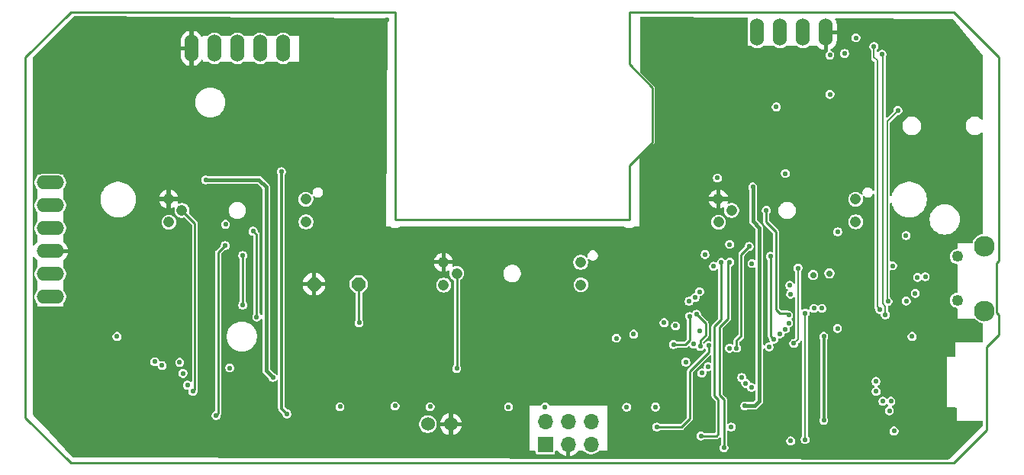
<source format=gbr>
%TF.GenerationSoftware,KiCad,Pcbnew,9.0.0*%
%TF.CreationDate,2025-04-22T12:37:31+01:00*%
%TF.ProjectId,FED3_v7.3,46454433-5f76-4372-9e33-2e6b69636164,rev?*%
%TF.SameCoordinates,Original*%
%TF.FileFunction,Copper,L3,Inr*%
%TF.FilePolarity,Positive*%
%FSLAX46Y46*%
G04 Gerber Fmt 4.6, Leading zero omitted, Abs format (unit mm)*
G04 Created by KiCad (PCBNEW 9.0.0) date 2025-04-22 12:37:31*
%MOMM*%
%LPD*%
G01*
G04 APERTURE LIST*
G04 Aperture macros list*
%AMOutline5P*
0 Free polygon, 5 corners , with rotation*
0 The origin of the aperture is its center*
0 number of corners: always 5*
0 $1 to $10 corner X, Y*
0 $11 Rotation angle, in degrees counterclockwise*
0 create outline with 5 corners*
4,1,5,$1,$2,$3,$4,$5,$6,$7,$8,$9,$10,$1,$2,$11*%
%AMOutline6P*
0 Free polygon, 6 corners , with rotation*
0 The origin of the aperture is its center*
0 number of corners: always 6*
0 $1 to $12 corner X, Y*
0 $13 Rotation angle, in degrees counterclockwise*
0 create outline with 6 corners*
4,1,6,$1,$2,$3,$4,$5,$6,$7,$8,$9,$10,$11,$12,$1,$2,$13*%
%AMOutline7P*
0 Free polygon, 7 corners , with rotation*
0 The origin of the aperture is its center*
0 number of corners: always 7*
0 $1 to $14 corner X, Y*
0 $15 Rotation angle, in degrees counterclockwise*
0 create outline with 7 corners*
4,1,7,$1,$2,$3,$4,$5,$6,$7,$8,$9,$10,$11,$12,$13,$14,$1,$2,$15*%
%AMOutline8P*
0 Free polygon, 8 corners , with rotation*
0 The origin of the aperture is its center*
0 number of corners: always 8*
0 $1 to $16 corner X, Y*
0 $17 Rotation angle, in degrees counterclockwise*
0 create outline with 8 corners*
4,1,8,$1,$2,$3,$4,$5,$6,$7,$8,$9,$10,$11,$12,$13,$14,$15,$16,$1,$2,$17*%
G04 Aperture macros list end*
%TA.AperFunction,ComponentPad*%
%ADD10O,3.048000X1.524000*%
%TD*%
%TA.AperFunction,ComponentPad*%
%ADD11R,1.700000X1.700000*%
%TD*%
%TA.AperFunction,ComponentPad*%
%ADD12O,1.700000X1.700000*%
%TD*%
%TA.AperFunction,ComponentPad*%
%ADD13O,1.524000X3.048000*%
%TD*%
%TA.AperFunction,ComponentPad*%
%ADD14C,1.524000*%
%TD*%
%TA.AperFunction,ComponentPad*%
%ADD15C,2.300000*%
%TD*%
%TA.AperFunction,ComponentPad*%
%ADD16C,1.250000*%
%TD*%
%TA.AperFunction,ComponentPad*%
%ADD17Outline8P,-0.762000X0.315631X-0.315631X0.762000X0.315631X0.762000X0.762000X0.315631X0.762000X-0.315631X0.315631X-0.762000X-0.315631X-0.762000X-0.762000X-0.315631X180.000000*%
%TD*%
%TA.AperFunction,ComponentPad*%
%ADD18C,1.208000*%
%TD*%
%TA.AperFunction,ViaPad*%
%ADD19C,0.550000*%
%TD*%
%TA.AperFunction,ViaPad*%
%ADD20C,0.600000*%
%TD*%
%TA.AperFunction,ViaPad*%
%ADD21C,0.700000*%
%TD*%
%TA.AperFunction,Conductor*%
%ADD22C,0.220000*%
%TD*%
%TA.AperFunction,Conductor*%
%ADD23C,0.406400*%
%TD*%
%TA.AperFunction,Conductor*%
%ADD24C,0.300000*%
%TD*%
%TA.AperFunction,Conductor*%
%ADD25C,0.210000*%
%TD*%
%TA.AperFunction,Conductor*%
%ADD26C,0.254000*%
%TD*%
%TA.AperFunction,Profile*%
%ADD27C,0.250000*%
%TD*%
G04 APERTURE END LIST*
D10*
%TO.N,D10*%
%TO.C,SCREEN0*%
X97251100Y-98903600D03*
%TO.N,D11*%
X97251100Y-101443600D03*
%TO.N,D12*%
X97251100Y-103983600D03*
%TO.N,GND*%
X97251100Y-106523600D03*
%TO.N,unconnected-(SCREEN0-Pin_5-Pad5)*%
X97251100Y-109063600D03*
%TO.N,+3V3*%
X97251100Y-111603600D03*
%TD*%
D11*
%TO.N,+3V3*%
%TO.C,J1*%
X152175000Y-128015000D03*
D12*
%TO.N,~{RESET}*%
X152175000Y-125475000D03*
%TO.N,GND*%
X154715000Y-128015000D03*
%TO.N,/controler stage/SWDIO*%
X154715000Y-125475000D03*
%TO.N,/controler stage/SWCLK*%
X157255000Y-128015000D03*
%TO.N,unconnected-(J1-Pin_6-Pad6)*%
X157255000Y-125475000D03*
%TD*%
D13*
%TO.N,+3V3*%
%TO.C,AUX_I2C0*%
X175691100Y-82225600D03*
%TO.N,SCL*%
X178231100Y-82225600D03*
%TO.N,SDA*%
X180771100Y-82225600D03*
%TO.N,GND*%
X183311100Y-82225600D03*
%TD*%
D14*
%TO.N,GND*%
%TO.C,X5*%
X141694300Y-125736400D03*
%TO.N,VBat*%
X139154300Y-125736400D03*
%TD*%
D15*
%TO.N,unconnected-(USB0-P$2-PadSHIELD_1)*%
%TO.C,USB0*%
X200900000Y-113150000D03*
%TO.N,unconnected-(USB0-P$3-PadSHIELD_2)*%
X200900000Y-105950000D03*
D16*
%TO.N,unconnected-(USB0-P$1-PadSHIELD_3)*%
X197900000Y-107125000D03*
%TO.N,unconnected-(USB0-P$4-PadSHIELD_4)*%
X197900000Y-111975000D03*
%TD*%
D17*
%TO.N,RX*%
%TO.C,BZ1*%
X131459200Y-110180000D03*
%TO.N,GND*%
X126510000Y-110180000D03*
%TD*%
D13*
%TO.N,GND*%
%TO.C,MOTOR0*%
X112921100Y-84003600D03*
%TO.N,/ORANGE*%
X115461100Y-84003600D03*
%TO.N,/YELLOW*%
X118001100Y-84003600D03*
%TO.N,/PINK*%
X120541100Y-84003600D03*
%TO.N,/BLUE*%
X123081100Y-84003600D03*
%TD*%
D18*
%TO.N,+3V3*%
%TO.C,PI3*%
X125601100Y-100763600D03*
%TO.N,Net-(PI3-Pad2)*%
X125621100Y-103273600D03*
%TO.N,+3V3*%
X110401100Y-103303600D03*
%TO.N,D5*%
X111851100Y-102003600D03*
%TO.N,GND*%
X110381100Y-100733600D03*
%TD*%
%TO.N,+3V3*%
%TO.C,PI1*%
X186601100Y-100763600D03*
%TO.N,Net-(PI1-Pad2)*%
X186621100Y-103273600D03*
%TO.N,+3V3*%
X171401100Y-103303600D03*
%TO.N,D6*%
X172851100Y-102003600D03*
%TO.N,GND*%
X171381100Y-100733600D03*
%TD*%
%TO.N,+3V3*%
%TO.C,PI2*%
X156101100Y-107763600D03*
%TO.N,Net-(PI2-Pad2)*%
X156121100Y-110273600D03*
%TO.N,+3V3*%
X140901100Y-110303600D03*
%TO.N,TX*%
X142351100Y-109003600D03*
%TO.N,GND*%
X140881100Y-107733600D03*
%TD*%
D19*
%TO.N,GND*%
X197034500Y-90526000D03*
X185700000Y-117350000D03*
X163750000Y-86250000D03*
X162775000Y-108925000D03*
X138025000Y-112425000D03*
X128500000Y-122175000D03*
X117300000Y-86600000D03*
X108825000Y-94375000D03*
X197410000Y-124400000D03*
X178700000Y-104025000D03*
X185700000Y-127350000D03*
X174625000Y-126850000D03*
X110525000Y-112900000D03*
X109000000Y-108700000D03*
X187250000Y-108300000D03*
X188975000Y-127500000D03*
X199075000Y-126750000D03*
X162925000Y-120900000D03*
X145300000Y-119500000D03*
X186975000Y-106000000D03*
X128083100Y-94833000D03*
X194540000Y-115300000D03*
X174925000Y-114575000D03*
D20*
X155050000Y-112200000D03*
D19*
X114550000Y-112050000D03*
X112075000Y-114975000D03*
X125200000Y-125100000D03*
X145100000Y-125800000D03*
X173150000Y-114500000D03*
X160300000Y-129050000D03*
X112225000Y-108875000D03*
X137400000Y-120600000D03*
X187900000Y-89425000D03*
X161250000Y-119500000D03*
D20*
X158600000Y-115000000D03*
D19*
X184900000Y-88450000D03*
X198425000Y-115325000D03*
X97025000Y-86825000D03*
X193600000Y-128500000D03*
X103725000Y-88225000D03*
X177875000Y-123125000D03*
X179951900Y-91029400D03*
X184775000Y-124400000D03*
X185950000Y-98200000D03*
X177050000Y-95825000D03*
X112675000Y-123250000D03*
X122000000Y-98750000D03*
X182275000Y-115400000D03*
X152700000Y-108700000D03*
X133283100Y-86415600D03*
X175735500Y-91029400D03*
X143700000Y-112250000D03*
X158595000Y-112335000D03*
X182300000Y-122900000D03*
X103725000Y-98300000D03*
X166700000Y-103700000D03*
X161125000Y-122900000D03*
X98815300Y-96778800D03*
X105475000Y-83975000D03*
X129175000Y-100975000D03*
X174000000Y-96000000D03*
X122225000Y-112425000D03*
X113900000Y-129000000D03*
X196340000Y-120170000D03*
X124700000Y-120600000D03*
X169375000Y-109000000D03*
X149650000Y-120850000D03*
X194350000Y-125375000D03*
X118575000Y-126050000D03*
X126600000Y-86600000D03*
X167350000Y-123225000D03*
X196325000Y-108950000D03*
X126250000Y-80900000D03*
X132200000Y-125000000D03*
X183750000Y-118700000D03*
X134600000Y-80800000D03*
X110775000Y-120000000D03*
X133750000Y-103050000D03*
X163400000Y-81300000D03*
X173200000Y-110700000D03*
X197799100Y-82351600D03*
X119750000Y-99750000D03*
X159225000Y-108950000D03*
X100263100Y-81589600D03*
X131025000Y-106900000D03*
X111800000Y-97900000D03*
X113325000Y-80800000D03*
X191000000Y-97200000D03*
X111900000Y-126000000D03*
X131000000Y-98000000D03*
X128800000Y-127200000D03*
X161950000Y-126100000D03*
X189400000Y-119550000D03*
X152025000Y-119475000D03*
X196530000Y-113360000D03*
X166998986Y-112533874D03*
X99550000Y-105450000D03*
X124300000Y-86400000D03*
X137395300Y-109245800D03*
X95713900Y-117221400D03*
X116600000Y-127600000D03*
X139000000Y-127775000D03*
X131100000Y-120600000D03*
X155075000Y-122900000D03*
X119400000Y-108400000D03*
X186800000Y-81300000D03*
X178925000Y-107200000D03*
X148325000Y-122475000D03*
X148550000Y-129125000D03*
X165800000Y-106975000D03*
X133050000Y-111550000D03*
X105400000Y-122800000D03*
X141875000Y-122500000D03*
X154925000Y-119475000D03*
X107600000Y-128800000D03*
X127850000Y-114400000D03*
X174150000Y-103275000D03*
X173475000Y-128925000D03*
X144761300Y-108509200D03*
X108000000Y-112300000D03*
X104600000Y-118900000D03*
X122100000Y-107900000D03*
X111693100Y-87050600D03*
X123000000Y-127200000D03*
X192660000Y-117600000D03*
X101725000Y-110225000D03*
X186691186Y-111200543D03*
X114400000Y-115200000D03*
X145425000Y-129125000D03*
X117900000Y-109900000D03*
X134625000Y-121450000D03*
X189950000Y-115200000D03*
X157725000Y-121875000D03*
X111693100Y-91495600D03*
X184969500Y-93142200D03*
X115200000Y-122300000D03*
X97977100Y-126547600D03*
X134000000Y-94500000D03*
X117000000Y-113800000D03*
X121300000Y-86600000D03*
X109050000Y-122525000D03*
X95691100Y-94289600D03*
X163500000Y-96500000D03*
X98253900Y-122047400D03*
X175016099Y-111300819D03*
X173800000Y-121900000D03*
X115950000Y-103100000D03*
X149875000Y-125650000D03*
X200150000Y-99975000D03*
X174725000Y-124725000D03*
X176903900Y-84171400D03*
X173691900Y-84455400D03*
X117949566Y-118995000D03*
X170775000Y-123250000D03*
X163509100Y-102671600D03*
X190900000Y-125400000D03*
X101475000Y-92175000D03*
D21*
%TO.N,+3V3*%
X183700000Y-109000000D03*
D19*
X174800000Y-106000000D03*
X184625000Y-104375000D03*
X116650000Y-105900000D03*
X177800000Y-90500000D03*
X184600000Y-115100000D03*
X192230000Y-112070000D03*
X104650000Y-116000000D03*
X168120000Y-112081102D03*
D21*
X181900000Y-109180000D03*
D19*
X173400000Y-117299813D03*
X186645600Y-82840000D03*
X190525000Y-123200000D03*
X115650000Y-124775000D03*
X172625000Y-105775000D03*
X189625000Y-123200000D03*
X192200000Y-104800000D03*
%TO.N,/IOs Interface/VCCNEO*%
X152159100Y-123816200D03*
X114500000Y-98620000D03*
X148095100Y-123816200D03*
X135500000Y-123716000D03*
X139400000Y-123800000D03*
X121950000Y-120550000D03*
X164400000Y-123841600D03*
X129400000Y-123800000D03*
X175200000Y-99400000D03*
X161200000Y-123850000D03*
X174300000Y-123716000D03*
%TO.N,/EN*%
X190700000Y-108150000D03*
%TO.N,Net-(LED1-DI)*%
X167775000Y-118850000D03*
%TO.N,Net-(LED8-DO)*%
X122900000Y-97700000D03*
X123500000Y-124600000D03*
%TO.N,Net-(LED10-DI)*%
X116700000Y-103550000D03*
X178800000Y-97900000D03*
%TO.N,SCL*%
X183750000Y-84750000D03*
X189300000Y-113000000D03*
X182850000Y-112880000D03*
X188635600Y-83800000D03*
%TO.N,SDA*%
X185380000Y-84570000D03*
X181975000Y-112880000D03*
X189900000Y-113600000D03*
X189547800Y-84672200D03*
%TO.N,D11*%
X177550000Y-116300000D03*
X177150000Y-107100000D03*
%TO.N,D10*%
X120150000Y-113830000D03*
X178809985Y-115174790D03*
X119750000Y-104300000D03*
%TO.N,VUSB*%
X183070000Y-116000000D03*
X172800000Y-126050000D03*
X193225000Y-111225000D03*
X192875000Y-116000000D03*
X183070000Y-125300000D03*
%TO.N,RX*%
X172615854Y-117309459D03*
X165350000Y-114475000D03*
X131505030Y-114475628D03*
%TO.N,A0*%
X191300000Y-90900000D03*
X190200000Y-112100000D03*
X169300000Y-111025000D03*
%TO.N,TX*%
X142350000Y-119550000D03*
X170250000Y-119350000D03*
%TO.N,D6*%
X176700000Y-102000000D03*
X179178408Y-113644953D03*
%TO.N,D5*%
X113075000Y-122100000D03*
X177000000Y-117147512D03*
%TO.N,D13*%
X178205779Y-115700000D03*
X117150000Y-119495000D03*
X111600000Y-118875000D03*
X160060000Y-116200000D03*
%TO.N,D12*%
X118600000Y-112500000D03*
X179174262Y-114496407D03*
X118600000Y-107000000D03*
%TO.N,/controler stage/AREF*%
X168795000Y-111690000D03*
X169900000Y-106900000D03*
%TO.N,D8*%
X169270000Y-115425000D03*
X161977136Y-115748717D03*
%TO.N,~{RESET}*%
X179750000Y-116775000D03*
X180225000Y-108400000D03*
X179400000Y-127600000D03*
X175100000Y-107900000D03*
%TO.N,/controler stage/SWCLK*%
X172650000Y-107750000D03*
X172000000Y-128350000D03*
%TO.N,/controler stage/SWDIO*%
X169450000Y-127050000D03*
X171712500Y-107787500D03*
%TO.N,SCK*%
X190350000Y-124250000D03*
X174400000Y-121200000D03*
%TO.N,MOSI*%
X188875000Y-122100000D03*
X173972880Y-120559319D03*
%TO.N,D7*%
X181000000Y-113400000D03*
X181000000Y-127450000D03*
%TO.N,D+*%
X193469016Y-109447664D03*
X179300000Y-110325000D03*
%TO.N,D-*%
X194337812Y-109370528D03*
X179400000Y-111300000D03*
%TO.N,MISO*%
X175050000Y-121650000D03*
X190875000Y-126500000D03*
%TO.N,SD_CS*%
X169553453Y-120060999D03*
X188865168Y-121000000D03*
%TO.N,A2*%
X168950000Y-113525000D03*
X169356276Y-117097000D03*
X112475000Y-121400000D03*
%TO.N,A5*%
X166625000Y-114825000D03*
X108850000Y-118800000D03*
X170850000Y-108200000D03*
%TO.N,A4*%
X168625143Y-116855457D03*
X109650000Y-119225000D03*
%TO.N,A3*%
X166400000Y-116900000D03*
X168200000Y-113775000D03*
X111975000Y-120100000D03*
%TO.N,D9*%
X170300000Y-117000000D03*
X164550000Y-126050000D03*
%TO.N,Net-(IC4-VBAT)*%
X183759600Y-89109600D03*
X171259900Y-98406000D03*
%TD*%
D22*
%TO.N,+3V3*%
X173920000Y-115925000D02*
X173920000Y-106880000D01*
X115890000Y-124535000D02*
X115890000Y-106660000D01*
X173400000Y-117299813D02*
X173400000Y-116445000D01*
X173400000Y-116445000D02*
X173920000Y-115925000D01*
X115650000Y-124775000D02*
X115890000Y-124535000D01*
X173920000Y-106880000D02*
X174800000Y-106000000D01*
X115890000Y-106660000D02*
X116650000Y-105900000D01*
D23*
%TO.N,/IOs Interface/VCCNEO*%
X174300000Y-123716000D02*
X175409000Y-123716000D01*
X120400000Y-98600000D02*
X121200000Y-99400000D01*
X121200000Y-99400000D02*
X121200000Y-119800000D01*
X175950000Y-123175000D02*
X175950000Y-103950000D01*
X175200000Y-103200000D02*
X175200000Y-99400000D01*
X114500000Y-98620000D02*
X114520000Y-98600000D01*
X175950000Y-103950000D02*
X175200000Y-103200000D01*
X175409000Y-123716000D02*
X175950000Y-123175000D01*
X114520000Y-98600000D02*
X120400000Y-98600000D01*
X121200000Y-119800000D02*
X121950000Y-120550000D01*
D24*
%TO.N,Net-(LED8-DO)*%
X122900000Y-124000000D02*
X122900000Y-97700000D01*
X123500000Y-124600000D02*
X122900000Y-124000000D01*
D25*
%TO.N,SCL*%
X189000000Y-112700000D02*
X189300000Y-113000000D01*
X188645600Y-83810000D02*
X188645600Y-85010000D01*
X188635600Y-83800000D02*
X188645600Y-83810000D01*
X188645600Y-85010000D02*
X189000000Y-85364400D01*
X189000000Y-85364400D02*
X189000000Y-112700000D01*
%TO.N,SDA*%
X189547800Y-84672200D02*
X189600000Y-84724400D01*
X189900000Y-112660000D02*
X189900000Y-113600000D01*
X189600000Y-84724400D02*
X189600000Y-112360000D01*
X189600000Y-112360000D02*
X189900000Y-112660000D01*
D22*
%TO.N,D11*%
X177200000Y-107150000D02*
X177150000Y-107100000D01*
X177550000Y-116300000D02*
X177200000Y-115950000D01*
X177200000Y-115950000D02*
X177200000Y-107150000D01*
%TO.N,D10*%
X120150000Y-104700000D02*
X120150000Y-113830000D01*
X119750000Y-104300000D02*
X120150000Y-104700000D01*
D24*
%TO.N,VUSB*%
X183070000Y-125300000D02*
X183070000Y-116000000D01*
D26*
%TO.N,RX*%
X131500000Y-114470598D02*
X131500000Y-110173700D01*
D25*
%TO.N,A0*%
X190200000Y-112100000D02*
X190100000Y-112000000D01*
X190100000Y-92100000D02*
X191300000Y-90900000D01*
X190100000Y-112000000D02*
X190100000Y-92100000D01*
D22*
%TO.N,TX*%
X142350000Y-119550000D02*
X142351100Y-119548900D01*
X142351100Y-119548900D02*
X142351100Y-109003600D01*
%TO.N,D6*%
X179178408Y-113644953D02*
X178933455Y-113400000D01*
X178933455Y-113400000D02*
X178200000Y-113400000D01*
X177800000Y-113000000D02*
X177800000Y-104400000D01*
X178200000Y-113400000D02*
X177800000Y-113000000D01*
X176700000Y-103300000D02*
X176700000Y-102000000D01*
X177800000Y-104400000D02*
X176700000Y-103300000D01*
%TO.N,D5*%
X113300000Y-121875000D02*
X113300000Y-103452500D01*
X113300000Y-103452500D02*
X111851100Y-102003600D01*
X113075000Y-122100000D02*
X113300000Y-121875000D01*
%TO.N,D12*%
X118600000Y-112500000D02*
X118600000Y-107000000D01*
D25*
%TO.N,~{RESET}*%
X180250000Y-108425000D02*
X180250000Y-116275000D01*
X180250000Y-116275000D02*
X179750000Y-116775000D01*
X180225000Y-108400000D02*
X180250000Y-108425000D01*
D22*
%TO.N,/controler stage/SWCLK*%
X172450000Y-114022254D02*
X172450000Y-107950000D01*
X171500000Y-122497146D02*
X171500000Y-114972254D01*
X171500000Y-114972254D02*
X172450000Y-114022254D01*
X172000000Y-128350000D02*
X172000000Y-122997146D01*
X172450000Y-107950000D02*
X172650000Y-107750000D01*
X172000000Y-122997146D02*
X171500000Y-122497146D01*
%TO.N,/controler stage/SWDIO*%
X170950000Y-114900000D02*
X171712500Y-114137500D01*
X171380000Y-122999400D02*
X170950000Y-122569400D01*
X170950000Y-122569400D02*
X170950000Y-114900000D01*
X171380000Y-126845000D02*
X171380000Y-122999400D01*
X169450000Y-127050000D02*
X171175000Y-127050000D01*
X171175000Y-127050000D02*
X171380000Y-126845000D01*
X171712500Y-114137500D02*
X171712500Y-107787500D01*
D25*
%TO.N,D7*%
X181000000Y-113400000D02*
X181000000Y-127450000D01*
D22*
%TO.N,A2*%
X169356276Y-117097000D02*
X169356276Y-116443724D01*
X169970000Y-114545000D02*
X168950000Y-113525000D01*
X169970000Y-115830000D02*
X169970000Y-114545000D01*
X169356276Y-116443724D02*
X169970000Y-115830000D01*
%TO.N,A3*%
X168200000Y-116425000D02*
X167725000Y-116900000D01*
X168200000Y-113775000D02*
X168200000Y-116425000D01*
X167725000Y-116900000D02*
X166400000Y-116900000D01*
%TO.N,D9*%
X170300000Y-117000000D02*
X170300000Y-117782500D01*
X168225000Y-125125000D02*
X167300000Y-126050000D01*
X167300000Y-126050000D02*
X164550000Y-126050000D01*
X168225000Y-119857500D02*
X168225000Y-125125000D01*
X170300000Y-117782500D02*
X168225000Y-119857500D01*
%TD*%
%TA.AperFunction,Conductor*%
%TO.N,GND*%
G36*
X134578699Y-80692823D02*
G01*
X134637680Y-80712492D01*
X134673836Y-80763073D01*
X134678519Y-80794201D01*
X134499999Y-103799999D01*
X134500000Y-103800000D01*
X134916272Y-103800369D01*
X134972067Y-103817322D01*
X134983558Y-103825000D01*
X135041389Y-103863642D01*
X135041393Y-103863644D01*
X135041396Y-103863646D01*
X135079671Y-103879500D01*
X135218013Y-103936803D01*
X135218014Y-103936803D01*
X135218016Y-103936804D01*
X135405514Y-103974100D01*
X135405515Y-103974100D01*
X135596685Y-103974100D01*
X135596686Y-103974100D01*
X135784184Y-103936804D01*
X135960804Y-103863646D01*
X136028579Y-103818360D01*
X136084556Y-103801407D01*
X160950874Y-103823491D01*
X161006671Y-103840443D01*
X161041396Y-103863646D01*
X161041397Y-103863646D01*
X161041398Y-103863647D01*
X161218013Y-103936803D01*
X161218014Y-103936803D01*
X161218016Y-103936804D01*
X161405514Y-103974100D01*
X161405515Y-103974100D01*
X161596685Y-103974100D01*
X161596686Y-103974100D01*
X161784184Y-103936804D01*
X161960804Y-103863646D01*
X161994065Y-103841422D01*
X162050044Y-103824467D01*
X162650000Y-103825000D01*
X162650591Y-103222394D01*
X170576600Y-103222394D01*
X170576600Y-103384806D01*
X170584467Y-103424357D01*
X170608284Y-103544096D01*
X170670436Y-103694143D01*
X170670437Y-103694146D01*
X170670438Y-103694147D01*
X170760669Y-103829188D01*
X170875512Y-103944031D01*
X171010553Y-104034262D01*
X171160602Y-104096415D01*
X171319894Y-104128100D01*
X171319895Y-104128100D01*
X171482305Y-104128100D01*
X171482306Y-104128100D01*
X171641598Y-104096415D01*
X171791647Y-104034262D01*
X171926688Y-103944031D01*
X172041531Y-103829188D01*
X172131762Y-103694147D01*
X172193915Y-103544098D01*
X172225600Y-103384806D01*
X172225600Y-103222394D01*
X172193915Y-103063102D01*
X172131762Y-102913053D01*
X172041531Y-102778012D01*
X171926688Y-102663169D01*
X171791647Y-102572938D01*
X171791648Y-102572938D01*
X171791646Y-102572937D01*
X171791643Y-102572936D01*
X171703750Y-102536529D01*
X171641598Y-102510785D01*
X171641596Y-102510784D01*
X171641597Y-102510784D01*
X171513990Y-102485402D01*
X171482306Y-102479100D01*
X171319894Y-102479100D01*
X171288210Y-102485402D01*
X171160603Y-102510784D01*
X171010556Y-102572936D01*
X171010553Y-102572937D01*
X170875508Y-102663172D01*
X170760672Y-102778008D01*
X170760669Y-102778011D01*
X170760669Y-102778012D01*
X170749330Y-102794982D01*
X170670437Y-102913053D01*
X170670436Y-102913056D01*
X170608284Y-103063103D01*
X170582567Y-103192394D01*
X170576600Y-103222394D01*
X162650591Y-103222394D01*
X162653258Y-100505399D01*
X170345317Y-100505399D01*
X170345318Y-100505400D01*
X171114325Y-100505400D01*
X171101030Y-100518695D01*
X171054952Y-100598505D01*
X171031100Y-100687522D01*
X171031100Y-100779678D01*
X171054952Y-100868695D01*
X171101030Y-100948505D01*
X171114325Y-100961800D01*
X170345317Y-100961800D01*
X170361450Y-101042909D01*
X170441384Y-101235883D01*
X170441388Y-101235892D01*
X170557434Y-101409566D01*
X170557434Y-101409567D01*
X170705132Y-101557265D01*
X170878807Y-101673311D01*
X170878816Y-101673315D01*
X171071790Y-101753249D01*
X171152900Y-101769382D01*
X171152900Y-101000375D01*
X171166195Y-101013670D01*
X171246005Y-101059748D01*
X171335022Y-101083600D01*
X171427178Y-101083600D01*
X171516195Y-101059748D01*
X171596005Y-101013670D01*
X171609300Y-101000375D01*
X171609300Y-101769381D01*
X171690409Y-101753249D01*
X171690410Y-101753249D01*
X171883383Y-101673315D01*
X171883389Y-101673313D01*
X171903750Y-101659708D01*
X171963590Y-101642830D01*
X172021921Y-101664349D01*
X172056464Y-101716044D01*
X172058309Y-101762979D01*
X172031094Y-101899800D01*
X172026600Y-101922394D01*
X172026600Y-102084806D01*
X172032944Y-102116700D01*
X172058284Y-102244096D01*
X172120436Y-102394143D01*
X172120437Y-102394146D01*
X172132309Y-102411913D01*
X172210669Y-102529188D01*
X172325512Y-102644031D01*
X172460553Y-102734262D01*
X172610602Y-102796415D01*
X172769894Y-102828100D01*
X172769895Y-102828100D01*
X172932305Y-102828100D01*
X172932306Y-102828100D01*
X173091598Y-102796415D01*
X173241647Y-102734262D01*
X173376688Y-102644031D01*
X173491531Y-102529188D01*
X173581762Y-102394147D01*
X173643915Y-102244098D01*
X173675600Y-102084806D01*
X173675600Y-101922394D01*
X173643915Y-101763102D01*
X173581762Y-101613053D01*
X173491531Y-101478012D01*
X173376688Y-101363169D01*
X173275407Y-101295495D01*
X173241646Y-101272937D01*
X173241643Y-101272936D01*
X173137815Y-101229929D01*
X173091598Y-101210785D01*
X173091596Y-101210784D01*
X173091597Y-101210784D01*
X172963990Y-101185402D01*
X172932306Y-101179100D01*
X172769894Y-101179100D01*
X172747315Y-101183591D01*
X172610606Y-101210783D01*
X172497730Y-101257538D01*
X172435748Y-101262415D01*
X172382736Y-101229929D01*
X172358943Y-101172487D01*
X172366291Y-101126096D01*
X172400749Y-101042907D01*
X172416883Y-100961800D01*
X171647875Y-100961800D01*
X171661170Y-100948505D01*
X171707248Y-100868695D01*
X171731100Y-100779678D01*
X171731100Y-100687522D01*
X171707248Y-100598505D01*
X171661170Y-100518695D01*
X171647875Y-100505400D01*
X172416882Y-100505400D01*
X172416882Y-100505399D01*
X172400749Y-100424290D01*
X172320815Y-100231316D01*
X172320811Y-100231307D01*
X172204765Y-100057633D01*
X172204765Y-100057632D01*
X172057067Y-99909934D01*
X171883392Y-99793888D01*
X171883383Y-99793884D01*
X171690409Y-99713950D01*
X171609300Y-99697817D01*
X171609300Y-100466825D01*
X171596005Y-100453530D01*
X171516195Y-100407452D01*
X171427178Y-100383600D01*
X171335022Y-100383600D01*
X171246005Y-100407452D01*
X171166195Y-100453530D01*
X171152900Y-100466825D01*
X171152900Y-99697817D01*
X171152899Y-99697817D01*
X171071790Y-99713950D01*
X170878816Y-99793884D01*
X170878807Y-99793888D01*
X170705133Y-99909934D01*
X170705132Y-99909934D01*
X170557434Y-100057632D01*
X170557434Y-100057633D01*
X170441388Y-100231307D01*
X170441384Y-100231316D01*
X170361450Y-100424290D01*
X170345317Y-100505399D01*
X162653258Y-100505399D01*
X162655382Y-98340760D01*
X170764400Y-98340760D01*
X170764400Y-98471239D01*
X170798165Y-98597252D01*
X170798165Y-98597253D01*
X170798167Y-98597256D01*
X170863401Y-98710244D01*
X170955656Y-98802499D01*
X171068644Y-98867733D01*
X171068646Y-98867734D01*
X171194660Y-98901499D01*
X171194664Y-98901499D01*
X171194666Y-98901500D01*
X171194668Y-98901500D01*
X171325132Y-98901500D01*
X171325134Y-98901500D01*
X171325136Y-98901499D01*
X171325139Y-98901499D01*
X171451152Y-98867734D01*
X171451153Y-98867734D01*
X171451153Y-98867733D01*
X171451156Y-98867733D01*
X171564144Y-98802499D01*
X171656399Y-98710244D01*
X171721633Y-98597256D01*
X171755400Y-98471234D01*
X171755400Y-98340766D01*
X171755399Y-98340764D01*
X171755399Y-98340760D01*
X171721634Y-98214747D01*
X171721634Y-98214746D01*
X171699437Y-98176300D01*
X171656399Y-98101756D01*
X171564144Y-98009501D01*
X171478348Y-97959966D01*
X171451153Y-97944265D01*
X171380535Y-97925344D01*
X171325139Y-97910500D01*
X171325134Y-97910500D01*
X171194666Y-97910500D01*
X171194660Y-97910500D01*
X171068647Y-97944265D01*
X171068646Y-97944265D01*
X170985376Y-97992342D01*
X170964755Y-98004248D01*
X170955653Y-98009503D01*
X170863403Y-98101753D01*
X170798165Y-98214746D01*
X170798165Y-98214747D01*
X170764400Y-98340760D01*
X162655382Y-98340760D01*
X162655879Y-97834760D01*
X178304500Y-97834760D01*
X178304500Y-97965239D01*
X178338265Y-98091252D01*
X178338265Y-98091253D01*
X178338267Y-98091256D01*
X178403501Y-98204244D01*
X178495756Y-98296499D01*
X178608744Y-98361733D01*
X178608746Y-98361734D01*
X178734760Y-98395499D01*
X178734764Y-98395499D01*
X178734766Y-98395500D01*
X178734768Y-98395500D01*
X178865232Y-98395500D01*
X178865234Y-98395500D01*
X178865236Y-98395499D01*
X178865239Y-98395499D01*
X178991252Y-98361734D01*
X178991253Y-98361734D01*
X178991253Y-98361733D01*
X178991256Y-98361733D01*
X179104244Y-98296499D01*
X179196499Y-98204244D01*
X179261733Y-98091256D01*
X179282760Y-98012782D01*
X179295499Y-97965239D01*
X179295500Y-97965232D01*
X179295500Y-97834767D01*
X179295499Y-97834760D01*
X179261734Y-97708747D01*
X179261734Y-97708746D01*
X179261733Y-97708744D01*
X179196499Y-97595756D01*
X179104244Y-97503501D01*
X178991256Y-97438267D01*
X178991253Y-97438265D01*
X178865239Y-97404500D01*
X178865234Y-97404500D01*
X178734766Y-97404500D01*
X178734760Y-97404500D01*
X178608747Y-97438265D01*
X178608746Y-97438265D01*
X178495753Y-97503503D01*
X178403503Y-97595753D01*
X178338265Y-97708746D01*
X178338265Y-97708747D01*
X178304500Y-97834760D01*
X162655879Y-97834760D01*
X162657535Y-96146846D01*
X162676805Y-96087739D01*
X162687769Y-96075055D01*
X164198401Y-94597010D01*
X164199345Y-94596620D01*
X164224010Y-94571954D01*
X164248997Y-94547507D01*
X164248997Y-94547505D01*
X164249028Y-94547476D01*
X164249259Y-94547132D01*
X164249844Y-94546267D01*
X164250100Y-94545891D01*
X164250118Y-94545846D01*
X164250120Y-94545845D01*
X164263490Y-94513565D01*
X164277197Y-94481469D01*
X164277208Y-94480450D01*
X164277600Y-94479504D01*
X164277600Y-94444513D01*
X164277980Y-94409667D01*
X164277600Y-94408720D01*
X164277600Y-90434760D01*
X177304500Y-90434760D01*
X177304500Y-90565239D01*
X177338265Y-90691252D01*
X177338265Y-90691253D01*
X177338267Y-90691256D01*
X177403501Y-90804244D01*
X177495756Y-90896499D01*
X177608744Y-90961733D01*
X177608746Y-90961734D01*
X177734760Y-90995499D01*
X177734764Y-90995499D01*
X177734766Y-90995500D01*
X177734768Y-90995500D01*
X177865232Y-90995500D01*
X177865234Y-90995500D01*
X177865236Y-90995499D01*
X177865239Y-90995499D01*
X177991252Y-90961734D01*
X177991253Y-90961734D01*
X177991253Y-90961733D01*
X177991256Y-90961733D01*
X178104244Y-90896499D01*
X178196499Y-90804244D01*
X178261733Y-90691256D01*
X178295500Y-90565234D01*
X178295500Y-90434766D01*
X178295499Y-90434764D01*
X178295499Y-90434760D01*
X178261734Y-90308747D01*
X178261734Y-90308746D01*
X178261733Y-90308744D01*
X178196499Y-90195756D01*
X178104244Y-90103501D01*
X177991256Y-90038267D01*
X177991253Y-90038265D01*
X177865239Y-90004500D01*
X177865234Y-90004500D01*
X177734766Y-90004500D01*
X177734760Y-90004500D01*
X177608747Y-90038265D01*
X177608746Y-90038265D01*
X177495753Y-90103503D01*
X177403503Y-90195753D01*
X177338265Y-90308746D01*
X177338265Y-90308747D01*
X177304500Y-90434760D01*
X164277600Y-90434760D01*
X164277600Y-89044360D01*
X183264100Y-89044360D01*
X183264100Y-89174839D01*
X183297865Y-89300852D01*
X183297865Y-89300853D01*
X183297867Y-89300856D01*
X183363101Y-89413844D01*
X183455356Y-89506099D01*
X183568344Y-89571333D01*
X183568346Y-89571334D01*
X183694360Y-89605099D01*
X183694364Y-89605099D01*
X183694366Y-89605100D01*
X183694368Y-89605100D01*
X183824832Y-89605100D01*
X183824834Y-89605100D01*
X183824836Y-89605099D01*
X183824839Y-89605099D01*
X183950852Y-89571334D01*
X183950853Y-89571334D01*
X183950853Y-89571333D01*
X183950856Y-89571333D01*
X184063844Y-89506099D01*
X184156099Y-89413844D01*
X184221333Y-89300856D01*
X184255100Y-89174834D01*
X184255100Y-89044366D01*
X184255099Y-89044364D01*
X184255099Y-89044360D01*
X184221334Y-88918347D01*
X184221334Y-88918346D01*
X184210629Y-88899804D01*
X184156099Y-88805356D01*
X184063844Y-88713101D01*
X183950856Y-88647867D01*
X183950853Y-88647865D01*
X183824839Y-88614100D01*
X183824834Y-88614100D01*
X183694366Y-88614100D01*
X183694360Y-88614100D01*
X183568347Y-88647865D01*
X183568346Y-88647865D01*
X183455353Y-88713103D01*
X183363103Y-88805353D01*
X183297865Y-88918346D01*
X183297865Y-88918347D01*
X183264100Y-89044360D01*
X164277600Y-89044360D01*
X164277600Y-88311696D01*
X164250120Y-88245355D01*
X164199345Y-88194580D01*
X162696350Y-86691584D01*
X162668124Y-86636186D01*
X162666886Y-86620367D01*
X162668465Y-85012632D01*
X162672800Y-80594824D01*
X162692071Y-80535715D01*
X162742407Y-80499219D01*
X162774121Y-80494329D01*
X174550127Y-80579201D01*
X174609116Y-80598839D01*
X174645298Y-80649401D01*
X174650000Y-80679798D01*
X174650000Y-83750000D01*
X175033143Y-83750000D01*
X175089030Y-83766952D01*
X175225712Y-83858280D01*
X175356280Y-83912363D01*
X175404512Y-83932342D01*
X175404513Y-83932342D01*
X175404515Y-83932343D01*
X175594332Y-83970100D01*
X175594333Y-83970100D01*
X175787867Y-83970100D01*
X175787868Y-83970100D01*
X175977685Y-83932343D01*
X176156488Y-83858280D01*
X176293169Y-83766952D01*
X176349057Y-83750000D01*
X177573143Y-83750000D01*
X177629030Y-83766952D01*
X177765712Y-83858280D01*
X177896280Y-83912363D01*
X177944512Y-83932342D01*
X177944513Y-83932342D01*
X177944515Y-83932343D01*
X178134332Y-83970100D01*
X178134333Y-83970100D01*
X178327867Y-83970100D01*
X178327868Y-83970100D01*
X178517685Y-83932343D01*
X178696488Y-83858280D01*
X178833169Y-83766952D01*
X178889057Y-83750000D01*
X180113143Y-83750000D01*
X180169030Y-83766952D01*
X180305712Y-83858280D01*
X180436280Y-83912363D01*
X180484512Y-83932342D01*
X180484513Y-83932342D01*
X180484515Y-83932343D01*
X180674332Y-83970100D01*
X180674333Y-83970100D01*
X180867867Y-83970100D01*
X180867868Y-83970100D01*
X181057685Y-83932343D01*
X181236488Y-83858280D01*
X181373169Y-83766952D01*
X181429057Y-83750000D01*
X182199999Y-83750000D01*
X182200000Y-83750000D01*
X182200000Y-83749999D01*
X182208796Y-83741203D01*
X182264193Y-83712976D01*
X182325602Y-83722701D01*
X182361320Y-83753206D01*
X182381758Y-83781337D01*
X182517366Y-83916945D01*
X182672516Y-84029667D01*
X182672531Y-84029677D01*
X182843395Y-84116735D01*
X182843397Y-84116736D01*
X183025781Y-84175996D01*
X183025784Y-84175997D01*
X183082900Y-84185043D01*
X183082900Y-82680437D01*
X183115019Y-82698981D01*
X183244220Y-82733600D01*
X183377980Y-82733600D01*
X183507181Y-82698981D01*
X183539300Y-82680437D01*
X183539300Y-84207045D01*
X183543500Y-84213900D01*
X183538620Y-84275883D01*
X183498240Y-84323159D01*
X183495980Y-84324503D01*
X183445757Y-84353499D01*
X183353503Y-84445753D01*
X183288265Y-84558746D01*
X183288265Y-84558747D01*
X183254500Y-84684760D01*
X183254500Y-84815239D01*
X183288265Y-84941252D01*
X183288265Y-84941253D01*
X183288267Y-84941256D01*
X183353501Y-85054244D01*
X183445756Y-85146499D01*
X183555505Y-85209863D01*
X183558746Y-85211734D01*
X183684760Y-85245499D01*
X183684764Y-85245499D01*
X183684766Y-85245500D01*
X183684768Y-85245500D01*
X183815232Y-85245500D01*
X183815234Y-85245500D01*
X183815236Y-85245499D01*
X183815239Y-85245499D01*
X183941252Y-85211734D01*
X183941253Y-85211734D01*
X183941253Y-85211733D01*
X183941256Y-85211733D01*
X184054244Y-85146499D01*
X184146499Y-85054244D01*
X184211733Y-84941256D01*
X184232580Y-84863452D01*
X184245499Y-84815239D01*
X184245500Y-84815232D01*
X184245500Y-84684767D01*
X184245499Y-84684760D01*
X184211734Y-84558747D01*
X184211733Y-84558744D01*
X184205802Y-84548471D01*
X184180569Y-84504767D01*
X184180565Y-84504760D01*
X184884500Y-84504760D01*
X184884500Y-84635239D01*
X184918265Y-84761252D01*
X184918265Y-84761253D01*
X184918267Y-84761256D01*
X184983501Y-84874244D01*
X185075756Y-84966499D01*
X185188744Y-85031733D01*
X185188746Y-85031734D01*
X185314760Y-85065499D01*
X185314764Y-85065499D01*
X185314766Y-85065500D01*
X185314768Y-85065500D01*
X185445232Y-85065500D01*
X185445234Y-85065500D01*
X185445236Y-85065499D01*
X185445239Y-85065499D01*
X185549270Y-85037623D01*
X185571252Y-85031734D01*
X185571253Y-85031734D01*
X185571253Y-85031733D01*
X185571256Y-85031733D01*
X185684244Y-84966499D01*
X185776499Y-84874244D01*
X185841733Y-84761256D01*
X185875500Y-84635234D01*
X185875500Y-84504766D01*
X185875499Y-84504764D01*
X185875499Y-84504760D01*
X185841734Y-84378747D01*
X185841734Y-84378746D01*
X185837653Y-84371677D01*
X185776499Y-84265756D01*
X185684244Y-84173501D01*
X185571256Y-84108267D01*
X185571253Y-84108265D01*
X185445239Y-84074500D01*
X185445234Y-84074500D01*
X185314766Y-84074500D01*
X185314760Y-84074500D01*
X185188747Y-84108265D01*
X185188746Y-84108265D01*
X185075753Y-84173503D01*
X184983503Y-84265753D01*
X184983501Y-84265755D01*
X184983501Y-84265756D01*
X184977759Y-84275701D01*
X184918265Y-84378746D01*
X184918265Y-84378747D01*
X184884500Y-84504760D01*
X184180565Y-84504760D01*
X184146499Y-84445756D01*
X184054244Y-84353501D01*
X183941256Y-84288267D01*
X183941253Y-84288265D01*
X183867307Y-84268452D01*
X183815163Y-84234590D01*
X183792882Y-84176545D01*
X183808974Y-84116489D01*
X183847673Y-84081644D01*
X183949678Y-84029670D01*
X183949683Y-84029667D01*
X184104833Y-83916945D01*
X184240445Y-83781333D01*
X184353167Y-83626183D01*
X184353177Y-83626168D01*
X184440235Y-83455304D01*
X184440236Y-83455302D01*
X184499496Y-83272918D01*
X184499500Y-83272902D01*
X184529499Y-83083496D01*
X184529500Y-83083492D01*
X184529500Y-82774760D01*
X186150100Y-82774760D01*
X186150100Y-82905239D01*
X186183865Y-83031252D01*
X186183865Y-83031253D01*
X186183867Y-83031256D01*
X186249101Y-83144244D01*
X186341356Y-83236499D01*
X186454344Y-83301733D01*
X186454346Y-83301734D01*
X186580360Y-83335499D01*
X186580364Y-83335499D01*
X186580366Y-83335500D01*
X186580368Y-83335500D01*
X186710832Y-83335500D01*
X186710834Y-83335500D01*
X186710836Y-83335499D01*
X186710839Y-83335499D01*
X186836852Y-83301734D01*
X186836853Y-83301734D01*
X186836853Y-83301733D01*
X186836856Y-83301733D01*
X186949844Y-83236499D01*
X187042099Y-83144244D01*
X187107333Y-83031256D01*
X187141100Y-82905234D01*
X187141100Y-82774766D01*
X187141099Y-82774764D01*
X187141099Y-82774760D01*
X187107334Y-82648747D01*
X187107334Y-82648746D01*
X187107333Y-82648744D01*
X187042099Y-82535756D01*
X186949844Y-82443501D01*
X186836856Y-82378267D01*
X186836853Y-82378265D01*
X186710839Y-82344500D01*
X186710834Y-82344500D01*
X186580366Y-82344500D01*
X186580360Y-82344500D01*
X186454347Y-82378265D01*
X186454346Y-82378265D01*
X186341353Y-82443503D01*
X186249103Y-82535753D01*
X186183865Y-82648746D01*
X186183865Y-82648747D01*
X186150100Y-82774760D01*
X184529500Y-82774760D01*
X184529500Y-82453800D01*
X183765937Y-82453800D01*
X183784481Y-82421681D01*
X183819100Y-82292480D01*
X183819100Y-82158720D01*
X183784481Y-82029519D01*
X183765937Y-81997400D01*
X184529500Y-81997400D01*
X184529500Y-81367708D01*
X184529499Y-81367703D01*
X184499500Y-81178297D01*
X184499496Y-81178281D01*
X184440236Y-80995897D01*
X184440235Y-80995895D01*
X184353177Y-80825031D01*
X184353166Y-80825014D01*
X184342328Y-80810097D01*
X184323114Y-80750966D01*
X184342326Y-80691835D01*
X184392626Y-80655289D01*
X184424436Y-80650368D01*
X197313174Y-80743260D01*
X197372164Y-80762898D01*
X197390169Y-80779984D01*
X200681460Y-84784841D01*
X200704160Y-84842723D01*
X200704339Y-84848602D01*
X200712062Y-91796375D01*
X200692915Y-91855528D01*
X200642655Y-91892129D01*
X200580481Y-91892198D01*
X200540327Y-91867622D01*
X200494829Y-91822124D01*
X200411825Y-91766663D01*
X200327688Y-91710444D01*
X200327685Y-91710442D01*
X200327684Y-91710442D01*
X200141971Y-91633517D01*
X200010530Y-91607372D01*
X199944811Y-91594300D01*
X199743789Y-91594300D01*
X199694499Y-91604104D01*
X199546628Y-91633517D01*
X199360915Y-91710442D01*
X199193770Y-91822124D01*
X199193769Y-91822126D01*
X199051626Y-91964269D01*
X199051624Y-91964270D01*
X198939942Y-92131415D01*
X198863017Y-92317128D01*
X198823800Y-92514289D01*
X198823800Y-92715310D01*
X198863017Y-92912471D01*
X198939942Y-93098184D01*
X198939944Y-93098188D01*
X198996163Y-93182325D01*
X199051624Y-93265329D01*
X199051626Y-93265331D01*
X199193769Y-93407474D01*
X199360912Y-93519156D01*
X199453771Y-93557619D01*
X199546628Y-93596082D01*
X199546629Y-93596082D01*
X199546631Y-93596083D01*
X199743789Y-93635300D01*
X199743790Y-93635300D01*
X199944810Y-93635300D01*
X199944811Y-93635300D01*
X200141969Y-93596083D01*
X200327688Y-93519156D01*
X200494831Y-93407474D01*
X200542145Y-93360159D01*
X200597541Y-93331934D01*
X200658950Y-93341659D01*
X200702914Y-93385623D01*
X200713879Y-93431183D01*
X200726188Y-104503913D01*
X200707041Y-104563066D01*
X200656781Y-104599667D01*
X200641325Y-104603386D01*
X200579080Y-104613244D01*
X200579064Y-104613248D01*
X200373912Y-104679907D01*
X200373909Y-104679908D01*
X200181713Y-104777835D01*
X200181698Y-104777845D01*
X200007180Y-104904639D01*
X199854639Y-105057180D01*
X199727845Y-105231698D01*
X199727835Y-105231713D01*
X199629908Y-105423909D01*
X199629907Y-105423911D01*
X199587156Y-105555487D01*
X199550611Y-105605787D01*
X199491480Y-105625000D01*
X197925000Y-105625000D01*
X197925000Y-106178900D01*
X197905787Y-106238031D01*
X197855487Y-106274576D01*
X197824400Y-106279500D01*
X197816726Y-106279500D01*
X197784235Y-106285962D01*
X197653378Y-106311991D01*
X197499509Y-106375726D01*
X197499501Y-106375730D01*
X197388495Y-106449902D01*
X197361025Y-106468257D01*
X197361024Y-106468258D01*
X197361023Y-106468258D01*
X197243258Y-106586023D01*
X197243258Y-106586024D01*
X197243257Y-106586025D01*
X197236757Y-106595753D01*
X197150730Y-106724501D01*
X197150726Y-106724509D01*
X197086991Y-106878378D01*
X197056514Y-107031600D01*
X197054500Y-107041726D01*
X197054500Y-107208274D01*
X197057589Y-107223802D01*
X197086991Y-107371621D01*
X197150726Y-107525490D01*
X197150730Y-107525498D01*
X197175062Y-107561913D01*
X197243257Y-107663975D01*
X197361025Y-107781743D01*
X197452512Y-107842872D01*
X197499501Y-107874269D01*
X197499503Y-107874270D01*
X197499506Y-107874272D01*
X197653377Y-107938008D01*
X197816726Y-107970500D01*
X197824400Y-107970500D01*
X197883531Y-107989713D01*
X197920076Y-108040013D01*
X197925000Y-108071100D01*
X197925000Y-111028900D01*
X197905787Y-111088031D01*
X197855487Y-111124576D01*
X197824400Y-111129500D01*
X197816726Y-111129500D01*
X197784235Y-111135962D01*
X197653378Y-111161991D01*
X197499509Y-111225726D01*
X197499501Y-111225730D01*
X197388495Y-111299902D01*
X197361025Y-111318257D01*
X197361024Y-111318258D01*
X197361023Y-111318258D01*
X197243258Y-111436023D01*
X197243258Y-111436024D01*
X197150730Y-111574501D01*
X197150726Y-111574509D01*
X197086991Y-111728378D01*
X197054500Y-111891726D01*
X197054500Y-112058273D01*
X197086991Y-112221621D01*
X197150726Y-112375490D01*
X197150730Y-112375498D01*
X197157312Y-112385348D01*
X197243257Y-112513975D01*
X197361025Y-112631743D01*
X197450088Y-112691252D01*
X197499501Y-112724269D01*
X197499503Y-112724270D01*
X197499506Y-112724272D01*
X197653377Y-112788008D01*
X197816726Y-112820500D01*
X197824400Y-112820500D01*
X197883531Y-112839713D01*
X197920076Y-112890013D01*
X197925000Y-112921100D01*
X197925000Y-113975000D01*
X197950000Y-114000000D01*
X199772271Y-114000000D01*
X199831402Y-114019213D01*
X199852036Y-114039846D01*
X199852073Y-114039815D01*
X199852471Y-114040281D01*
X199853656Y-114041466D01*
X199854639Y-114042819D01*
X199854641Y-114042821D01*
X200007179Y-114195359D01*
X200181701Y-114322157D01*
X200181707Y-114322160D01*
X200181713Y-114322164D01*
X200354877Y-114410394D01*
X200373911Y-114420092D01*
X200408015Y-114431173D01*
X200579064Y-114486751D01*
X200579067Y-114486751D01*
X200579074Y-114486754D01*
X200579079Y-114486754D01*
X200579080Y-114486755D01*
X200652545Y-114498391D01*
X200707943Y-114526617D01*
X200736169Y-114582015D01*
X200737408Y-114597640D01*
X200738915Y-115953079D01*
X200739616Y-116583747D01*
X200739628Y-116594062D01*
X200720481Y-116653215D01*
X200670221Y-116689816D01*
X200639028Y-116694774D01*
X197672463Y-116694774D01*
X197672463Y-118142579D01*
X197653250Y-118201710D01*
X197602950Y-118238255D01*
X197571643Y-118243179D01*
X196750000Y-118241385D01*
X196750000Y-123878177D01*
X197710217Y-123878177D01*
X197769348Y-123897390D01*
X197805893Y-123947690D01*
X197810817Y-123978777D01*
X197810817Y-125394423D01*
X200648922Y-125394423D01*
X200708053Y-125413636D01*
X200744598Y-125463936D01*
X200749522Y-125494911D01*
X200749953Y-125882870D01*
X200730806Y-125942023D01*
X200720012Y-125954590D01*
X197004456Y-129620933D01*
X196948872Y-129648789D01*
X196933616Y-129649925D01*
X99810885Y-129475079D01*
X99751788Y-129455760D01*
X99737127Y-129442694D01*
X96286854Y-125702905D01*
X96228479Y-125639632D01*
X138171800Y-125639632D01*
X138171800Y-125833168D01*
X138176888Y-125858746D01*
X138209557Y-126022987D01*
X138283618Y-126201783D01*
X138283622Y-126201792D01*
X138312092Y-126244400D01*
X138391142Y-126362707D01*
X138527993Y-126499558D01*
X138610220Y-126554500D01*
X138688907Y-126607077D01*
X138688908Y-126607077D01*
X138688912Y-126607080D01*
X138819480Y-126661163D01*
X138867712Y-126681142D01*
X138867713Y-126681142D01*
X138867715Y-126681143D01*
X139057532Y-126718900D01*
X139057533Y-126718900D01*
X139251067Y-126718900D01*
X139251068Y-126718900D01*
X139440885Y-126681143D01*
X139619688Y-126607080D01*
X139780607Y-126499558D01*
X139917458Y-126362707D01*
X140024980Y-126201788D01*
X140099043Y-126022985D01*
X140136800Y-125833168D01*
X140136800Y-125639632D01*
X140110657Y-125508200D01*
X140496857Y-125508200D01*
X141239463Y-125508200D01*
X141220919Y-125540319D01*
X141186300Y-125669520D01*
X141186300Y-125803280D01*
X141220919Y-125932481D01*
X141239463Y-125964600D01*
X140496857Y-125964600D01*
X140505902Y-126021715D01*
X140505903Y-126021718D01*
X140565163Y-126204102D01*
X140565164Y-126204104D01*
X140652222Y-126374968D01*
X140652232Y-126374983D01*
X140764954Y-126530133D01*
X140900566Y-126665745D01*
X141055716Y-126778467D01*
X141055731Y-126778477D01*
X141226595Y-126865535D01*
X141226597Y-126865536D01*
X141408981Y-126924796D01*
X141408984Y-126924797D01*
X141466100Y-126933843D01*
X141466100Y-126191237D01*
X141498219Y-126209781D01*
X141627420Y-126244400D01*
X141761180Y-126244400D01*
X141890381Y-126209781D01*
X141922500Y-126191237D01*
X141922500Y-126933842D01*
X141979615Y-126924797D01*
X141979618Y-126924796D01*
X142162002Y-126865536D01*
X142162004Y-126865535D01*
X142332868Y-126778477D01*
X142332883Y-126778467D01*
X142488033Y-126665745D01*
X142623645Y-126530133D01*
X142736367Y-126374983D01*
X142736377Y-126374968D01*
X142823435Y-126204104D01*
X142823436Y-126204102D01*
X142882696Y-126021718D01*
X142882697Y-126021715D01*
X142891743Y-125964600D01*
X142149137Y-125964600D01*
X142167681Y-125932481D01*
X142202300Y-125803280D01*
X142202300Y-125669520D01*
X142167681Y-125540319D01*
X142149137Y-125508200D01*
X142891743Y-125508200D01*
X142882697Y-125451084D01*
X142882696Y-125451081D01*
X142823436Y-125268697D01*
X142823435Y-125268695D01*
X142736377Y-125097831D01*
X142736367Y-125097816D01*
X142623645Y-124942666D01*
X142488033Y-124807054D01*
X142332883Y-124694332D01*
X142332868Y-124694322D01*
X142162004Y-124607264D01*
X142162002Y-124607263D01*
X141979613Y-124548001D01*
X141979608Y-124548000D01*
X141922500Y-124538954D01*
X141922500Y-125281562D01*
X141890381Y-125263019D01*
X141761180Y-125228400D01*
X141627420Y-125228400D01*
X141498219Y-125263019D01*
X141466100Y-125281562D01*
X141466100Y-124538954D01*
X141408991Y-124548000D01*
X141408986Y-124548001D01*
X141226597Y-124607263D01*
X141226595Y-124607264D01*
X141055731Y-124694322D01*
X141055716Y-124694332D01*
X140900566Y-124807054D01*
X140764954Y-124942666D01*
X140652232Y-125097816D01*
X140652222Y-125097831D01*
X140565164Y-125268695D01*
X140565163Y-125268697D01*
X140505903Y-125451081D01*
X140505902Y-125451084D01*
X140496857Y-125508200D01*
X140110657Y-125508200D01*
X140099043Y-125449815D01*
X140024980Y-125271012D01*
X140024637Y-125270499D01*
X139996508Y-125228400D01*
X139917458Y-125110093D01*
X139780607Y-124973242D01*
X139727452Y-124937725D01*
X139619692Y-124865722D01*
X139619683Y-124865718D01*
X139440887Y-124791657D01*
X139314340Y-124766485D01*
X139251068Y-124753900D01*
X139057532Y-124753900D01*
X139010077Y-124763339D01*
X138867712Y-124791657D01*
X138688916Y-124865718D01*
X138688907Y-124865722D01*
X138573753Y-124942666D01*
X138527993Y-124973242D01*
X138527992Y-124973243D01*
X138527991Y-124973243D01*
X138391143Y-125110091D01*
X138391143Y-125110092D01*
X138283622Y-125271007D01*
X138283618Y-125271016D01*
X138209557Y-125449812D01*
X138182017Y-125588267D01*
X138171800Y-125639632D01*
X96228479Y-125639632D01*
X95427449Y-124771387D01*
X95370593Y-124709760D01*
X115154500Y-124709760D01*
X115154500Y-124840239D01*
X115188265Y-124966252D01*
X115188265Y-124966253D01*
X115188267Y-124966256D01*
X115253501Y-125079244D01*
X115345756Y-125171499D01*
X115444311Y-125228400D01*
X115458746Y-125236734D01*
X115584760Y-125270499D01*
X115584764Y-125270499D01*
X115584766Y-125270500D01*
X115584768Y-125270500D01*
X115715232Y-125270500D01*
X115715234Y-125270500D01*
X115715236Y-125270499D01*
X115715239Y-125270499D01*
X115841252Y-125236734D01*
X115841253Y-125236734D01*
X115841253Y-125236733D01*
X115841256Y-125236733D01*
X115954244Y-125171499D01*
X116046499Y-125079244D01*
X116111733Y-124966256D01*
X116145500Y-124840234D01*
X116145500Y-124780416D01*
X116158976Y-124730118D01*
X116197977Y-124662569D01*
X116202284Y-124646496D01*
X116220499Y-124578516D01*
X116220500Y-124578509D01*
X116220500Y-119429760D01*
X116654500Y-119429760D01*
X116654500Y-119560239D01*
X116688265Y-119686252D01*
X116688265Y-119686253D01*
X116688267Y-119686256D01*
X116753501Y-119799244D01*
X116845756Y-119891499D01*
X116958744Y-119956733D01*
X116958746Y-119956734D01*
X117084760Y-119990499D01*
X117084764Y-119990499D01*
X117084766Y-119990500D01*
X117084768Y-119990500D01*
X117215232Y-119990500D01*
X117215234Y-119990500D01*
X117215236Y-119990499D01*
X117215239Y-119990499D01*
X117341252Y-119956734D01*
X117341253Y-119956734D01*
X117341253Y-119956733D01*
X117341256Y-119956733D01*
X117454244Y-119891499D01*
X117546499Y-119799244D01*
X117611733Y-119686256D01*
X117620386Y-119653963D01*
X117645499Y-119560239D01*
X117645500Y-119560232D01*
X117645500Y-119429767D01*
X117645499Y-119429760D01*
X117611734Y-119303747D01*
X117611734Y-119303746D01*
X117606973Y-119295500D01*
X117546499Y-119190756D01*
X117454244Y-119098501D01*
X117368448Y-119048966D01*
X117341253Y-119033265D01*
X117215239Y-118999500D01*
X117215234Y-118999500D01*
X117084766Y-118999500D01*
X117084760Y-118999500D01*
X116958747Y-119033265D01*
X116958746Y-119033265D01*
X116845753Y-119098503D01*
X116753503Y-119190753D01*
X116688265Y-119303746D01*
X116688265Y-119303747D01*
X116654500Y-119429760D01*
X116220500Y-119429760D01*
X116220500Y-115894108D01*
X116830600Y-115894108D01*
X116830600Y-116113091D01*
X116834829Y-116145213D01*
X116857502Y-116317433D01*
X116859183Y-116330196D01*
X116859185Y-116330210D01*
X116915857Y-116541711D01*
X116915858Y-116541716D01*
X116999659Y-116744027D01*
X117109149Y-116933671D01*
X117242452Y-117107395D01*
X117397304Y-117262247D01*
X117571028Y-117395550D01*
X117736466Y-117491065D01*
X117760672Y-117505040D01*
X117962983Y-117588841D01*
X118019778Y-117604059D01*
X118174489Y-117645514D01*
X118174492Y-117645514D01*
X118174502Y-117645517D01*
X118368983Y-117671121D01*
X118391609Y-117674100D01*
X118391610Y-117674100D01*
X118610591Y-117674100D01*
X118631080Y-117671402D01*
X118827698Y-117645517D01*
X118827708Y-117645514D01*
X118827710Y-117645514D01*
X118883053Y-117630684D01*
X119039217Y-117588841D01*
X119241528Y-117505040D01*
X119431171Y-117395550D01*
X119489287Y-117350956D01*
X119604895Y-117262247D01*
X119604895Y-117262246D01*
X119604900Y-117262243D01*
X119759743Y-117107400D01*
X119764382Y-117101355D01*
X119893050Y-116933671D01*
X119921667Y-116884104D01*
X120002540Y-116744028D01*
X120086341Y-116541717D01*
X120143017Y-116330198D01*
X120171600Y-116113090D01*
X120171600Y-115894110D01*
X120171224Y-115891256D01*
X120163814Y-115834973D01*
X120143017Y-115677002D01*
X120141218Y-115670289D01*
X120097933Y-115508744D01*
X120086341Y-115465483D01*
X120002540Y-115263172D01*
X119996793Y-115253217D01*
X119893050Y-115073528D01*
X119759747Y-114899804D01*
X119604895Y-114744952D01*
X119431171Y-114611649D01*
X119241527Y-114502159D01*
X119039216Y-114418358D01*
X119039211Y-114418357D01*
X118827710Y-114361685D01*
X118827700Y-114361683D01*
X118827698Y-114361683D01*
X118678701Y-114342067D01*
X118610591Y-114333100D01*
X118610590Y-114333100D01*
X118391610Y-114333100D01*
X118391609Y-114333100D01*
X118323484Y-114342069D01*
X118174502Y-114361683D01*
X118174500Y-114361683D01*
X118174489Y-114361685D01*
X117962988Y-114418357D01*
X117962983Y-114418358D01*
X117760672Y-114502159D01*
X117571028Y-114611649D01*
X117397304Y-114744952D01*
X117242452Y-114899804D01*
X117109149Y-115073528D01*
X116999659Y-115263172D01*
X116915858Y-115465483D01*
X116915857Y-115465488D01*
X116859185Y-115676989D01*
X116859183Y-115677003D01*
X116830600Y-115894108D01*
X116220500Y-115894108D01*
X116220500Y-106934760D01*
X118104500Y-106934760D01*
X118104500Y-107065239D01*
X118138265Y-107191252D01*
X118138265Y-107191253D01*
X118138267Y-107191256D01*
X118203501Y-107304244D01*
X118203503Y-107304246D01*
X118240035Y-107340778D01*
X118268261Y-107396176D01*
X118269500Y-107411913D01*
X118269500Y-112088087D01*
X118250287Y-112147218D01*
X118240035Y-112159222D01*
X118203503Y-112195753D01*
X118138265Y-112308746D01*
X118138265Y-112308747D01*
X118104500Y-112434760D01*
X118104500Y-112565239D01*
X118138265Y-112691252D01*
X118138265Y-112691253D01*
X118138267Y-112691256D01*
X118203501Y-112804244D01*
X118295756Y-112896499D01*
X118380176Y-112945239D01*
X118408746Y-112961734D01*
X118534760Y-112995499D01*
X118534764Y-112995499D01*
X118534766Y-112995500D01*
X118534768Y-112995500D01*
X118665232Y-112995500D01*
X118665234Y-112995500D01*
X118665236Y-112995499D01*
X118665239Y-112995499D01*
X118791252Y-112961734D01*
X118791253Y-112961734D01*
X118791253Y-112961733D01*
X118791256Y-112961733D01*
X118904244Y-112896499D01*
X118996499Y-112804244D01*
X119061733Y-112691256D01*
X119081590Y-112617147D01*
X119095499Y-112565239D01*
X119095500Y-112565232D01*
X119095500Y-112434767D01*
X119095499Y-112434760D01*
X119061734Y-112308747D01*
X119061734Y-112308746D01*
X119051636Y-112291256D01*
X118996499Y-112195756D01*
X118959965Y-112159222D01*
X118931739Y-112103824D01*
X118930500Y-112088087D01*
X118930500Y-107411913D01*
X118949713Y-107352782D01*
X118959965Y-107340778D01*
X118974978Y-107325765D01*
X118996499Y-107304244D01*
X119061733Y-107191256D01*
X119088528Y-107091256D01*
X119095499Y-107065239D01*
X119095500Y-107065232D01*
X119095500Y-106934767D01*
X119095499Y-106934760D01*
X119061734Y-106808747D01*
X119061734Y-106808746D01*
X119054234Y-106795756D01*
X118996499Y-106695756D01*
X118904244Y-106603501D01*
X118818448Y-106553966D01*
X118791253Y-106538265D01*
X118665239Y-106504500D01*
X118665234Y-106504500D01*
X118534766Y-106504500D01*
X118534760Y-106504500D01*
X118408747Y-106538265D01*
X118408746Y-106538265D01*
X118295753Y-106603503D01*
X118203503Y-106695753D01*
X118203501Y-106695755D01*
X118203501Y-106695756D01*
X118199028Y-106703503D01*
X118138265Y-106808746D01*
X118138265Y-106808747D01*
X118104500Y-106934760D01*
X116220500Y-106934760D01*
X116220500Y-106838567D01*
X116239713Y-106779436D01*
X116249965Y-106767432D01*
X116592432Y-106424965D01*
X116647830Y-106396739D01*
X116663567Y-106395500D01*
X116715232Y-106395500D01*
X116715234Y-106395500D01*
X116715236Y-106395499D01*
X116715239Y-106395499D01*
X116841252Y-106361734D01*
X116841253Y-106361734D01*
X116841253Y-106361733D01*
X116841256Y-106361733D01*
X116954244Y-106296499D01*
X117046499Y-106204244D01*
X117111733Y-106091256D01*
X117145227Y-105966253D01*
X117145499Y-105965239D01*
X117145500Y-105965232D01*
X117145500Y-105834767D01*
X117145499Y-105834760D01*
X117111734Y-105708747D01*
X117111734Y-105708746D01*
X117104234Y-105695756D01*
X117046499Y-105595756D01*
X116954244Y-105503501D01*
X116841256Y-105438267D01*
X116841253Y-105438265D01*
X116715239Y-105404500D01*
X116715234Y-105404500D01*
X116584766Y-105404500D01*
X116584760Y-105404500D01*
X116458747Y-105438265D01*
X116458746Y-105438265D01*
X116345753Y-105503503D01*
X116253503Y-105595753D01*
X116253501Y-105595755D01*
X116253501Y-105595756D01*
X116249028Y-105603503D01*
X116188265Y-105708746D01*
X116188265Y-105708747D01*
X116154500Y-105834760D01*
X116154500Y-105886431D01*
X116135287Y-105945562D01*
X116125035Y-105957566D01*
X115672920Y-106409680D01*
X115672918Y-106409684D01*
X115625532Y-106457070D01*
X115582022Y-106532433D01*
X115582020Y-106532438D01*
X115559500Y-106616484D01*
X115559500Y-124209076D01*
X115540287Y-124268207D01*
X115489987Y-124304752D01*
X115484939Y-124306248D01*
X115458743Y-124313267D01*
X115345753Y-124378503D01*
X115253503Y-124470753D01*
X115188265Y-124583746D01*
X115188265Y-124583747D01*
X115154500Y-124709760D01*
X95370593Y-124709760D01*
X95324561Y-124659866D01*
X95298586Y-124603378D01*
X95297900Y-124591651D01*
X95297900Y-120034760D01*
X111479500Y-120034760D01*
X111479500Y-120165239D01*
X111513265Y-120291252D01*
X111513265Y-120291253D01*
X111513267Y-120291256D01*
X111578501Y-120404244D01*
X111670756Y-120496499D01*
X111783744Y-120561733D01*
X111783746Y-120561734D01*
X111909760Y-120595499D01*
X111909764Y-120595499D01*
X111909766Y-120595500D01*
X111909768Y-120595500D01*
X112040232Y-120595500D01*
X112040234Y-120595500D01*
X112040236Y-120595499D01*
X112040239Y-120595499D01*
X112166252Y-120561734D01*
X112166253Y-120561734D01*
X112166253Y-120561733D01*
X112166256Y-120561733D01*
X112279244Y-120496499D01*
X112371499Y-120404244D01*
X112436733Y-120291256D01*
X112448925Y-120245755D01*
X112470499Y-120165239D01*
X112470500Y-120165232D01*
X112470500Y-120034767D01*
X112470499Y-120034760D01*
X112436734Y-119908747D01*
X112436734Y-119908746D01*
X112432198Y-119900890D01*
X112371499Y-119795756D01*
X112279244Y-119703501D01*
X112166256Y-119638267D01*
X112166253Y-119638265D01*
X112040239Y-119604500D01*
X112040234Y-119604500D01*
X111909766Y-119604500D01*
X111909760Y-119604500D01*
X111783747Y-119638265D01*
X111783746Y-119638265D01*
X111670753Y-119703503D01*
X111578503Y-119795753D01*
X111578501Y-119795755D01*
X111578501Y-119795756D01*
X111576487Y-119799244D01*
X111513265Y-119908746D01*
X111513265Y-119908747D01*
X111479500Y-120034760D01*
X95297900Y-120034760D01*
X95297900Y-118734760D01*
X108354500Y-118734760D01*
X108354500Y-118865239D01*
X108388265Y-118991252D01*
X108388265Y-118991253D01*
X108388267Y-118991256D01*
X108453501Y-119104244D01*
X108545756Y-119196499D01*
X108658112Y-119261368D01*
X108658746Y-119261734D01*
X108784760Y-119295499D01*
X108784764Y-119295499D01*
X108784766Y-119295500D01*
X108784768Y-119295500D01*
X108915232Y-119295500D01*
X108915234Y-119295500D01*
X109041256Y-119261733D01*
X109041258Y-119261731D01*
X109042615Y-119261368D01*
X109104704Y-119264622D01*
X109153023Y-119303749D01*
X109165825Y-119332503D01*
X109188265Y-119416252D01*
X109188265Y-119416253D01*
X109203966Y-119443448D01*
X109253501Y-119529244D01*
X109345756Y-119621499D01*
X109457911Y-119686252D01*
X109458746Y-119686734D01*
X109584760Y-119720499D01*
X109584764Y-119720499D01*
X109584766Y-119720500D01*
X109584768Y-119720500D01*
X109715232Y-119720500D01*
X109715234Y-119720500D01*
X109715236Y-119720499D01*
X109715239Y-119720499D01*
X109841252Y-119686734D01*
X109841253Y-119686734D01*
X109841253Y-119686733D01*
X109841256Y-119686733D01*
X109954244Y-119621499D01*
X110046499Y-119529244D01*
X110111733Y-119416256D01*
X110139739Y-119311734D01*
X110145499Y-119290239D01*
X110145500Y-119290232D01*
X110145500Y-119159767D01*
X110145499Y-119159760D01*
X110111734Y-119033747D01*
X110111734Y-119033746D01*
X110111733Y-119033744D01*
X110046499Y-118920756D01*
X109954244Y-118828501D01*
X109921784Y-118809760D01*
X111104500Y-118809760D01*
X111104500Y-118940239D01*
X111138265Y-119066252D01*
X111138265Y-119066253D01*
X111138267Y-119066256D01*
X111203501Y-119179244D01*
X111295756Y-119271499D01*
X111408744Y-119336733D01*
X111408746Y-119336734D01*
X111534760Y-119370499D01*
X111534764Y-119370499D01*
X111534766Y-119370500D01*
X111534768Y-119370500D01*
X111665232Y-119370500D01*
X111665234Y-119370500D01*
X111665236Y-119370499D01*
X111665239Y-119370499D01*
X111791252Y-119336734D01*
X111791253Y-119336734D01*
X111791253Y-119336733D01*
X111791256Y-119336733D01*
X111904244Y-119271499D01*
X111996499Y-119179244D01*
X112061733Y-119066256D01*
X112095500Y-118940234D01*
X112095500Y-118809766D01*
X112095499Y-118809764D01*
X112095499Y-118809760D01*
X112061734Y-118683747D01*
X112061734Y-118683746D01*
X112061733Y-118683744D01*
X111996499Y-118570756D01*
X111904244Y-118478501D01*
X111791256Y-118413267D01*
X111791253Y-118413265D01*
X111665239Y-118379500D01*
X111665234Y-118379500D01*
X111534766Y-118379500D01*
X111534760Y-118379500D01*
X111408747Y-118413265D01*
X111408746Y-118413265D01*
X111295753Y-118478503D01*
X111203503Y-118570753D01*
X111138265Y-118683746D01*
X111138265Y-118683747D01*
X111104500Y-118809760D01*
X109921784Y-118809760D01*
X109868448Y-118778966D01*
X109841253Y-118763265D01*
X109715239Y-118729500D01*
X109715234Y-118729500D01*
X109584766Y-118729500D01*
X109584760Y-118729500D01*
X109457383Y-118763631D01*
X109395294Y-118760377D01*
X109346975Y-118721249D01*
X109334174Y-118692495D01*
X109311735Y-118608748D01*
X109311734Y-118608746D01*
X109311733Y-118608744D01*
X109246499Y-118495756D01*
X109154244Y-118403501D01*
X109041256Y-118338267D01*
X109041253Y-118338265D01*
X108915239Y-118304500D01*
X108915234Y-118304500D01*
X108784766Y-118304500D01*
X108784760Y-118304500D01*
X108658747Y-118338265D01*
X108658746Y-118338265D01*
X108545753Y-118403503D01*
X108453503Y-118495753D01*
X108388265Y-118608746D01*
X108388265Y-118608747D01*
X108354500Y-118734760D01*
X95297900Y-118734760D01*
X95297900Y-115934760D01*
X104154500Y-115934760D01*
X104154500Y-116065239D01*
X104188265Y-116191252D01*
X104188265Y-116191253D01*
X104190717Y-116195500D01*
X104253501Y-116304244D01*
X104345756Y-116396499D01*
X104445929Y-116454334D01*
X104458746Y-116461734D01*
X104584760Y-116495499D01*
X104584764Y-116495499D01*
X104584766Y-116495500D01*
X104584768Y-116495500D01*
X104715232Y-116495500D01*
X104715234Y-116495500D01*
X104715236Y-116495499D01*
X104715239Y-116495499D01*
X104819270Y-116467623D01*
X104841252Y-116461734D01*
X104841253Y-116461734D01*
X104841253Y-116461733D01*
X104841256Y-116461733D01*
X104954244Y-116396499D01*
X105046499Y-116304244D01*
X105111733Y-116191256D01*
X105124070Y-116145213D01*
X105145499Y-116065239D01*
X105145500Y-116065232D01*
X105145500Y-115934767D01*
X105145499Y-115934760D01*
X105111734Y-115808747D01*
X105111734Y-115808746D01*
X105085905Y-115764009D01*
X105046499Y-115695756D01*
X104954244Y-115603501D01*
X104841256Y-115538267D01*
X104841253Y-115538265D01*
X104715239Y-115504500D01*
X104715234Y-115504500D01*
X104584766Y-115504500D01*
X104584760Y-115504500D01*
X104458747Y-115538265D01*
X104458746Y-115538265D01*
X104345753Y-115603503D01*
X104253503Y-115695753D01*
X104253501Y-115695755D01*
X104253501Y-115695756D01*
X104248453Y-115704500D01*
X104188265Y-115808746D01*
X104188265Y-115808747D01*
X104154500Y-115934760D01*
X95297900Y-115934760D01*
X95297900Y-107266535D01*
X95317113Y-107207404D01*
X95367413Y-107170859D01*
X95429587Y-107170859D01*
X95479887Y-107207404D01*
X95559754Y-107317333D01*
X95695365Y-107452944D01*
X95758530Y-107498835D01*
X95795076Y-107549135D01*
X95800000Y-107580223D01*
X95800000Y-108321565D01*
X95780787Y-108380696D01*
X95770535Y-108392700D01*
X95725943Y-108437291D01*
X95725943Y-108437292D01*
X95725942Y-108437293D01*
X95707274Y-108465232D01*
X95618422Y-108598207D01*
X95618418Y-108598216D01*
X95544357Y-108777012D01*
X95506600Y-108966832D01*
X95506600Y-109160367D01*
X95544357Y-109350187D01*
X95618418Y-109528983D01*
X95618422Y-109528992D01*
X95647786Y-109572938D01*
X95725942Y-109689907D01*
X95725943Y-109689908D01*
X95770535Y-109734500D01*
X95798761Y-109789898D01*
X95800000Y-109805635D01*
X95800000Y-110861565D01*
X95780787Y-110920696D01*
X95770535Y-110932700D01*
X95725943Y-110977291D01*
X95725943Y-110977292D01*
X95725942Y-110977293D01*
X95707922Y-111004262D01*
X95618422Y-111138207D01*
X95618418Y-111138216D01*
X95544357Y-111317012D01*
X95509699Y-111491252D01*
X95506600Y-111506832D01*
X95506600Y-111700368D01*
X95507223Y-111703501D01*
X95544357Y-111890187D01*
X95618418Y-112068983D01*
X95618422Y-112068992D01*
X95659024Y-112129757D01*
X95725942Y-112229907D01*
X95725943Y-112229908D01*
X95770535Y-112274500D01*
X95798761Y-112329898D01*
X95800000Y-112345635D01*
X95800000Y-112700000D01*
X98700000Y-112700000D01*
X98700000Y-112347835D01*
X98719213Y-112288704D01*
X98729465Y-112276700D01*
X98744913Y-112261252D01*
X98776258Y-112229907D01*
X98883780Y-112068988D01*
X98957843Y-111890185D01*
X98995600Y-111700368D01*
X98995600Y-111506832D01*
X98957843Y-111317015D01*
X98883780Y-111138212D01*
X98877023Y-111128100D01*
X98855852Y-111096415D01*
X98776258Y-110977293D01*
X98729465Y-110930500D01*
X98701239Y-110875102D01*
X98700000Y-110859365D01*
X98700000Y-109807835D01*
X98719213Y-109748704D01*
X98729465Y-109736700D01*
X98744985Y-109721180D01*
X98776258Y-109689907D01*
X98883780Y-109528988D01*
X98957843Y-109350185D01*
X98995600Y-109160368D01*
X98995600Y-108966832D01*
X98957843Y-108777015D01*
X98952080Y-108763103D01*
X98911175Y-108664349D01*
X98883780Y-108598212D01*
X98882635Y-108596499D01*
X98855852Y-108556415D01*
X98776258Y-108437293D01*
X98729465Y-108390500D01*
X98701239Y-108335102D01*
X98700000Y-108319365D01*
X98700000Y-107581822D01*
X98719213Y-107522691D01*
X98741469Y-107500435D01*
X98806833Y-107452945D01*
X98942445Y-107317333D01*
X99055167Y-107162183D01*
X99055177Y-107162168D01*
X99142235Y-106991304D01*
X99142236Y-106991302D01*
X99201496Y-106808918D01*
X99201497Y-106808915D01*
X99210543Y-106751800D01*
X97705937Y-106751800D01*
X97724481Y-106719681D01*
X97759100Y-106590480D01*
X97759100Y-106456720D01*
X97724481Y-106327519D01*
X97705937Y-106295400D01*
X99210543Y-106295400D01*
X99201497Y-106238284D01*
X99201496Y-106238281D01*
X99142236Y-106055897D01*
X99142235Y-106055895D01*
X99055177Y-105885031D01*
X99055167Y-105885016D01*
X98942445Y-105729866D01*
X98806832Y-105594253D01*
X98741468Y-105546762D01*
X98704923Y-105496462D01*
X98700000Y-105465376D01*
X98700000Y-104727835D01*
X98719213Y-104668704D01*
X98729465Y-104656700D01*
X98740651Y-104645514D01*
X98776258Y-104609907D01*
X98883780Y-104448988D01*
X98957843Y-104270185D01*
X98995600Y-104080368D01*
X98995600Y-103886832D01*
X98957843Y-103697015D01*
X98956653Y-103694143D01*
X98894502Y-103544098D01*
X98883780Y-103518212D01*
X98776258Y-103357293D01*
X98729465Y-103310500D01*
X98725779Y-103303266D01*
X98719213Y-103298496D01*
X98711933Y-103276090D01*
X98701239Y-103255102D01*
X98700000Y-103239365D01*
X98700000Y-103222394D01*
X109576600Y-103222394D01*
X109576600Y-103384806D01*
X109584467Y-103424357D01*
X109608284Y-103544096D01*
X109670436Y-103694143D01*
X109670437Y-103694146D01*
X109670438Y-103694147D01*
X109760669Y-103829188D01*
X109875512Y-103944031D01*
X110010553Y-104034262D01*
X110160602Y-104096415D01*
X110319894Y-104128100D01*
X110319895Y-104128100D01*
X110482305Y-104128100D01*
X110482306Y-104128100D01*
X110641598Y-104096415D01*
X110791647Y-104034262D01*
X110926688Y-103944031D01*
X111041531Y-103829188D01*
X111131762Y-103694147D01*
X111193915Y-103544098D01*
X111225600Y-103384806D01*
X111225600Y-103222394D01*
X111193915Y-103063102D01*
X111131762Y-102913053D01*
X111041531Y-102778012D01*
X110926688Y-102663169D01*
X110791647Y-102572938D01*
X110791648Y-102572938D01*
X110791646Y-102572937D01*
X110791643Y-102572936D01*
X110703750Y-102536529D01*
X110641598Y-102510785D01*
X110641596Y-102510784D01*
X110641597Y-102510784D01*
X110513990Y-102485402D01*
X110482306Y-102479100D01*
X110319894Y-102479100D01*
X110288210Y-102485402D01*
X110160603Y-102510784D01*
X110010556Y-102572936D01*
X110010553Y-102572937D01*
X109875508Y-102663172D01*
X109760672Y-102778008D01*
X109760669Y-102778011D01*
X109760669Y-102778012D01*
X109749330Y-102794982D01*
X109670437Y-102913053D01*
X109670436Y-102913056D01*
X109608284Y-103063103D01*
X109582567Y-103192394D01*
X109576600Y-103222394D01*
X98700000Y-103222394D01*
X98700000Y-102187835D01*
X98719213Y-102128704D01*
X98729465Y-102116700D01*
X98750541Y-102095624D01*
X98776258Y-102069907D01*
X98883780Y-101908988D01*
X98957843Y-101730185D01*
X98995600Y-101540368D01*
X98995600Y-101346832D01*
X98957843Y-101157015D01*
X98956653Y-101154143D01*
X98917553Y-101059748D01*
X98883780Y-100978212D01*
X98776258Y-100817293D01*
X98729465Y-100770500D01*
X98725779Y-100763266D01*
X98719213Y-100758496D01*
X98711933Y-100736090D01*
X98701239Y-100715102D01*
X98700000Y-100699365D01*
X98700000Y-100664445D01*
X102817600Y-100664445D01*
X102817600Y-100922754D01*
X102851315Y-101178844D01*
X102851316Y-101178852D01*
X102918170Y-101428356D01*
X102918171Y-101428358D01*
X103017020Y-101667002D01*
X103146175Y-101890702D01*
X103146180Y-101890709D01*
X103303416Y-102095624D01*
X103486075Y-102278283D01*
X103690990Y-102435519D01*
X103690997Y-102435524D01*
X103914697Y-102564679D01*
X104153341Y-102663528D01*
X104153343Y-102663529D01*
X104297394Y-102702127D01*
X104402850Y-102730384D01*
X104608322Y-102757435D01*
X104658946Y-102764100D01*
X104658947Y-102764100D01*
X104917254Y-102764100D01*
X104967878Y-102757435D01*
X105173350Y-102730384D01*
X105422856Y-102663529D01*
X105661500Y-102564680D01*
X105885200Y-102435526D01*
X105970279Y-102370243D01*
X106090124Y-102278283D01*
X106090124Y-102278282D01*
X106090129Y-102278279D01*
X106272779Y-102095629D01*
X106430026Y-101890700D01*
X106559180Y-101667000D01*
X106658029Y-101428356D01*
X106724884Y-101178850D01*
X106758600Y-100922753D01*
X106758600Y-100664447D01*
X106746706Y-100574100D01*
X106742950Y-100545571D01*
X106737661Y-100505399D01*
X109345317Y-100505399D01*
X109345318Y-100505400D01*
X110114325Y-100505400D01*
X110101030Y-100518695D01*
X110054952Y-100598505D01*
X110031100Y-100687522D01*
X110031100Y-100779678D01*
X110054952Y-100868695D01*
X110101030Y-100948505D01*
X110114325Y-100961800D01*
X109345317Y-100961800D01*
X109361450Y-101042909D01*
X109441384Y-101235883D01*
X109441388Y-101235892D01*
X109557434Y-101409566D01*
X109557434Y-101409567D01*
X109705132Y-101557265D01*
X109878807Y-101673311D01*
X109878816Y-101673315D01*
X110071790Y-101753249D01*
X110152900Y-101769382D01*
X110152900Y-101000375D01*
X110166195Y-101013670D01*
X110246005Y-101059748D01*
X110335022Y-101083600D01*
X110427178Y-101083600D01*
X110516195Y-101059748D01*
X110596005Y-101013670D01*
X110609300Y-101000375D01*
X110609300Y-101769381D01*
X110690409Y-101753249D01*
X110690410Y-101753249D01*
X110883383Y-101673315D01*
X110883389Y-101673313D01*
X110903750Y-101659708D01*
X110963590Y-101642830D01*
X111021921Y-101664349D01*
X111056464Y-101716044D01*
X111058309Y-101762979D01*
X111031094Y-101899800D01*
X111026600Y-101922394D01*
X111026600Y-102084806D01*
X111032944Y-102116700D01*
X111058284Y-102244096D01*
X111120436Y-102394143D01*
X111120437Y-102394146D01*
X111132309Y-102411913D01*
X111210669Y-102529188D01*
X111325512Y-102644031D01*
X111460553Y-102734262D01*
X111610602Y-102796415D01*
X111769894Y-102828100D01*
X111769895Y-102828100D01*
X111932305Y-102828100D01*
X111932306Y-102828100D01*
X112091598Y-102796415D01*
X112096322Y-102794982D01*
X112096842Y-102796696D01*
X112151500Y-102792382D01*
X112199175Y-102819073D01*
X112940035Y-103559933D01*
X112968261Y-103615331D01*
X112969500Y-103631068D01*
X112969500Y-120950887D01*
X112950287Y-121010018D01*
X112899987Y-121046563D01*
X112837813Y-121046563D01*
X112797765Y-121022022D01*
X112779246Y-121003503D01*
X112779244Y-121003501D01*
X112666256Y-120938267D01*
X112666253Y-120938265D01*
X112540239Y-120904500D01*
X112540234Y-120904500D01*
X112409766Y-120904500D01*
X112409760Y-120904500D01*
X112283747Y-120938265D01*
X112283746Y-120938265D01*
X112170753Y-121003503D01*
X112078503Y-121095753D01*
X112078501Y-121095755D01*
X112078501Y-121095756D01*
X112062801Y-121122948D01*
X112013265Y-121208746D01*
X112013265Y-121208747D01*
X111979500Y-121334760D01*
X111979500Y-121465239D01*
X112013265Y-121591252D01*
X112013265Y-121591253D01*
X112013267Y-121591256D01*
X112078501Y-121704244D01*
X112170756Y-121796499D01*
X112283744Y-121861733D01*
X112283746Y-121861734D01*
X112409760Y-121895499D01*
X112409764Y-121895499D01*
X112409766Y-121895500D01*
X112409768Y-121895500D01*
X112485711Y-121895500D01*
X112544842Y-121914713D01*
X112581387Y-121965013D01*
X112582884Y-122022135D01*
X112579500Y-122034763D01*
X112579500Y-122165239D01*
X112613265Y-122291252D01*
X112613265Y-122291253D01*
X112613267Y-122291256D01*
X112678501Y-122404244D01*
X112770756Y-122496499D01*
X112883744Y-122561733D01*
X112883746Y-122561734D01*
X113009760Y-122595499D01*
X113009764Y-122595499D01*
X113009766Y-122595500D01*
X113009768Y-122595500D01*
X113140232Y-122595500D01*
X113140234Y-122595500D01*
X113140236Y-122595499D01*
X113140239Y-122595499D01*
X113266252Y-122561734D01*
X113266253Y-122561734D01*
X113266253Y-122561733D01*
X113266256Y-122561733D01*
X113379244Y-122496499D01*
X113471499Y-122404244D01*
X113536733Y-122291256D01*
X113570500Y-122165234D01*
X113570500Y-122094435D01*
X113583977Y-122044136D01*
X113607977Y-122002568D01*
X113630500Y-121918511D01*
X113630500Y-121831489D01*
X113630500Y-103484760D01*
X116204500Y-103484760D01*
X116204500Y-103615239D01*
X116238265Y-103741252D01*
X116238265Y-103741253D01*
X116238267Y-103741256D01*
X116303501Y-103854244D01*
X116395756Y-103946499D01*
X116495804Y-104004262D01*
X116508746Y-104011734D01*
X116634760Y-104045499D01*
X116634764Y-104045499D01*
X116634766Y-104045500D01*
X116634768Y-104045500D01*
X116765232Y-104045500D01*
X116765234Y-104045500D01*
X116765236Y-104045499D01*
X116765239Y-104045499D01*
X116891252Y-104011734D01*
X116891253Y-104011734D01*
X116891253Y-104011733D01*
X116891256Y-104011733D01*
X117004244Y-103946499D01*
X117096499Y-103854244D01*
X117161733Y-103741256D01*
X117182395Y-103664143D01*
X117195499Y-103615239D01*
X117195500Y-103615232D01*
X117195500Y-103484767D01*
X117195499Y-103484760D01*
X117161734Y-103358747D01*
X117161734Y-103358746D01*
X117152938Y-103343511D01*
X117096499Y-103245756D01*
X117004244Y-103153501D01*
X116891256Y-103088267D01*
X116891253Y-103088265D01*
X116765239Y-103054500D01*
X116765234Y-103054500D01*
X116634766Y-103054500D01*
X116634760Y-103054500D01*
X116508747Y-103088265D01*
X116508746Y-103088265D01*
X116395753Y-103153503D01*
X116303503Y-103245753D01*
X116238265Y-103358746D01*
X116238265Y-103358747D01*
X116204500Y-103484760D01*
X113630500Y-103484760D01*
X113630500Y-103408989D01*
X113630499Y-103408984D01*
X113607979Y-103324938D01*
X113607977Y-103324933D01*
X113607977Y-103324932D01*
X113564466Y-103249568D01*
X113537292Y-103222394D01*
X113502932Y-103188033D01*
X113502932Y-103188034D01*
X112666573Y-102351675D01*
X112638347Y-102296277D01*
X112643917Y-102249257D01*
X112642482Y-102248822D01*
X112643915Y-102244098D01*
X112663395Y-102146165D01*
X112675600Y-102084806D01*
X112675600Y-101922394D01*
X112672740Y-101908014D01*
X117030600Y-101908014D01*
X117030600Y-102099185D01*
X117067896Y-102286686D01*
X117141052Y-102463300D01*
X117141056Y-102463308D01*
X117183768Y-102527231D01*
X117247263Y-102622258D01*
X117382442Y-102757437D01*
X117441198Y-102796696D01*
X117541391Y-102863643D01*
X117541393Y-102863644D01*
X117541396Y-102863646D01*
X117588249Y-102883053D01*
X117718013Y-102936803D01*
X117718014Y-102936803D01*
X117718016Y-102936804D01*
X117905514Y-102974100D01*
X117905515Y-102974100D01*
X118096685Y-102974100D01*
X118096686Y-102974100D01*
X118284184Y-102936804D01*
X118460804Y-102863646D01*
X118619758Y-102757437D01*
X118754937Y-102622258D01*
X118861146Y-102463304D01*
X118934304Y-102286684D01*
X118971600Y-102099186D01*
X118971600Y-101908014D01*
X118934304Y-101720516D01*
X118861146Y-101543896D01*
X118754937Y-101384942D01*
X118619758Y-101249763D01*
X118504106Y-101172487D01*
X118460808Y-101143556D01*
X118460800Y-101143552D01*
X118284186Y-101070396D01*
X118145999Y-101042909D01*
X118096686Y-101033100D01*
X117905514Y-101033100D01*
X117858639Y-101042424D01*
X117718013Y-101070396D01*
X117541399Y-101143552D01*
X117541391Y-101143556D01*
X117440777Y-101210785D01*
X117382442Y-101249763D01*
X117382441Y-101249764D01*
X117382440Y-101249764D01*
X117247264Y-101384940D01*
X117247264Y-101384941D01*
X117141056Y-101543891D01*
X117141052Y-101543899D01*
X117067896Y-101720513D01*
X117030600Y-101908014D01*
X112672740Y-101908014D01*
X112643915Y-101763102D01*
X112581762Y-101613053D01*
X112491531Y-101478012D01*
X112376688Y-101363169D01*
X112275407Y-101295495D01*
X112241646Y-101272937D01*
X112241643Y-101272936D01*
X112137815Y-101229929D01*
X112091598Y-101210785D01*
X112091596Y-101210784D01*
X112091597Y-101210784D01*
X111963990Y-101185402D01*
X111932306Y-101179100D01*
X111769894Y-101179100D01*
X111747315Y-101183591D01*
X111610606Y-101210783D01*
X111497730Y-101257538D01*
X111435748Y-101262415D01*
X111382736Y-101229929D01*
X111358943Y-101172487D01*
X111366291Y-101126096D01*
X111400749Y-101042907D01*
X111416883Y-100961800D01*
X110647875Y-100961800D01*
X110661170Y-100948505D01*
X110707248Y-100868695D01*
X110731100Y-100779678D01*
X110731100Y-100687522D01*
X110707248Y-100598505D01*
X110661170Y-100518695D01*
X110647875Y-100505400D01*
X111416882Y-100505400D01*
X111416882Y-100505399D01*
X111400749Y-100424290D01*
X111320815Y-100231316D01*
X111320811Y-100231307D01*
X111204765Y-100057633D01*
X111204765Y-100057632D01*
X111057067Y-99909934D01*
X110883392Y-99793888D01*
X110883383Y-99793884D01*
X110690409Y-99713950D01*
X110609300Y-99697817D01*
X110609300Y-100466825D01*
X110596005Y-100453530D01*
X110516195Y-100407452D01*
X110427178Y-100383600D01*
X110335022Y-100383600D01*
X110246005Y-100407452D01*
X110166195Y-100453530D01*
X110152900Y-100466825D01*
X110152900Y-99697817D01*
X110152899Y-99697817D01*
X110071790Y-99713950D01*
X109878816Y-99793884D01*
X109878807Y-99793888D01*
X109705133Y-99909934D01*
X109705132Y-99909934D01*
X109557434Y-100057632D01*
X109557434Y-100057633D01*
X109441388Y-100231307D01*
X109441384Y-100231316D01*
X109361450Y-100424290D01*
X109345317Y-100505399D01*
X106737661Y-100505399D01*
X106731699Y-100460114D01*
X106724884Y-100408350D01*
X106677448Y-100231316D01*
X106658029Y-100158843D01*
X106658028Y-100158841D01*
X106559179Y-99920197D01*
X106430024Y-99696497D01*
X106430019Y-99696490D01*
X106272783Y-99491575D01*
X106090124Y-99308916D01*
X105885209Y-99151680D01*
X105885202Y-99151675D01*
X105661502Y-99022520D01*
X105422858Y-98923671D01*
X105422856Y-98923670D01*
X105173352Y-98856816D01*
X105173344Y-98856815D01*
X104917254Y-98823100D01*
X104917253Y-98823100D01*
X104658947Y-98823100D01*
X104658946Y-98823100D01*
X104402855Y-98856815D01*
X104402847Y-98856816D01*
X104153343Y-98923670D01*
X104153341Y-98923671D01*
X103914697Y-99022520D01*
X103690997Y-99151675D01*
X103690990Y-99151680D01*
X103486075Y-99308916D01*
X103303416Y-99491575D01*
X103146180Y-99696490D01*
X103146175Y-99696497D01*
X103017020Y-99920197D01*
X102918171Y-100158841D01*
X102918170Y-100158843D01*
X102851316Y-100408347D01*
X102851315Y-100408355D01*
X102817600Y-100664445D01*
X98700000Y-100664445D01*
X98700000Y-99647835D01*
X98719213Y-99588704D01*
X98729465Y-99576700D01*
X98731665Y-99574500D01*
X98776258Y-99529907D01*
X98883780Y-99368988D01*
X98957843Y-99190185D01*
X98995600Y-99000368D01*
X98995600Y-98806832D01*
X98976388Y-98710246D01*
X98957843Y-98617014D01*
X98945274Y-98586671D01*
X98945273Y-98586669D01*
X98932056Y-98554760D01*
X114004500Y-98554760D01*
X114004500Y-98685239D01*
X114038265Y-98811252D01*
X114038265Y-98811253D01*
X114038267Y-98811256D01*
X114103501Y-98924244D01*
X114195756Y-99016499D01*
X114308744Y-99081733D01*
X114308746Y-99081734D01*
X114434760Y-99115499D01*
X114434764Y-99115499D01*
X114434766Y-99115500D01*
X114434768Y-99115500D01*
X114565232Y-99115500D01*
X114565234Y-99115500D01*
X114565236Y-99115499D01*
X114565239Y-99115499D01*
X114691252Y-99081734D01*
X114691251Y-99081734D01*
X114691256Y-99081733D01*
X114740737Y-99053165D01*
X114768428Y-99037178D01*
X114818728Y-99023700D01*
X120182828Y-99023700D01*
X120241959Y-99042913D01*
X120253963Y-99053165D01*
X120746835Y-99546037D01*
X120775061Y-99601435D01*
X120776300Y-99617172D01*
X120776300Y-113548338D01*
X120776297Y-113548346D01*
X120776300Y-113548355D01*
X120766865Y-113577375D01*
X120757087Y-113607469D01*
X120757079Y-113607474D01*
X120757077Y-113607483D01*
X120731717Y-113625901D01*
X120706787Y-113644014D01*
X120706778Y-113644014D01*
X120706771Y-113644019D01*
X120675684Y-113644014D01*
X120644613Y-113644014D01*
X120644606Y-113644009D01*
X120644597Y-113644009D01*
X120644517Y-113643944D01*
X120594313Y-113607469D01*
X120594303Y-113607456D01*
X120591210Y-113603197D01*
X120546499Y-113525756D01*
X120504359Y-113483616D01*
X120499703Y-113477205D01*
X120492428Y-113454804D01*
X120481739Y-113433824D01*
X120480500Y-113418087D01*
X120480500Y-104656490D01*
X120480499Y-104656486D01*
X120470756Y-104620125D01*
X120468913Y-104613246D01*
X120457977Y-104572431D01*
X120432075Y-104527568D01*
X120418418Y-104503913D01*
X120414469Y-104497072D01*
X120414465Y-104497067D01*
X120349424Y-104432025D01*
X120349413Y-104432015D01*
X120274965Y-104357566D01*
X120246738Y-104302169D01*
X120245500Y-104286432D01*
X120245500Y-104234767D01*
X120245499Y-104234760D01*
X120211734Y-104108747D01*
X120211734Y-104108746D01*
X120210954Y-104107395D01*
X120146499Y-103995756D01*
X120054244Y-103903501D01*
X119941256Y-103838267D01*
X119941253Y-103838265D01*
X119815239Y-103804500D01*
X119815234Y-103804500D01*
X119684766Y-103804500D01*
X119684760Y-103804500D01*
X119558747Y-103838265D01*
X119558746Y-103838265D01*
X119445753Y-103903503D01*
X119353503Y-103995753D01*
X119353501Y-103995755D01*
X119353501Y-103995756D01*
X119344277Y-104011733D01*
X119288265Y-104108746D01*
X119288265Y-104108747D01*
X119254500Y-104234760D01*
X119254500Y-104365239D01*
X119288265Y-104491252D01*
X119288265Y-104491253D01*
X119296225Y-104505040D01*
X119353501Y-104604244D01*
X119445756Y-104696499D01*
X119558744Y-104761733D01*
X119558746Y-104761734D01*
X119684760Y-104795499D01*
X119684764Y-104795499D01*
X119684766Y-104795500D01*
X119718900Y-104795500D01*
X119778031Y-104814713D01*
X119814576Y-104865013D01*
X119819500Y-104896100D01*
X119819500Y-113418087D01*
X119800287Y-113477218D01*
X119790035Y-113489222D01*
X119753503Y-113525753D01*
X119753501Y-113525755D01*
X119753501Y-113525756D01*
X119740463Y-113548338D01*
X119688265Y-113638746D01*
X119688265Y-113638747D01*
X119654500Y-113764760D01*
X119654500Y-113895239D01*
X119688265Y-114021252D01*
X119688265Y-114021253D01*
X119693354Y-114030067D01*
X119753501Y-114134244D01*
X119845756Y-114226499D01*
X119945998Y-114284374D01*
X119958746Y-114291734D01*
X120084760Y-114325499D01*
X120084764Y-114325499D01*
X120084766Y-114325500D01*
X120084768Y-114325500D01*
X120215232Y-114325500D01*
X120215234Y-114325500D01*
X120215236Y-114325499D01*
X120215239Y-114325499D01*
X120341252Y-114291734D01*
X120341253Y-114291734D01*
X120341253Y-114291733D01*
X120341256Y-114291733D01*
X120454244Y-114226499D01*
X120546499Y-114134244D01*
X120588578Y-114061360D01*
X120634783Y-114019758D01*
X120696616Y-114013259D01*
X120750461Y-114044347D01*
X120775749Y-114101146D01*
X120776300Y-114111661D01*
X120776300Y-119855783D01*
X120780042Y-119869746D01*
X120805024Y-119962979D01*
X120805176Y-119963544D01*
X120852492Y-120045499D01*
X120860956Y-120060158D01*
X121159542Y-120358744D01*
X121449518Y-120648720D01*
X121475555Y-120693816D01*
X121488267Y-120741256D01*
X121553501Y-120854244D01*
X121645756Y-120946499D01*
X121753574Y-121008748D01*
X121758746Y-121011734D01*
X121884760Y-121045499D01*
X121884764Y-121045499D01*
X121884766Y-121045500D01*
X121884768Y-121045500D01*
X122015232Y-121045500D01*
X122015234Y-121045500D01*
X122015236Y-121045499D01*
X122015239Y-121045499D01*
X122141252Y-121011734D01*
X122141253Y-121011734D01*
X122141253Y-121011733D01*
X122141256Y-121011733D01*
X122254244Y-120946499D01*
X122346499Y-120854244D01*
X122346502Y-120854237D01*
X122349084Y-120850874D01*
X122400320Y-120815654D01*
X122462473Y-120817276D01*
X122511802Y-120855122D01*
X122529500Y-120912109D01*
X122529500Y-124048780D01*
X122531179Y-124055044D01*
X122542124Y-124095892D01*
X122553863Y-124139699D01*
X122554749Y-124143007D01*
X122554751Y-124143012D01*
X122568657Y-124167097D01*
X122568657Y-124167100D01*
X122568659Y-124167100D01*
X122603525Y-124227492D01*
X122975035Y-124599002D01*
X123003261Y-124654400D01*
X123003599Y-124658704D01*
X123003640Y-124658699D01*
X123004500Y-124665239D01*
X123038265Y-124791252D01*
X123038265Y-124791253D01*
X123047388Y-124807054D01*
X123103501Y-124904244D01*
X123195756Y-124996499D01*
X123308744Y-125061733D01*
X123308746Y-125061734D01*
X123434760Y-125095499D01*
X123434764Y-125095499D01*
X123434766Y-125095500D01*
X123434768Y-125095500D01*
X123565232Y-125095500D01*
X123565234Y-125095500D01*
X123565236Y-125095499D01*
X123565239Y-125095499D01*
X123691252Y-125061734D01*
X123691253Y-125061734D01*
X123691253Y-125061733D01*
X123691256Y-125061733D01*
X123804244Y-124996499D01*
X123896499Y-124904244D01*
X123961733Y-124791256D01*
X123976021Y-124737932D01*
X123995499Y-124665239D01*
X123995500Y-124665232D01*
X123995500Y-124534767D01*
X123995499Y-124534760D01*
X123961734Y-124408747D01*
X123961734Y-124408746D01*
X123944272Y-124378501D01*
X123896499Y-124295756D01*
X123804244Y-124203501D01*
X123693738Y-124139700D01*
X123691253Y-124138265D01*
X123565239Y-124104500D01*
X123558699Y-124103640D01*
X123559059Y-124100900D01*
X123511006Y-124085287D01*
X123499002Y-124075035D01*
X123299965Y-123875998D01*
X123296279Y-123868764D01*
X123289713Y-123863994D01*
X123282433Y-123841588D01*
X123271739Y-123820600D01*
X123270500Y-123804863D01*
X123270500Y-123734760D01*
X128904500Y-123734760D01*
X128904500Y-123865239D01*
X128938265Y-123991252D01*
X128938265Y-123991253D01*
X128938267Y-123991256D01*
X129003501Y-124104244D01*
X129095756Y-124196499D01*
X129208744Y-124261733D01*
X129208746Y-124261734D01*
X129334760Y-124295499D01*
X129334764Y-124295499D01*
X129334766Y-124295500D01*
X129334768Y-124295500D01*
X129465232Y-124295500D01*
X129465234Y-124295500D01*
X129465236Y-124295499D01*
X129465239Y-124295499D01*
X129591252Y-124261734D01*
X129591253Y-124261734D01*
X129591253Y-124261733D01*
X129591256Y-124261733D01*
X129704244Y-124196499D01*
X129796499Y-124104244D01*
X129861733Y-123991256D01*
X129873925Y-123945753D01*
X129895499Y-123865239D01*
X129895500Y-123865232D01*
X129895500Y-123734767D01*
X129895498Y-123734758D01*
X129878203Y-123670208D01*
X129872992Y-123650760D01*
X135004500Y-123650760D01*
X135004500Y-123781239D01*
X135038265Y-123907252D01*
X135038265Y-123907253D01*
X135038267Y-123907256D01*
X135103501Y-124020244D01*
X135195756Y-124112499D01*
X135308744Y-124177733D01*
X135308746Y-124177734D01*
X135434760Y-124211499D01*
X135434764Y-124211499D01*
X135434766Y-124211500D01*
X135434768Y-124211500D01*
X135565232Y-124211500D01*
X135565234Y-124211500D01*
X135565236Y-124211499D01*
X135565239Y-124211499D01*
X135691252Y-124177734D01*
X135691253Y-124177734D01*
X135691253Y-124177733D01*
X135691256Y-124177733D01*
X135804244Y-124112499D01*
X135896499Y-124020244D01*
X135961733Y-123907256D01*
X135976136Y-123853503D01*
X135995499Y-123781239D01*
X135995500Y-123781232D01*
X135995500Y-123734760D01*
X138904500Y-123734760D01*
X138904500Y-123865239D01*
X138938265Y-123991252D01*
X138938265Y-123991253D01*
X138938267Y-123991256D01*
X139003501Y-124104244D01*
X139095756Y-124196499D01*
X139208744Y-124261733D01*
X139208746Y-124261734D01*
X139334760Y-124295499D01*
X139334764Y-124295499D01*
X139334766Y-124295500D01*
X139334768Y-124295500D01*
X139465232Y-124295500D01*
X139465234Y-124295500D01*
X139465236Y-124295499D01*
X139465239Y-124295499D01*
X139591252Y-124261734D01*
X139591253Y-124261734D01*
X139591253Y-124261733D01*
X139591256Y-124261733D01*
X139704244Y-124196499D01*
X139796499Y-124104244D01*
X139861733Y-123991256D01*
X139873925Y-123945753D01*
X139895499Y-123865239D01*
X139895500Y-123865232D01*
X139895500Y-123750960D01*
X147599600Y-123750960D01*
X147599600Y-123881439D01*
X147633365Y-124007452D01*
X147633365Y-124007453D01*
X147633367Y-124007456D01*
X147698601Y-124120444D01*
X147790856Y-124212699D01*
X147903844Y-124277933D01*
X147903846Y-124277934D01*
X148029860Y-124311699D01*
X148029864Y-124311699D01*
X148029866Y-124311700D01*
X148029868Y-124311700D01*
X148160332Y-124311700D01*
X148160334Y-124311700D01*
X148160336Y-124311699D01*
X148160339Y-124311699D01*
X148286352Y-124277934D01*
X148286353Y-124277934D01*
X148286353Y-124277933D01*
X148286356Y-124277933D01*
X148399344Y-124212699D01*
X148491599Y-124120444D01*
X148556833Y-124007456D01*
X148581542Y-123915239D01*
X148590599Y-123881439D01*
X148590600Y-123881432D01*
X148590600Y-123750967D01*
X148590598Y-123750958D01*
X148576945Y-123700000D01*
X150400000Y-123700000D01*
X150400000Y-128700000D01*
X151003901Y-128700000D01*
X151063032Y-128719213D01*
X151099577Y-128769513D01*
X151104501Y-128800600D01*
X151104501Y-128886718D01*
X151117293Y-128951035D01*
X151166028Y-129023972D01*
X151238965Y-129072707D01*
X151303281Y-129085500D01*
X153046718Y-129085499D01*
X153111035Y-129072707D01*
X153183972Y-129023972D01*
X153232707Y-128951035D01*
X153245500Y-128886719D01*
X153245500Y-128800600D01*
X153250424Y-128785445D01*
X153250424Y-128769513D01*
X153259789Y-128756622D01*
X153264713Y-128741469D01*
X153277603Y-128732103D01*
X153286969Y-128719213D01*
X153302122Y-128714289D01*
X153315013Y-128704924D01*
X153346100Y-128700000D01*
X153546624Y-128700000D01*
X153605755Y-128719213D01*
X153628011Y-128741469D01*
X153718532Y-128866061D01*
X153863938Y-129011467D01*
X154030296Y-129132333D01*
X154030295Y-129132333D01*
X154213515Y-129225689D01*
X154409074Y-129289229D01*
X154409090Y-129289233D01*
X154486799Y-129301541D01*
X154486800Y-129301540D01*
X154486800Y-128800600D01*
X154506013Y-128741469D01*
X154556313Y-128704924D01*
X154587400Y-128700000D01*
X154842600Y-128700000D01*
X154901731Y-128719213D01*
X154938276Y-128769513D01*
X154943200Y-128800600D01*
X154943200Y-129301541D01*
X155020909Y-129289233D01*
X155020925Y-129289229D01*
X155216484Y-129225689D01*
X155399703Y-129132333D01*
X155566061Y-129011467D01*
X155711467Y-128866061D01*
X155801989Y-128741469D01*
X155852289Y-128704924D01*
X155883376Y-128700000D01*
X156384414Y-128700000D01*
X156443545Y-128719213D01*
X156455549Y-128729465D01*
X156572597Y-128846513D01*
X156747923Y-128963662D01*
X156747925Y-128963663D01*
X156747928Y-128963665D01*
X156845337Y-129004013D01*
X156942744Y-129044361D01*
X156942745Y-129044361D01*
X156942747Y-129044362D01*
X157149565Y-129085500D01*
X157149566Y-129085500D01*
X157360434Y-129085500D01*
X157360435Y-129085500D01*
X157567253Y-129044362D01*
X157762072Y-128963665D01*
X157937404Y-128846512D01*
X158054451Y-128729465D01*
X158109849Y-128701239D01*
X158125586Y-128700000D01*
X159100000Y-128700000D01*
X159072848Y-125984760D01*
X164054500Y-125984760D01*
X164054500Y-126115239D01*
X164088265Y-126241252D01*
X164088265Y-126241253D01*
X164088267Y-126241256D01*
X164153501Y-126354244D01*
X164245756Y-126446499D01*
X164348546Y-126505845D01*
X164358746Y-126511734D01*
X164484760Y-126545499D01*
X164484764Y-126545499D01*
X164484766Y-126545500D01*
X164484768Y-126545500D01*
X164615232Y-126545500D01*
X164615234Y-126545500D01*
X164615236Y-126545499D01*
X164615239Y-126545499D01*
X164741252Y-126511734D01*
X164741253Y-126511734D01*
X164741253Y-126511733D01*
X164741256Y-126511733D01*
X164854244Y-126446499D01*
X164890778Y-126409965D01*
X164946176Y-126381739D01*
X164961913Y-126380500D01*
X167343509Y-126380500D01*
X167343511Y-126380500D01*
X167409912Y-126362708D01*
X167427561Y-126357979D01*
X167427561Y-126357978D01*
X167427568Y-126357977D01*
X167502932Y-126314466D01*
X168489466Y-125327932D01*
X168489468Y-125327927D01*
X168489471Y-125327925D01*
X168532974Y-125252573D01*
X168532975Y-125252572D01*
X168532975Y-125252571D01*
X168532977Y-125252568D01*
X168555501Y-125168511D01*
X168555501Y-125081489D01*
X168555501Y-125075329D01*
X168555500Y-125075311D01*
X168555500Y-120036068D01*
X168574713Y-119976937D01*
X168584965Y-119964933D01*
X170447765Y-118102133D01*
X170503163Y-118073907D01*
X170564571Y-118083633D01*
X170608535Y-118127597D01*
X170619500Y-118173268D01*
X170619500Y-118816932D01*
X170600287Y-118876063D01*
X170549987Y-118912608D01*
X170487813Y-118912608D01*
X170468602Y-118904055D01*
X170441256Y-118888267D01*
X170441253Y-118888265D01*
X170315239Y-118854500D01*
X170315234Y-118854500D01*
X170184766Y-118854500D01*
X170184760Y-118854500D01*
X170058747Y-118888265D01*
X170058746Y-118888265D01*
X169972948Y-118937801D01*
X169968739Y-118940232D01*
X169945753Y-118953503D01*
X169853503Y-119045753D01*
X169788265Y-119158746D01*
X169788265Y-119158747D01*
X169754500Y-119284760D01*
X169754500Y-119415232D01*
X169754501Y-119415241D01*
X169763284Y-119448021D01*
X169760030Y-119510110D01*
X169720902Y-119558428D01*
X169660846Y-119574519D01*
X169640076Y-119571230D01*
X169618687Y-119565499D01*
X169488219Y-119565499D01*
X169488213Y-119565499D01*
X169362200Y-119599264D01*
X169362199Y-119599264D01*
X169276401Y-119648800D01*
X169266414Y-119654567D01*
X169249206Y-119664502D01*
X169156956Y-119756752D01*
X169091718Y-119869745D01*
X169091718Y-119869746D01*
X169057953Y-119995759D01*
X169057953Y-120126238D01*
X169091718Y-120252251D01*
X169091718Y-120252252D01*
X169091720Y-120252255D01*
X169156954Y-120365243D01*
X169249209Y-120457498D01*
X169362197Y-120522732D01*
X169362199Y-120522733D01*
X169488213Y-120556498D01*
X169488217Y-120556498D01*
X169488219Y-120556499D01*
X169488221Y-120556499D01*
X169618685Y-120556499D01*
X169618687Y-120556499D01*
X169618689Y-120556498D01*
X169618692Y-120556498D01*
X169744705Y-120522733D01*
X169744706Y-120522733D01*
X169744706Y-120522732D01*
X169744709Y-120522732D01*
X169857697Y-120457498D01*
X169949952Y-120365243D01*
X170015186Y-120252255D01*
X170038503Y-120165234D01*
X170048952Y-120126238D01*
X170048953Y-120126231D01*
X170048953Y-119995766D01*
X170048952Y-119995762D01*
X170040319Y-119963544D01*
X170040168Y-119962978D01*
X170043422Y-119900890D01*
X170082549Y-119852571D01*
X170142605Y-119836479D01*
X170163376Y-119839768D01*
X170184766Y-119845500D01*
X170184768Y-119845500D01*
X170315232Y-119845500D01*
X170315234Y-119845500D01*
X170315236Y-119845499D01*
X170315239Y-119845499D01*
X170441252Y-119811734D01*
X170441250Y-119811734D01*
X170441256Y-119811733D01*
X170468600Y-119795945D01*
X170529413Y-119783018D01*
X170586212Y-119808305D01*
X170617301Y-119862148D01*
X170619500Y-119883067D01*
X170619500Y-122612915D01*
X170642020Y-122696961D01*
X170642022Y-122696966D01*
X170642023Y-122696968D01*
X170685534Y-122772332D01*
X171020036Y-123106834D01*
X171048261Y-123162230D01*
X171049500Y-123177967D01*
X171049500Y-126618900D01*
X171030287Y-126678031D01*
X170979987Y-126714576D01*
X170948900Y-126719500D01*
X169861913Y-126719500D01*
X169802782Y-126700287D01*
X169790778Y-126690035D01*
X169754246Y-126653503D01*
X169754244Y-126653501D01*
X169641256Y-126588267D01*
X169641253Y-126588265D01*
X169515239Y-126554500D01*
X169515234Y-126554500D01*
X169384766Y-126554500D01*
X169384760Y-126554500D01*
X169258747Y-126588265D01*
X169258746Y-126588265D01*
X169145753Y-126653503D01*
X169053503Y-126745753D01*
X168988265Y-126858746D01*
X168988265Y-126858747D01*
X168954500Y-126984760D01*
X168954500Y-127115239D01*
X168988265Y-127241252D01*
X168988265Y-127241253D01*
X169003966Y-127268448D01*
X169053501Y-127354244D01*
X169145756Y-127446499D01*
X169258744Y-127511733D01*
X169258746Y-127511734D01*
X169384760Y-127545499D01*
X169384764Y-127545499D01*
X169384766Y-127545500D01*
X169384768Y-127545500D01*
X169515232Y-127545500D01*
X169515234Y-127545500D01*
X169515236Y-127545499D01*
X169515239Y-127545499D01*
X169641252Y-127511734D01*
X169641253Y-127511734D01*
X169641253Y-127511733D01*
X169641256Y-127511733D01*
X169754244Y-127446499D01*
X169790778Y-127409965D01*
X169846176Y-127381739D01*
X169861913Y-127380500D01*
X171218509Y-127380500D01*
X171218511Y-127380500D01*
X171302568Y-127357977D01*
X171377932Y-127314466D01*
X171497767Y-127194630D01*
X171553163Y-127166406D01*
X171614571Y-127176132D01*
X171658535Y-127220096D01*
X171669500Y-127265767D01*
X171669500Y-127938087D01*
X171650287Y-127997218D01*
X171640035Y-128009222D01*
X171603503Y-128045753D01*
X171538265Y-128158746D01*
X171538265Y-128158747D01*
X171504500Y-128284760D01*
X171504500Y-128415239D01*
X171538265Y-128541252D01*
X171538265Y-128541253D01*
X171538267Y-128541256D01*
X171603501Y-128654244D01*
X171695756Y-128746499D01*
X171808744Y-128811733D01*
X171808746Y-128811734D01*
X171934760Y-128845499D01*
X171934764Y-128845499D01*
X171934766Y-128845500D01*
X171934768Y-128845500D01*
X172065232Y-128845500D01*
X172065234Y-128845500D01*
X172065236Y-128845499D01*
X172065239Y-128845499D01*
X172191252Y-128811734D01*
X172191253Y-128811734D01*
X172191253Y-128811733D01*
X172191256Y-128811733D01*
X172304244Y-128746499D01*
X172396499Y-128654244D01*
X172461733Y-128541256D01*
X172468768Y-128515000D01*
X172495499Y-128415239D01*
X172495500Y-128415232D01*
X172495500Y-128284767D01*
X172495499Y-128284760D01*
X172461734Y-128158747D01*
X172461734Y-128158746D01*
X172461733Y-128158744D01*
X172396499Y-128045756D01*
X172359965Y-128009222D01*
X172331739Y-127953824D01*
X172330500Y-127938087D01*
X172330500Y-127534760D01*
X178904500Y-127534760D01*
X178904500Y-127665239D01*
X178938265Y-127791252D01*
X178938265Y-127791253D01*
X178938267Y-127791256D01*
X179003501Y-127904244D01*
X179095756Y-127996499D01*
X179208744Y-128061733D01*
X179208746Y-128061734D01*
X179334760Y-128095499D01*
X179334764Y-128095499D01*
X179334766Y-128095500D01*
X179334768Y-128095500D01*
X179465232Y-128095500D01*
X179465234Y-128095500D01*
X179465236Y-128095499D01*
X179465239Y-128095499D01*
X179591252Y-128061734D01*
X179591253Y-128061734D01*
X179591253Y-128061733D01*
X179591256Y-128061733D01*
X179704244Y-127996499D01*
X179796499Y-127904244D01*
X179861733Y-127791256D01*
X179895500Y-127665234D01*
X179895500Y-127534766D01*
X179895499Y-127534764D01*
X179895499Y-127534760D01*
X179861734Y-127408747D01*
X179861734Y-127408746D01*
X179861733Y-127408744D01*
X179796499Y-127295756D01*
X179704244Y-127203501D01*
X179618448Y-127153966D01*
X179591253Y-127138265D01*
X179465239Y-127104500D01*
X179465234Y-127104500D01*
X179334766Y-127104500D01*
X179334760Y-127104500D01*
X179208747Y-127138265D01*
X179208746Y-127138265D01*
X179143160Y-127176132D01*
X179111118Y-127194632D01*
X179095753Y-127203503D01*
X179003503Y-127295753D01*
X178938265Y-127408746D01*
X178938265Y-127408747D01*
X178904500Y-127534760D01*
X172330500Y-127534760D01*
X172330500Y-126523690D01*
X172349713Y-126464559D01*
X172400013Y-126428014D01*
X172462187Y-126428014D01*
X172492340Y-126443877D01*
X172495751Y-126446494D01*
X172495756Y-126446499D01*
X172598546Y-126505845D01*
X172608746Y-126511734D01*
X172734760Y-126545499D01*
X172734764Y-126545499D01*
X172734766Y-126545500D01*
X172734768Y-126545500D01*
X172865232Y-126545500D01*
X172865234Y-126545500D01*
X172865236Y-126545499D01*
X172865239Y-126545499D01*
X172991252Y-126511734D01*
X172991253Y-126511734D01*
X172991253Y-126511733D01*
X172991256Y-126511733D01*
X173104244Y-126446499D01*
X173196499Y-126354244D01*
X173261733Y-126241256D01*
X173273925Y-126195753D01*
X173295499Y-126115239D01*
X173295500Y-126115232D01*
X173295500Y-125984767D01*
X173295499Y-125984760D01*
X173261734Y-125858747D01*
X173261734Y-125858746D01*
X173261733Y-125858744D01*
X173196499Y-125745756D01*
X173104244Y-125653501D01*
X172991256Y-125588267D01*
X172991253Y-125588265D01*
X172865239Y-125554500D01*
X172865234Y-125554500D01*
X172734766Y-125554500D01*
X172734760Y-125554500D01*
X172608747Y-125588265D01*
X172608746Y-125588265D01*
X172539591Y-125628192D01*
X172495756Y-125653501D01*
X172495754Y-125653502D01*
X172495750Y-125653505D01*
X172492334Y-125656126D01*
X172433724Y-125676875D01*
X172374112Y-125659211D01*
X172336267Y-125609881D01*
X172330500Y-125576309D01*
X172330500Y-122953636D01*
X172330499Y-122953630D01*
X172307979Y-122869584D01*
X172307977Y-122869579D01*
X172307977Y-122869578D01*
X172264466Y-122794214D01*
X172242581Y-122772329D01*
X172202932Y-122732679D01*
X172202932Y-122732680D01*
X171859965Y-122389713D01*
X171831739Y-122334315D01*
X171830500Y-122318578D01*
X171830500Y-120494079D01*
X173477380Y-120494079D01*
X173477380Y-120624558D01*
X173511145Y-120750571D01*
X173511145Y-120750572D01*
X173511147Y-120750575D01*
X173576381Y-120863563D01*
X173668636Y-120955818D01*
X173781624Y-121021052D01*
X173829938Y-121033997D01*
X173882080Y-121067858D01*
X173904362Y-121125902D01*
X173904500Y-121131169D01*
X173904500Y-121265239D01*
X173938265Y-121391252D01*
X173938265Y-121391253D01*
X173938267Y-121391256D01*
X174003501Y-121504244D01*
X174095756Y-121596499D01*
X174170837Y-121639847D01*
X174208746Y-121661734D01*
X174334760Y-121695499D01*
X174334764Y-121695499D01*
X174334766Y-121695500D01*
X174334768Y-121695500D01*
X174471828Y-121695500D01*
X174471828Y-121698809D01*
X174519647Y-121707468D01*
X174562632Y-121752390D01*
X174569184Y-121770038D01*
X174588265Y-121841252D01*
X174588265Y-121841253D01*
X174588267Y-121841256D01*
X174653501Y-121954244D01*
X174745756Y-122046499D01*
X174858744Y-122111733D01*
X174858746Y-122111734D01*
X174984760Y-122145499D01*
X174984764Y-122145499D01*
X174984766Y-122145500D01*
X174984768Y-122145500D01*
X175115232Y-122145500D01*
X175115234Y-122145500D01*
X175115236Y-122145499D01*
X175115239Y-122145499D01*
X175241252Y-122111734D01*
X175241253Y-122111734D01*
X175241253Y-122111733D01*
X175241256Y-122111733D01*
X175354244Y-122046499D01*
X175354565Y-122046178D01*
X175354854Y-122046030D01*
X175359478Y-122042483D01*
X175360135Y-122043339D01*
X175409963Y-122017952D01*
X175471371Y-122027678D01*
X175515335Y-122071642D01*
X175526300Y-122117313D01*
X175526300Y-122957827D01*
X175507087Y-123016958D01*
X175496835Y-123028962D01*
X175262963Y-123262835D01*
X175207566Y-123291061D01*
X175191828Y-123292300D01*
X174584087Y-123292300D01*
X174533787Y-123278822D01*
X174491257Y-123254267D01*
X174491252Y-123254265D01*
X174365239Y-123220500D01*
X174365234Y-123220500D01*
X174234766Y-123220500D01*
X174234760Y-123220500D01*
X174108747Y-123254265D01*
X174108746Y-123254265D01*
X173995753Y-123319503D01*
X173903503Y-123411753D01*
X173838265Y-123524746D01*
X173838265Y-123524747D01*
X173804500Y-123650760D01*
X173804500Y-123781239D01*
X173838265Y-123907252D01*
X173838265Y-123907253D01*
X173838267Y-123907256D01*
X173903501Y-124020244D01*
X173995756Y-124112499D01*
X174108744Y-124177733D01*
X174108746Y-124177734D01*
X174234760Y-124211499D01*
X174234764Y-124211499D01*
X174234766Y-124211500D01*
X174234768Y-124211500D01*
X174365232Y-124211500D01*
X174365234Y-124211500D01*
X174365236Y-124211499D01*
X174365239Y-124211499D01*
X174491252Y-124177734D01*
X174491251Y-124177734D01*
X174491256Y-124177733D01*
X174531937Y-124154246D01*
X174533787Y-124153178D01*
X174584087Y-124139700D01*
X175464781Y-124139700D01*
X175572542Y-124110825D01*
X175669158Y-124055044D01*
X176289045Y-123435158D01*
X176324408Y-123373905D01*
X176344825Y-123338542D01*
X176373700Y-123230781D01*
X176373700Y-117429173D01*
X176392913Y-117370042D01*
X176443213Y-117333497D01*
X176505387Y-117333497D01*
X176555687Y-117370042D01*
X176561419Y-117378869D01*
X176603501Y-117451756D01*
X176695756Y-117544011D01*
X176799762Y-117604059D01*
X176808746Y-117609246D01*
X176934760Y-117643011D01*
X176934764Y-117643011D01*
X176934766Y-117643012D01*
X176934768Y-117643012D01*
X177065232Y-117643012D01*
X177065234Y-117643012D01*
X177065236Y-117643011D01*
X177065239Y-117643011D01*
X177191252Y-117609246D01*
X177191253Y-117609246D01*
X177191253Y-117609245D01*
X177191256Y-117609245D01*
X177304244Y-117544011D01*
X177396499Y-117451756D01*
X177461733Y-117338768D01*
X177473060Y-117296496D01*
X177495499Y-117212751D01*
X177495500Y-117212744D01*
X177495500Y-117082279D01*
X177495499Y-117082272D01*
X177461734Y-116956259D01*
X177461732Y-116956254D01*
X177456043Y-116946400D01*
X177443116Y-116885584D01*
X177468405Y-116828785D01*
X177522249Y-116797698D01*
X177543165Y-116795500D01*
X177615232Y-116795500D01*
X177615234Y-116795500D01*
X177615236Y-116795499D01*
X177615239Y-116795499D01*
X177741252Y-116761734D01*
X177741253Y-116761734D01*
X177741253Y-116761733D01*
X177741256Y-116761733D01*
X177854244Y-116696499D01*
X177946499Y-116604244D01*
X178011733Y-116491256D01*
X178035787Y-116401484D01*
X178045499Y-116365239D01*
X178045500Y-116365232D01*
X178045500Y-116296100D01*
X178064713Y-116236969D01*
X178115013Y-116200424D01*
X178146100Y-116195500D01*
X178271011Y-116195500D01*
X178271013Y-116195500D01*
X178271015Y-116195499D01*
X178271018Y-116195499D01*
X178397031Y-116161734D01*
X178397032Y-116161734D01*
X178397032Y-116161733D01*
X178397035Y-116161733D01*
X178510023Y-116096499D01*
X178602278Y-116004244D01*
X178667512Y-115891256D01*
X178701279Y-115765234D01*
X178701279Y-115765231D01*
X178702139Y-115758699D01*
X178705112Y-115759090D01*
X178720492Y-115711759D01*
X178770792Y-115675214D01*
X178801879Y-115670290D01*
X178875217Y-115670290D01*
X178875219Y-115670290D01*
X178875221Y-115670289D01*
X178875224Y-115670289D01*
X179001237Y-115636524D01*
X179001238Y-115636524D01*
X179001238Y-115636523D01*
X179001241Y-115636523D01*
X179114229Y-115571289D01*
X179206484Y-115479034D01*
X179271718Y-115366046D01*
X179291758Y-115291256D01*
X179305484Y-115240029D01*
X179305485Y-115240022D01*
X179305485Y-115109557D01*
X179305484Y-115109551D01*
X179297690Y-115080463D01*
X179300944Y-115018374D01*
X179340071Y-114970056D01*
X179359696Y-114961319D01*
X179359425Y-114960664D01*
X179365515Y-114958141D01*
X179365515Y-114958140D01*
X179365518Y-114958140D01*
X179478506Y-114892906D01*
X179570761Y-114800651D01*
X179635995Y-114687663D01*
X179645435Y-114652433D01*
X179669761Y-114561646D01*
X179669762Y-114561639D01*
X179669762Y-114431174D01*
X179669761Y-114431167D01*
X179635996Y-114305154D01*
X179635996Y-114305153D01*
X179635995Y-114305151D01*
X179570761Y-114192163D01*
X179522486Y-114143888D01*
X179494260Y-114088490D01*
X179503986Y-114027082D01*
X179522486Y-114001618D01*
X179545478Y-113978626D01*
X179574907Y-113949197D01*
X179640141Y-113836209D01*
X179659284Y-113764766D01*
X179673907Y-113710192D01*
X179673908Y-113710185D01*
X179673908Y-113579720D01*
X179673907Y-113579713D01*
X179640142Y-113453700D01*
X179640142Y-113453699D01*
X179619581Y-113418087D01*
X179574907Y-113340709D01*
X179482652Y-113248454D01*
X179383583Y-113191256D01*
X179369661Y-113183218D01*
X179243647Y-113149453D01*
X179243642Y-113149453D01*
X179187452Y-113149453D01*
X179137153Y-113135976D01*
X179061021Y-113092022D01*
X179061016Y-113092020D01*
X178976970Y-113069500D01*
X178976966Y-113069500D01*
X178378567Y-113069500D01*
X178319436Y-113050287D01*
X178307432Y-113040035D01*
X178159965Y-112892567D01*
X178131738Y-112837169D01*
X178130500Y-112821432D01*
X178130500Y-110259760D01*
X178804500Y-110259760D01*
X178804500Y-110390239D01*
X178838265Y-110516252D01*
X178838265Y-110516253D01*
X178838899Y-110517351D01*
X178903501Y-110629244D01*
X178995756Y-110721499D01*
X179060999Y-110759167D01*
X179102601Y-110805370D01*
X179109100Y-110867204D01*
X179081833Y-110917423D01*
X179003503Y-110995753D01*
X179003501Y-110995755D01*
X179003501Y-110995756D01*
X178987801Y-111022948D01*
X178938265Y-111108746D01*
X178938265Y-111108747D01*
X178904500Y-111234760D01*
X178904500Y-111365239D01*
X178938265Y-111491252D01*
X178938265Y-111491253D01*
X178938267Y-111491256D01*
X179003501Y-111604244D01*
X179095756Y-111696499D01*
X179208744Y-111761733D01*
X179208746Y-111761734D01*
X179334760Y-111795499D01*
X179334764Y-111795499D01*
X179334766Y-111795500D01*
X179334768Y-111795500D01*
X179465232Y-111795500D01*
X179465234Y-111795500D01*
X179465236Y-111795499D01*
X179465239Y-111795499D01*
X179591252Y-111761734D01*
X179591253Y-111761734D01*
X179591253Y-111761733D01*
X179591256Y-111761733D01*
X179704244Y-111696499D01*
X179752765Y-111647978D01*
X179808163Y-111619752D01*
X179869571Y-111629478D01*
X179913535Y-111673442D01*
X179924500Y-111719113D01*
X179924500Y-116098503D01*
X179921991Y-116106221D01*
X179923262Y-116114240D01*
X179912566Y-116135230D01*
X179905287Y-116157634D01*
X179895035Y-116169637D01*
X179814639Y-116250034D01*
X179759242Y-116278261D01*
X179743504Y-116279500D01*
X179684760Y-116279500D01*
X179558747Y-116313265D01*
X179558746Y-116313265D01*
X179484424Y-116356176D01*
X179464227Y-116367837D01*
X179445753Y-116378503D01*
X179353503Y-116470753D01*
X179353501Y-116470755D01*
X179353501Y-116470756D01*
X179346686Y-116482560D01*
X179288265Y-116583746D01*
X179288265Y-116583747D01*
X179254500Y-116709760D01*
X179254500Y-116840239D01*
X179288265Y-116966252D01*
X179288265Y-116966253D01*
X179288267Y-116966256D01*
X179353501Y-117079244D01*
X179445756Y-117171499D01*
X179555015Y-117234580D01*
X179558746Y-117236734D01*
X179684760Y-117270499D01*
X179684764Y-117270499D01*
X179684766Y-117270500D01*
X179684768Y-117270500D01*
X179815232Y-117270500D01*
X179815234Y-117270500D01*
X179815236Y-117270499D01*
X179815239Y-117270499D01*
X179941252Y-117236734D01*
X179941253Y-117236734D01*
X179941253Y-117236733D01*
X179941256Y-117236733D01*
X180054244Y-117171499D01*
X180146499Y-117079244D01*
X180211733Y-116966256D01*
X180226013Y-116912962D01*
X180245499Y-116840239D01*
X180245500Y-116840232D01*
X180245500Y-116781495D01*
X180264713Y-116722364D01*
X180274959Y-116710365D01*
X180449859Y-116535466D01*
X180449862Y-116535465D01*
X180502768Y-116482558D01*
X180558164Y-116454334D01*
X180619573Y-116464061D01*
X180663536Y-116508026D01*
X180663537Y-116508035D01*
X180674500Y-116553696D01*
X180674500Y-127033087D01*
X180655287Y-127092218D01*
X180645035Y-127104222D01*
X180603503Y-127145753D01*
X180538265Y-127258746D01*
X180538265Y-127258747D01*
X180504500Y-127384760D01*
X180504500Y-127515239D01*
X180538265Y-127641252D01*
X180538265Y-127641253D01*
X180538267Y-127641256D01*
X180603501Y-127754244D01*
X180695756Y-127846499D01*
X180808744Y-127911733D01*
X180808746Y-127911734D01*
X180934760Y-127945499D01*
X180934764Y-127945499D01*
X180934766Y-127945500D01*
X180934768Y-127945500D01*
X181065232Y-127945500D01*
X181065234Y-127945500D01*
X181065236Y-127945499D01*
X181065239Y-127945499D01*
X181191252Y-127911734D01*
X181191253Y-127911734D01*
X181191253Y-127911733D01*
X181191256Y-127911733D01*
X181304244Y-127846499D01*
X181396499Y-127754244D01*
X181461733Y-127641256D01*
X181468795Y-127614901D01*
X181495499Y-127515239D01*
X181495500Y-127515232D01*
X181495500Y-127384767D01*
X181495499Y-127384760D01*
X181461734Y-127258747D01*
X181461734Y-127258746D01*
X181451636Y-127241256D01*
X181396499Y-127145756D01*
X181354965Y-127104222D01*
X181326739Y-127048824D01*
X181325500Y-127033087D01*
X181325500Y-126434760D01*
X190379500Y-126434760D01*
X190379500Y-126565239D01*
X190413265Y-126691252D01*
X190413265Y-126691253D01*
X190413267Y-126691256D01*
X190478501Y-126804244D01*
X190570756Y-126896499D01*
X190683744Y-126961733D01*
X190683746Y-126961734D01*
X190809760Y-126995499D01*
X190809764Y-126995499D01*
X190809766Y-126995500D01*
X190809768Y-126995500D01*
X190940232Y-126995500D01*
X190940234Y-126995500D01*
X190940236Y-126995499D01*
X190940239Y-126995499D01*
X191066252Y-126961734D01*
X191066253Y-126961734D01*
X191066253Y-126961733D01*
X191066256Y-126961733D01*
X191179244Y-126896499D01*
X191271499Y-126804244D01*
X191336733Y-126691256D01*
X191346849Y-126653501D01*
X191370499Y-126565239D01*
X191370500Y-126565232D01*
X191370500Y-126434767D01*
X191370499Y-126434760D01*
X191336734Y-126308747D01*
X191336734Y-126308746D01*
X191336733Y-126308744D01*
X191271499Y-126195756D01*
X191179244Y-126103501D01*
X191066256Y-126038267D01*
X191066253Y-126038265D01*
X190940239Y-126004500D01*
X190940234Y-126004500D01*
X190809766Y-126004500D01*
X190809760Y-126004500D01*
X190683747Y-126038265D01*
X190683746Y-126038265D01*
X190570753Y-126103503D01*
X190478503Y-126195753D01*
X190478501Y-126195755D01*
X190478501Y-126195756D01*
X190473681Y-126204104D01*
X190413265Y-126308746D01*
X190413265Y-126308747D01*
X190379500Y-126434760D01*
X181325500Y-126434760D01*
X181325500Y-115934760D01*
X182574500Y-115934760D01*
X182574500Y-116065239D01*
X182608265Y-116191252D01*
X182608265Y-116191253D01*
X182610717Y-116195500D01*
X182673501Y-116304244D01*
X182673502Y-116304245D01*
X182673504Y-116304248D01*
X182677517Y-116309478D01*
X182675324Y-116311160D01*
X182698261Y-116356176D01*
X182699500Y-116371913D01*
X182699500Y-124928087D01*
X182680287Y-124987218D01*
X182677485Y-124990497D01*
X182677517Y-124990522D01*
X182673504Y-124995751D01*
X182608265Y-125108746D01*
X182608265Y-125108747D01*
X182574500Y-125234760D01*
X182574500Y-125365239D01*
X182608265Y-125491252D01*
X182608265Y-125491253D01*
X182608267Y-125491256D01*
X182673501Y-125604244D01*
X182765756Y-125696499D01*
X182878744Y-125761733D01*
X182878746Y-125761734D01*
X183004760Y-125795499D01*
X183004764Y-125795499D01*
X183004766Y-125795500D01*
X183004768Y-125795500D01*
X183135232Y-125795500D01*
X183135234Y-125795500D01*
X183135236Y-125795499D01*
X183135239Y-125795499D01*
X183261252Y-125761734D01*
X183261253Y-125761734D01*
X183261253Y-125761733D01*
X183261256Y-125761733D01*
X183374244Y-125696499D01*
X183466499Y-125604244D01*
X183531733Y-125491256D01*
X183565500Y-125365234D01*
X183565500Y-125234766D01*
X183565499Y-125234764D01*
X183565499Y-125234760D01*
X183531734Y-125108747D01*
X183531734Y-125108746D01*
X183525432Y-125097831D01*
X183466499Y-124995756D01*
X183466496Y-124995753D01*
X183466495Y-124995751D01*
X183462483Y-124990522D01*
X183464675Y-124988839D01*
X183441739Y-124943824D01*
X183440500Y-124928087D01*
X183440500Y-123134760D01*
X189129500Y-123134760D01*
X189129500Y-123265239D01*
X189163265Y-123391252D01*
X189163265Y-123391253D01*
X189163267Y-123391256D01*
X189228501Y-123504244D01*
X189320756Y-123596499D01*
X189428572Y-123658747D01*
X189433746Y-123661734D01*
X189559760Y-123695499D01*
X189559764Y-123695499D01*
X189559766Y-123695500D01*
X189559768Y-123695500D01*
X189690232Y-123695500D01*
X189690234Y-123695500D01*
X189690236Y-123695499D01*
X189690239Y-123695499D01*
X189816252Y-123661734D01*
X189816253Y-123661734D01*
X189816253Y-123661733D01*
X189816256Y-123661733D01*
X189929244Y-123596499D01*
X190003865Y-123521878D01*
X190017209Y-123515078D01*
X190027592Y-123504284D01*
X190044217Y-123501317D01*
X190059263Y-123493652D01*
X190074054Y-123495994D01*
X190088799Y-123493364D01*
X190103450Y-123500650D01*
X190120671Y-123503378D01*
X190144736Y-123520506D01*
X190145442Y-123521185D01*
X190220756Y-123596499D01*
X190228241Y-123600820D01*
X190237067Y-123609309D01*
X190246223Y-123626446D01*
X190259228Y-123640886D01*
X190260525Y-123653213D01*
X190266367Y-123664147D01*
X190263701Y-123683395D01*
X190265735Y-123702719D01*
X190259539Y-123713453D01*
X190257839Y-123725733D01*
X190244368Y-123739738D01*
X190234655Y-123756568D01*
X190221104Y-123763926D01*
X190214739Y-123770545D01*
X190206068Y-123772091D01*
X190193370Y-123778988D01*
X190158745Y-123788266D01*
X190045753Y-123853503D01*
X189953503Y-123945753D01*
X189953501Y-123945755D01*
X189953501Y-123945756D01*
X189950345Y-123951222D01*
X189888265Y-124058746D01*
X189888265Y-124058747D01*
X189854500Y-124184760D01*
X189854500Y-124315239D01*
X189888265Y-124441252D01*
X189888265Y-124441253D01*
X189888267Y-124441256D01*
X189953501Y-124554244D01*
X190045756Y-124646499D01*
X190155327Y-124709760D01*
X190158746Y-124711734D01*
X190284760Y-124745499D01*
X190284764Y-124745499D01*
X190284766Y-124745500D01*
X190284768Y-124745500D01*
X190415232Y-124745500D01*
X190415234Y-124745500D01*
X190415236Y-124745499D01*
X190415239Y-124745499D01*
X190541252Y-124711734D01*
X190541253Y-124711734D01*
X190541253Y-124711733D01*
X190541256Y-124711733D01*
X190654244Y-124646499D01*
X190746499Y-124554244D01*
X190811733Y-124441256D01*
X190820444Y-124408744D01*
X190845499Y-124315239D01*
X190845500Y-124315232D01*
X190845500Y-124184767D01*
X190845499Y-124184760D01*
X190811734Y-124058747D01*
X190811734Y-124058746D01*
X190801636Y-124041256D01*
X190746499Y-123945756D01*
X190654244Y-123853501D01*
X190649015Y-123849489D01*
X190650448Y-123847620D01*
X190615766Y-123809101D01*
X190609266Y-123747268D01*
X190640353Y-123693423D01*
X190681631Y-123671011D01*
X190716253Y-123661734D01*
X190716253Y-123661733D01*
X190716256Y-123661733D01*
X190829244Y-123596499D01*
X190921499Y-123504244D01*
X190986733Y-123391256D01*
X190998832Y-123346100D01*
X191020499Y-123265239D01*
X191020500Y-123265232D01*
X191020500Y-123134767D01*
X191020499Y-123134760D01*
X190986734Y-123008747D01*
X190986734Y-123008746D01*
X190974999Y-122988421D01*
X190921499Y-122895756D01*
X190829244Y-122803501D01*
X190716256Y-122738267D01*
X190716253Y-122738265D01*
X190590239Y-122704500D01*
X190590234Y-122704500D01*
X190459766Y-122704500D01*
X190459760Y-122704500D01*
X190333747Y-122738265D01*
X190333746Y-122738265D01*
X190274747Y-122772329D01*
X190236842Y-122794214D01*
X190220753Y-122803503D01*
X190146135Y-122878122D01*
X190090737Y-122906348D01*
X190029329Y-122896622D01*
X190003865Y-122878122D01*
X189929246Y-122803503D01*
X189929244Y-122803501D01*
X189816256Y-122738267D01*
X189816253Y-122738265D01*
X189690239Y-122704500D01*
X189690234Y-122704500D01*
X189559766Y-122704500D01*
X189559760Y-122704500D01*
X189433747Y-122738265D01*
X189433746Y-122738265D01*
X189374747Y-122772329D01*
X189336842Y-122794214D01*
X189320753Y-122803503D01*
X189228503Y-122895753D01*
X189163265Y-123008746D01*
X189163265Y-123008747D01*
X189129500Y-123134760D01*
X183440500Y-123134760D01*
X183440500Y-120934760D01*
X188369668Y-120934760D01*
X188369668Y-121065239D01*
X188403433Y-121191252D01*
X188403433Y-121191253D01*
X188403435Y-121191256D01*
X188468669Y-121304244D01*
X188560924Y-121396499D01*
X188673912Y-121461733D01*
X188673913Y-121461733D01*
X188679623Y-121465030D01*
X188678209Y-121467478D01*
X188716473Y-121500147D01*
X188730997Y-121560601D01*
X188707214Y-121618047D01*
X188681007Y-121639847D01*
X188570754Y-121703502D01*
X188478503Y-121795753D01*
X188413265Y-121908746D01*
X188413265Y-121908747D01*
X188379500Y-122034760D01*
X188379500Y-122165239D01*
X188413265Y-122291252D01*
X188413265Y-122291253D01*
X188413267Y-122291256D01*
X188478501Y-122404244D01*
X188570756Y-122496499D01*
X188683744Y-122561733D01*
X188683746Y-122561734D01*
X188809760Y-122595499D01*
X188809764Y-122595499D01*
X188809766Y-122595500D01*
X188809768Y-122595500D01*
X188940232Y-122595500D01*
X188940234Y-122595500D01*
X188940236Y-122595499D01*
X188940239Y-122595499D01*
X189066252Y-122561734D01*
X189066253Y-122561734D01*
X189066253Y-122561733D01*
X189066256Y-122561733D01*
X189179244Y-122496499D01*
X189271499Y-122404244D01*
X189336733Y-122291256D01*
X189370500Y-122165234D01*
X189370500Y-122034766D01*
X189370499Y-122034763D01*
X189370499Y-122034760D01*
X189336734Y-121908747D01*
X189336734Y-121908746D01*
X189336733Y-121908744D01*
X189271499Y-121795756D01*
X189179244Y-121703501D01*
X189066256Y-121638267D01*
X189066255Y-121638266D01*
X189060545Y-121634970D01*
X189061955Y-121632527D01*
X189023675Y-121599821D01*
X189009173Y-121539362D01*
X189032977Y-121481925D01*
X189059157Y-121460154D01*
X189169412Y-121396499D01*
X189261667Y-121304244D01*
X189326901Y-121191256D01*
X189352491Y-121095753D01*
X189360667Y-121065239D01*
X189360668Y-121065232D01*
X189360668Y-120934767D01*
X189360667Y-120934760D01*
X189326902Y-120808747D01*
X189326902Y-120808746D01*
X189323874Y-120803501D01*
X189261667Y-120695756D01*
X189169412Y-120603501D01*
X189056424Y-120538267D01*
X189056421Y-120538265D01*
X188930407Y-120504500D01*
X188930402Y-120504500D01*
X188799934Y-120504500D01*
X188799928Y-120504500D01*
X188673915Y-120538265D01*
X188673914Y-120538265D01*
X188560921Y-120603503D01*
X188468671Y-120695753D01*
X188403433Y-120808746D01*
X188403433Y-120808747D01*
X188369668Y-120934760D01*
X183440500Y-120934760D01*
X183440500Y-116371913D01*
X183459713Y-116312782D01*
X183462514Y-116309502D01*
X183462483Y-116309478D01*
X183466495Y-116304248D01*
X183466499Y-116304244D01*
X183531733Y-116191256D01*
X183544070Y-116145213D01*
X183565499Y-116065239D01*
X183565500Y-116065232D01*
X183565500Y-115934767D01*
X183565499Y-115934760D01*
X192379500Y-115934760D01*
X192379500Y-116065239D01*
X192413265Y-116191252D01*
X192413265Y-116191253D01*
X192415717Y-116195500D01*
X192478501Y-116304244D01*
X192570756Y-116396499D01*
X192670929Y-116454334D01*
X192683746Y-116461734D01*
X192809760Y-116495499D01*
X192809764Y-116495499D01*
X192809766Y-116495500D01*
X192809768Y-116495500D01*
X192940232Y-116495500D01*
X192940234Y-116495500D01*
X192940236Y-116495499D01*
X192940239Y-116495499D01*
X193044270Y-116467623D01*
X193066252Y-116461734D01*
X193066253Y-116461734D01*
X193066253Y-116461733D01*
X193066256Y-116461733D01*
X193179244Y-116396499D01*
X193271499Y-116304244D01*
X193336733Y-116191256D01*
X193349070Y-116145213D01*
X193370499Y-116065239D01*
X193370500Y-116065232D01*
X193370500Y-115934767D01*
X193370499Y-115934760D01*
X193336734Y-115808747D01*
X193336734Y-115808746D01*
X193310905Y-115764009D01*
X193271499Y-115695756D01*
X193179244Y-115603501D01*
X193066256Y-115538267D01*
X193066253Y-115538265D01*
X192940239Y-115504500D01*
X192940234Y-115504500D01*
X192809766Y-115504500D01*
X192809760Y-115504500D01*
X192683747Y-115538265D01*
X192683746Y-115538265D01*
X192570753Y-115603503D01*
X192478503Y-115695753D01*
X192478501Y-115695755D01*
X192478501Y-115695756D01*
X192473453Y-115704500D01*
X192413265Y-115808746D01*
X192413265Y-115808747D01*
X192379500Y-115934760D01*
X183565499Y-115934760D01*
X183531734Y-115808747D01*
X183531734Y-115808746D01*
X183505905Y-115764009D01*
X183466499Y-115695756D01*
X183374244Y-115603501D01*
X183261256Y-115538267D01*
X183261253Y-115538265D01*
X183135239Y-115504500D01*
X183135234Y-115504500D01*
X183004766Y-115504500D01*
X183004760Y-115504500D01*
X182878747Y-115538265D01*
X182878746Y-115538265D01*
X182765753Y-115603503D01*
X182673503Y-115695753D01*
X182673501Y-115695755D01*
X182673501Y-115695756D01*
X182668453Y-115704500D01*
X182608265Y-115808746D01*
X182608265Y-115808747D01*
X182574500Y-115934760D01*
X181325500Y-115934760D01*
X181325500Y-115034760D01*
X184104500Y-115034760D01*
X184104500Y-115165239D01*
X184138265Y-115291252D01*
X184138265Y-115291253D01*
X184138267Y-115291256D01*
X184203501Y-115404244D01*
X184295756Y-115496499D01*
X184401350Y-115557464D01*
X184408746Y-115561734D01*
X184534760Y-115595499D01*
X184534764Y-115595499D01*
X184534766Y-115595500D01*
X184534768Y-115595500D01*
X184665232Y-115595500D01*
X184665234Y-115595500D01*
X184665236Y-115595499D01*
X184665239Y-115595499D01*
X184791252Y-115561734D01*
X184791253Y-115561734D01*
X184791253Y-115561733D01*
X184791256Y-115561733D01*
X184904244Y-115496499D01*
X184996499Y-115404244D01*
X185061733Y-115291256D01*
X185095500Y-115165234D01*
X185095500Y-115034766D01*
X185095499Y-115034764D01*
X185095499Y-115034760D01*
X185061734Y-114908747D01*
X185061734Y-114908746D01*
X185052587Y-114892903D01*
X184996499Y-114795756D01*
X184904244Y-114703501D01*
X184791256Y-114638267D01*
X184791253Y-114638265D01*
X184665239Y-114604500D01*
X184665234Y-114604500D01*
X184534766Y-114604500D01*
X184534760Y-114604500D01*
X184408747Y-114638265D01*
X184408746Y-114638265D01*
X184359183Y-114666881D01*
X184296848Y-114702871D01*
X184295753Y-114703503D01*
X184203503Y-114795753D01*
X184138265Y-114908746D01*
X184138265Y-114908747D01*
X184104500Y-115034760D01*
X181325500Y-115034760D01*
X181325500Y-113816913D01*
X181344713Y-113757782D01*
X181354965Y-113745778D01*
X181370244Y-113730499D01*
X181396499Y-113704244D01*
X181461733Y-113591256D01*
X181478905Y-113527169D01*
X181495499Y-113465239D01*
X181495500Y-113465232D01*
X181495500Y-113344113D01*
X181514713Y-113284982D01*
X181565013Y-113248437D01*
X181627187Y-113248437D01*
X181667235Y-113272978D01*
X181670756Y-113276499D01*
X181783744Y-113341733D01*
X181783746Y-113341734D01*
X181909760Y-113375499D01*
X181909764Y-113375499D01*
X181909766Y-113375500D01*
X181909768Y-113375500D01*
X182040232Y-113375500D01*
X182040234Y-113375500D01*
X182040236Y-113375499D01*
X182040239Y-113375499D01*
X182144270Y-113347623D01*
X182166252Y-113341734D01*
X182166253Y-113341734D01*
X182166253Y-113341733D01*
X182166256Y-113341733D01*
X182279244Y-113276499D01*
X182341365Y-113214378D01*
X182396762Y-113186151D01*
X182458171Y-113195876D01*
X182483635Y-113214378D01*
X182545751Y-113276495D01*
X182545753Y-113276496D01*
X182545756Y-113276499D01*
X182658744Y-113341733D01*
X182658746Y-113341734D01*
X182784760Y-113375499D01*
X182784764Y-113375499D01*
X182784766Y-113375500D01*
X182784768Y-113375500D01*
X182915232Y-113375500D01*
X182915234Y-113375500D01*
X182915236Y-113375499D01*
X182915239Y-113375499D01*
X183019270Y-113347623D01*
X183041252Y-113341734D01*
X183041253Y-113341734D01*
X183041253Y-113341733D01*
X183041256Y-113341733D01*
X183154244Y-113276499D01*
X183246499Y-113184244D01*
X183311733Y-113071256D01*
X183331165Y-112998735D01*
X183345499Y-112945239D01*
X183345500Y-112945232D01*
X183345500Y-112814767D01*
X183345499Y-112814760D01*
X183311734Y-112688747D01*
X183311734Y-112688746D01*
X183293490Y-112657147D01*
X183246499Y-112575756D01*
X183154244Y-112483501D01*
X183041256Y-112418267D01*
X183041253Y-112418265D01*
X182915239Y-112384500D01*
X182915234Y-112384500D01*
X182784766Y-112384500D01*
X182784760Y-112384500D01*
X182658747Y-112418265D01*
X182658746Y-112418265D01*
X182575209Y-112466496D01*
X182555981Y-112477598D01*
X182545753Y-112483503D01*
X182483635Y-112545622D01*
X182428237Y-112573848D01*
X182366829Y-112564122D01*
X182341365Y-112545622D01*
X182279246Y-112483503D01*
X182279244Y-112483501D01*
X182166256Y-112418267D01*
X182166253Y-112418265D01*
X182040239Y-112384500D01*
X182040234Y-112384500D01*
X181909766Y-112384500D01*
X181909760Y-112384500D01*
X181783747Y-112418265D01*
X181783746Y-112418265D01*
X181700209Y-112466496D01*
X181680981Y-112477598D01*
X181670753Y-112483503D01*
X181578503Y-112575753D01*
X181513265Y-112688746D01*
X181513265Y-112688747D01*
X181479500Y-112814760D01*
X181479500Y-112935887D01*
X181460287Y-112995018D01*
X181409987Y-113031563D01*
X181347813Y-113031563D01*
X181307765Y-113007022D01*
X181304246Y-113003503D01*
X181304244Y-113003501D01*
X181191256Y-112938267D01*
X181191253Y-112938265D01*
X181065239Y-112904500D01*
X181065234Y-112904500D01*
X180934766Y-112904500D01*
X180934760Y-112904500D01*
X180808747Y-112938265D01*
X180808742Y-112938267D01*
X180726400Y-112985808D01*
X180665584Y-112998735D01*
X180608785Y-112973446D01*
X180577698Y-112919602D01*
X180575500Y-112898686D01*
X180575500Y-109104886D01*
X181329500Y-109104886D01*
X181329500Y-109255113D01*
X181368376Y-109400201D01*
X181368376Y-109400202D01*
X181368378Y-109400205D01*
X181443486Y-109530295D01*
X181549705Y-109636514D01*
X181642186Y-109689908D01*
X181679797Y-109711623D01*
X181824886Y-109750499D01*
X181824890Y-109750499D01*
X181824892Y-109750500D01*
X181824894Y-109750500D01*
X181975106Y-109750500D01*
X181975108Y-109750500D01*
X181975110Y-109750499D01*
X181975113Y-109750499D01*
X182120201Y-109711623D01*
X182120202Y-109711623D01*
X182120202Y-109711622D01*
X182120205Y-109711622D01*
X182250295Y-109636514D01*
X182356514Y-109530295D01*
X182431622Y-109400205D01*
X182462039Y-109286686D01*
X182470499Y-109255113D01*
X182470500Y-109255106D01*
X182470500Y-109104893D01*
X182470499Y-109104886D01*
X182431623Y-108959797D01*
X182411471Y-108924893D01*
X182411467Y-108924886D01*
X183129500Y-108924886D01*
X183129500Y-109075113D01*
X183168376Y-109220201D01*
X183168376Y-109220202D01*
X183168378Y-109220205D01*
X183243486Y-109350295D01*
X183349705Y-109456514D01*
X183477497Y-109530295D01*
X183479797Y-109531623D01*
X183624886Y-109570499D01*
X183624890Y-109570499D01*
X183624892Y-109570500D01*
X183624894Y-109570500D01*
X183775106Y-109570500D01*
X183775108Y-109570500D01*
X183775110Y-109570499D01*
X183775113Y-109570499D01*
X183920201Y-109531623D01*
X183920202Y-109531623D01*
X183920202Y-109531622D01*
X183920205Y-109531622D01*
X184050295Y-109456514D01*
X184156514Y-109350295D01*
X184231622Y-109220205D01*
X184252197Y-109143417D01*
X184270499Y-109075113D01*
X184270500Y-109075106D01*
X184270500Y-108924893D01*
X184270499Y-108924886D01*
X184231623Y-108779798D01*
X184231623Y-108779797D01*
X184221913Y-108762979D01*
X184156514Y-108649705D01*
X184050295Y-108543486D01*
X183951513Y-108486454D01*
X183920202Y-108468376D01*
X183775113Y-108429500D01*
X183775108Y-108429500D01*
X183624892Y-108429500D01*
X183624886Y-108429500D01*
X183479798Y-108468376D01*
X183479797Y-108468376D01*
X183349702Y-108543488D01*
X183243488Y-108649702D01*
X183168376Y-108779797D01*
X183168376Y-108779798D01*
X183129500Y-108924886D01*
X182411467Y-108924886D01*
X182356514Y-108829705D01*
X182250295Y-108723486D01*
X182143338Y-108661734D01*
X182120202Y-108648376D01*
X181975113Y-108609500D01*
X181975108Y-108609500D01*
X181824892Y-108609500D01*
X181824886Y-108609500D01*
X181679798Y-108648376D01*
X181679797Y-108648376D01*
X181598178Y-108695500D01*
X181554396Y-108720778D01*
X181549702Y-108723488D01*
X181443488Y-108829702D01*
X181368376Y-108959797D01*
X181368376Y-108959798D01*
X181329500Y-109104886D01*
X180575500Y-109104886D01*
X180575500Y-108791913D01*
X180594713Y-108732782D01*
X180604965Y-108720778D01*
X180609699Y-108716044D01*
X180621499Y-108704244D01*
X180686733Y-108591256D01*
X180695841Y-108557265D01*
X180720499Y-108465239D01*
X180720500Y-108465232D01*
X180720500Y-108334767D01*
X180720499Y-108334760D01*
X180686734Y-108208747D01*
X180686734Y-108208746D01*
X180684135Y-108204244D01*
X180621499Y-108095756D01*
X180529244Y-108003501D01*
X180421428Y-107941253D01*
X180416253Y-107938265D01*
X180290239Y-107904500D01*
X180290234Y-107904500D01*
X180159766Y-107904500D01*
X180159760Y-107904500D01*
X180033747Y-107938265D01*
X180033746Y-107938265D01*
X179920753Y-108003503D01*
X179828503Y-108095753D01*
X179763265Y-108208746D01*
X179763265Y-108208747D01*
X179729500Y-108334760D01*
X179729500Y-108465239D01*
X179763265Y-108591252D01*
X179763265Y-108591253D01*
X179763267Y-108591256D01*
X179828501Y-108704244D01*
X179828503Y-108704246D01*
X179895035Y-108770778D01*
X179923261Y-108826176D01*
X179924500Y-108841913D01*
X179924500Y-110040220D01*
X179905287Y-110099351D01*
X179854987Y-110135896D01*
X179792813Y-110135896D01*
X179742513Y-110099351D01*
X179736778Y-110090521D01*
X179720948Y-110063103D01*
X179696499Y-110020756D01*
X179604244Y-109928501D01*
X179518448Y-109878966D01*
X179491253Y-109863265D01*
X179365239Y-109829500D01*
X179365234Y-109829500D01*
X179234766Y-109829500D01*
X179234760Y-109829500D01*
X179108747Y-109863265D01*
X179108746Y-109863265D01*
X178995753Y-109928503D01*
X178903503Y-110020753D01*
X178903501Y-110020755D01*
X178903501Y-110020756D01*
X178892263Y-110040220D01*
X178838265Y-110133746D01*
X178838265Y-110133747D01*
X178804500Y-110259760D01*
X178130500Y-110259760D01*
X178130500Y-104356490D01*
X178130499Y-104356483D01*
X178123191Y-104329209D01*
X178117980Y-104309760D01*
X184129500Y-104309760D01*
X184129500Y-104440239D01*
X184163265Y-104566252D01*
X184163265Y-104566253D01*
X184176307Y-104588842D01*
X184228501Y-104679244D01*
X184320756Y-104771499D01*
X184433744Y-104836733D01*
X184433746Y-104836734D01*
X184559760Y-104870499D01*
X184559764Y-104870499D01*
X184559766Y-104870500D01*
X184559768Y-104870500D01*
X184690232Y-104870500D01*
X184690234Y-104870500D01*
X184690236Y-104870499D01*
X184690239Y-104870499D01*
X184816252Y-104836734D01*
X184816253Y-104836734D01*
X184816253Y-104836733D01*
X184816256Y-104836733D01*
X184929244Y-104771499D01*
X185021499Y-104679244D01*
X185086733Y-104566256D01*
X185106830Y-104491252D01*
X185120499Y-104440239D01*
X185120500Y-104440232D01*
X185120500Y-104309767D01*
X185120499Y-104309760D01*
X185086734Y-104183747D01*
X185086734Y-104183746D01*
X185086733Y-104183744D01*
X185021499Y-104070756D01*
X184929244Y-103978501D01*
X184843448Y-103928966D01*
X184816253Y-103913265D01*
X184690239Y-103879500D01*
X184690234Y-103879500D01*
X184559766Y-103879500D01*
X184559760Y-103879500D01*
X184433747Y-103913265D01*
X184433746Y-103913265D01*
X184320753Y-103978503D01*
X184228503Y-104070753D01*
X184228501Y-104070755D01*
X184228501Y-104070756D01*
X184213906Y-104096036D01*
X184163265Y-104183746D01*
X184163265Y-104183747D01*
X184129500Y-104309760D01*
X178117980Y-104309760D01*
X178107979Y-104272438D01*
X178107977Y-104272433D01*
X178107977Y-104272432D01*
X178064466Y-104197068D01*
X178034569Y-104167171D01*
X178002932Y-104135533D01*
X178002932Y-104135534D01*
X177059965Y-103192567D01*
X177059877Y-103192394D01*
X185796600Y-103192394D01*
X185796600Y-103354806D01*
X185797095Y-103357293D01*
X185828284Y-103514096D01*
X185890436Y-103664143D01*
X185890437Y-103664146D01*
X185890438Y-103664147D01*
X185980669Y-103799188D01*
X186095512Y-103914031D01*
X186230553Y-104004262D01*
X186380602Y-104066415D01*
X186539894Y-104098100D01*
X186539895Y-104098100D01*
X186702305Y-104098100D01*
X186702306Y-104098100D01*
X186861598Y-104066415D01*
X187011647Y-104004262D01*
X187146688Y-103914031D01*
X187261531Y-103799188D01*
X187351762Y-103664147D01*
X187413915Y-103514098D01*
X187445600Y-103354806D01*
X187445600Y-103192394D01*
X187413915Y-103033102D01*
X187351762Y-102883053D01*
X187261531Y-102748012D01*
X187146688Y-102633169D01*
X187011647Y-102542938D01*
X187011648Y-102542938D01*
X187011646Y-102542937D01*
X187011643Y-102542936D01*
X186923750Y-102506529D01*
X186861598Y-102480785D01*
X186861596Y-102480784D01*
X186861597Y-102480784D01*
X186733990Y-102455402D01*
X186702306Y-102449100D01*
X186539894Y-102449100D01*
X186508210Y-102455402D01*
X186380603Y-102480784D01*
X186230556Y-102542936D01*
X186230553Y-102542937D01*
X186095508Y-102633172D01*
X185980672Y-102748008D01*
X185980669Y-102748011D01*
X185980669Y-102748012D01*
X185964947Y-102771542D01*
X185890437Y-102883053D01*
X185890436Y-102883056D01*
X185828284Y-103033103D01*
X185798250Y-103184100D01*
X185796600Y-103192394D01*
X177059877Y-103192394D01*
X177031739Y-103137169D01*
X177030500Y-103121432D01*
X177030500Y-102411913D01*
X177049713Y-102352782D01*
X177059965Y-102340778D01*
X177096499Y-102304244D01*
X177161733Y-102191256D01*
X177181710Y-102116700D01*
X177195499Y-102065239D01*
X177195500Y-102065232D01*
X177195500Y-101934767D01*
X177195499Y-101934763D01*
X177193984Y-101929107D01*
X177193984Y-101929105D01*
X177188333Y-101908014D01*
X178030600Y-101908014D01*
X178030600Y-102099185D01*
X178067896Y-102286686D01*
X178141052Y-102463300D01*
X178141056Y-102463308D01*
X178183768Y-102527231D01*
X178247263Y-102622258D01*
X178382442Y-102757437D01*
X178441198Y-102796696D01*
X178541391Y-102863643D01*
X178541393Y-102863644D01*
X178541396Y-102863646D01*
X178588249Y-102883053D01*
X178718013Y-102936803D01*
X178718014Y-102936803D01*
X178718016Y-102936804D01*
X178905514Y-102974100D01*
X178905515Y-102974100D01*
X179096685Y-102974100D01*
X179096686Y-102974100D01*
X179284184Y-102936804D01*
X179460804Y-102863646D01*
X179619758Y-102757437D01*
X179754937Y-102622258D01*
X179861146Y-102463304D01*
X179934304Y-102286684D01*
X179971600Y-102099186D01*
X179971600Y-101908014D01*
X179934304Y-101720516D01*
X179861146Y-101543896D01*
X179754937Y-101384942D01*
X179619758Y-101249763D01*
X179504106Y-101172487D01*
X179460808Y-101143556D01*
X179460800Y-101143552D01*
X179284186Y-101070396D01*
X179145999Y-101042909D01*
X179096686Y-101033100D01*
X178905514Y-101033100D01*
X178858639Y-101042424D01*
X178718013Y-101070396D01*
X178541399Y-101143552D01*
X178541391Y-101143556D01*
X178440777Y-101210785D01*
X178382442Y-101249763D01*
X178382441Y-101249764D01*
X178382440Y-101249764D01*
X178247264Y-101384940D01*
X178247264Y-101384941D01*
X178141056Y-101543891D01*
X178141052Y-101543899D01*
X178067896Y-101720513D01*
X178030600Y-101908014D01*
X177188333Y-101908014D01*
X177161734Y-101808747D01*
X177161734Y-101808746D01*
X177139007Y-101769382D01*
X177096499Y-101695756D01*
X177004244Y-101603501D01*
X176894895Y-101540368D01*
X176891253Y-101538265D01*
X176765239Y-101504500D01*
X176765234Y-101504500D01*
X176634766Y-101504500D01*
X176634760Y-101504500D01*
X176508747Y-101538265D01*
X176508746Y-101538265D01*
X176395753Y-101603503D01*
X176303503Y-101695753D01*
X176238265Y-101808746D01*
X176238265Y-101808747D01*
X176204500Y-101934760D01*
X176204500Y-102065239D01*
X176238265Y-102191252D01*
X176238265Y-102191253D01*
X176238267Y-102191256D01*
X176303501Y-102304244D01*
X176303503Y-102304246D01*
X176340035Y-102340778D01*
X176368261Y-102396176D01*
X176369500Y-102411913D01*
X176369500Y-103343515D01*
X176392020Y-103427561D01*
X176392022Y-103427566D01*
X176425046Y-103484767D01*
X176435534Y-103502932D01*
X177440036Y-104507434D01*
X177468261Y-104562830D01*
X177469500Y-104578567D01*
X177469500Y-106541525D01*
X177450287Y-106600656D01*
X177399987Y-106637201D01*
X177342863Y-106638697D01*
X177215239Y-106604500D01*
X177215234Y-106604500D01*
X177084766Y-106604500D01*
X177084760Y-106604500D01*
X176958747Y-106638265D01*
X176958746Y-106638265D01*
X176845753Y-106703503D01*
X176753503Y-106795753D01*
X176688265Y-106908746D01*
X176688265Y-106908747D01*
X176654500Y-107034760D01*
X176654500Y-107165239D01*
X176688265Y-107291252D01*
X176688265Y-107291253D01*
X176691292Y-107296496D01*
X176753501Y-107404244D01*
X176753503Y-107404246D01*
X176840035Y-107490778D01*
X176868261Y-107546176D01*
X176869500Y-107561913D01*
X176869500Y-115993515D01*
X176892020Y-116077561D01*
X176892022Y-116077566D01*
X176892023Y-116077568D01*
X176902951Y-116096496D01*
X176928167Y-116140173D01*
X176935534Y-116152932D01*
X177025036Y-116242434D01*
X177053261Y-116297830D01*
X177054500Y-116313567D01*
X177054500Y-116365239D01*
X177088265Y-116491252D01*
X177088267Y-116491257D01*
X177093957Y-116501112D01*
X177106884Y-116561928D01*
X177081595Y-116618727D01*
X177027751Y-116649814D01*
X177006835Y-116652012D01*
X176934760Y-116652012D01*
X176808747Y-116685777D01*
X176808746Y-116685777D01*
X176745377Y-116722364D01*
X176707855Y-116744028D01*
X176695753Y-116751015D01*
X176603502Y-116843266D01*
X176561422Y-116916151D01*
X176515217Y-116957753D01*
X176453383Y-116964251D01*
X176399539Y-116933164D01*
X176374251Y-116876365D01*
X176373700Y-116865850D01*
X176373700Y-103894219D01*
X176373699Y-103894216D01*
X176344825Y-103786458D01*
X176289044Y-103689842D01*
X176210158Y-103610956D01*
X175653165Y-103053963D01*
X175624939Y-102998565D01*
X175623700Y-102982828D01*
X175623700Y-100682394D01*
X185776600Y-100682394D01*
X185776600Y-100844805D01*
X185808284Y-101004096D01*
X185870436Y-101154143D01*
X185870437Y-101154146D01*
X185870438Y-101154147D01*
X185960669Y-101289188D01*
X186075512Y-101404031D01*
X186210553Y-101494262D01*
X186360602Y-101556415D01*
X186519894Y-101588100D01*
X186519895Y-101588100D01*
X186682305Y-101588100D01*
X186682306Y-101588100D01*
X186841598Y-101556415D01*
X186991647Y-101494262D01*
X187126688Y-101404031D01*
X187241531Y-101289188D01*
X187331762Y-101154147D01*
X187393915Y-101004098D01*
X187425600Y-100844806D01*
X187425600Y-100682394D01*
X187393915Y-100523102D01*
X187393913Y-100523097D01*
X187392987Y-100520046D01*
X187393015Y-100518579D01*
X187392951Y-100518255D01*
X187393022Y-100518240D01*
X187394199Y-100457884D01*
X187431718Y-100408306D01*
X187491212Y-100390249D01*
X187549957Y-100410611D01*
X187560386Y-100419695D01*
X187600805Y-100460114D01*
X187730895Y-100535222D01*
X187730897Y-100535223D01*
X187875986Y-100574099D01*
X187875990Y-100574099D01*
X187875992Y-100574100D01*
X187875994Y-100574100D01*
X188026206Y-100574100D01*
X188026208Y-100574100D01*
X188026210Y-100574099D01*
X188026213Y-100574099D01*
X188171301Y-100535223D01*
X188171302Y-100535223D01*
X188171302Y-100535222D01*
X188171305Y-100535222D01*
X188301395Y-100460114D01*
X188407614Y-100353895D01*
X188482722Y-100223805D01*
X188482723Y-100223802D01*
X188486019Y-100218094D01*
X188488334Y-100219430D01*
X188521327Y-100180793D01*
X188581781Y-100166271D01*
X188639225Y-100190057D01*
X188671718Y-100243066D01*
X188674500Y-100266562D01*
X188674500Y-112742858D01*
X188696680Y-112825635D01*
X188696680Y-112825636D01*
X188696682Y-112825639D01*
X188737593Y-112896499D01*
X188739536Y-112899863D01*
X188775035Y-112935362D01*
X188803261Y-112990760D01*
X188804500Y-113006497D01*
X188804500Y-113065239D01*
X188838265Y-113191252D01*
X188838265Y-113191253D01*
X188840934Y-113195876D01*
X188903501Y-113304244D01*
X188995756Y-113396499D01*
X189105327Y-113459760D01*
X189108746Y-113461734D01*
X189234760Y-113495499D01*
X189234764Y-113495499D01*
X189234766Y-113495500D01*
X189234768Y-113495500D01*
X189303900Y-113495500D01*
X189363031Y-113514713D01*
X189399576Y-113565013D01*
X189404500Y-113596100D01*
X189404500Y-113665239D01*
X189438265Y-113791252D01*
X189438265Y-113791253D01*
X189453080Y-113816913D01*
X189503501Y-113904244D01*
X189595756Y-113996499D01*
X189693393Y-114052870D01*
X189708746Y-114061734D01*
X189834760Y-114095499D01*
X189834764Y-114095499D01*
X189834766Y-114095500D01*
X189834768Y-114095500D01*
X189965232Y-114095500D01*
X189965234Y-114095500D01*
X189965236Y-114095499D01*
X189965239Y-114095499D01*
X190091252Y-114061734D01*
X190091253Y-114061734D01*
X190091253Y-114061733D01*
X190091256Y-114061733D01*
X190204244Y-113996499D01*
X190296499Y-113904244D01*
X190361733Y-113791256D01*
X190383568Y-113709766D01*
X190395499Y-113665239D01*
X190395500Y-113665232D01*
X190395500Y-113534767D01*
X190395499Y-113534760D01*
X190361734Y-113408747D01*
X190361734Y-113408746D01*
X190354663Y-113396499D01*
X190296499Y-113295756D01*
X190254965Y-113254222D01*
X190226739Y-113198824D01*
X190225500Y-113183087D01*
X190225500Y-112683340D01*
X190244713Y-112624209D01*
X190295013Y-112587664D01*
X190300063Y-112586168D01*
X190391252Y-112561734D01*
X190391253Y-112561734D01*
X190391253Y-112561733D01*
X190391256Y-112561733D01*
X190504244Y-112496499D01*
X190596499Y-112404244D01*
X190661733Y-112291256D01*
X190680391Y-112221623D01*
X190695499Y-112165239D01*
X190695500Y-112165232D01*
X190695500Y-112034767D01*
X190695500Y-112034766D01*
X190692671Y-112024207D01*
X190692671Y-112024205D01*
X190687461Y-112004760D01*
X191734500Y-112004760D01*
X191734500Y-112135239D01*
X191768265Y-112261252D01*
X191768265Y-112261253D01*
X191768267Y-112261256D01*
X191833501Y-112374244D01*
X191925756Y-112466499D01*
X192038744Y-112531733D01*
X192038746Y-112531734D01*
X192164760Y-112565499D01*
X192164764Y-112565499D01*
X192164766Y-112565500D01*
X192164768Y-112565500D01*
X192295232Y-112565500D01*
X192295234Y-112565500D01*
X192295236Y-112565499D01*
X192295239Y-112565499D01*
X192421252Y-112531734D01*
X192421253Y-112531734D01*
X192421253Y-112531733D01*
X192421256Y-112531733D01*
X192534244Y-112466499D01*
X192626499Y-112374244D01*
X192691733Y-112261256D01*
X192700133Y-112229907D01*
X192725499Y-112135239D01*
X192725500Y-112135232D01*
X192725500Y-112004767D01*
X192725499Y-112004760D01*
X192691734Y-111878747D01*
X192691734Y-111878746D01*
X192691733Y-111878744D01*
X192626499Y-111765756D01*
X192534244Y-111673501D01*
X192444169Y-111621496D01*
X192421253Y-111608265D01*
X192295239Y-111574500D01*
X192295234Y-111574500D01*
X192164766Y-111574500D01*
X192164760Y-111574500D01*
X192038747Y-111608265D01*
X192038746Y-111608265D01*
X191969963Y-111647978D01*
X191925859Y-111673442D01*
X191925753Y-111673503D01*
X191833503Y-111765753D01*
X191768265Y-111878746D01*
X191768265Y-111878747D01*
X191734500Y-112004760D01*
X190687461Y-112004760D01*
X190661734Y-111908747D01*
X190661734Y-111908746D01*
X190661733Y-111908744D01*
X190596499Y-111795756D01*
X190504244Y-111703501D01*
X190504239Y-111703497D01*
X190475799Y-111687077D01*
X190434197Y-111640872D01*
X190425500Y-111599956D01*
X190425500Y-111159760D01*
X192729500Y-111159760D01*
X192729500Y-111290239D01*
X192763265Y-111416252D01*
X192763265Y-111416253D01*
X192774680Y-111436024D01*
X192828501Y-111529244D01*
X192920756Y-111621499D01*
X193033744Y-111686733D01*
X193033746Y-111686734D01*
X193159760Y-111720499D01*
X193159764Y-111720499D01*
X193159766Y-111720500D01*
X193159768Y-111720500D01*
X193290232Y-111720500D01*
X193290234Y-111720500D01*
X193290236Y-111720499D01*
X193290239Y-111720499D01*
X193416252Y-111686734D01*
X193416253Y-111686734D01*
X193416253Y-111686733D01*
X193416256Y-111686733D01*
X193529244Y-111621499D01*
X193621499Y-111529244D01*
X193686733Y-111416256D01*
X193710047Y-111329246D01*
X193720499Y-111290239D01*
X193720500Y-111290232D01*
X193720500Y-111159767D01*
X193720499Y-111159760D01*
X193686734Y-111033747D01*
X193686734Y-111033746D01*
X193669711Y-111004262D01*
X193621499Y-110920756D01*
X193529244Y-110828501D01*
X193416256Y-110763267D01*
X193416253Y-110763265D01*
X193290239Y-110729500D01*
X193290234Y-110729500D01*
X193159766Y-110729500D01*
X193159760Y-110729500D01*
X193033747Y-110763265D01*
X193033746Y-110763265D01*
X192960820Y-110805370D01*
X192936125Y-110819628D01*
X192920753Y-110828503D01*
X192828503Y-110920753D01*
X192763265Y-111033746D01*
X192763265Y-111033747D01*
X192729500Y-111159760D01*
X190425500Y-111159760D01*
X190425500Y-109382424D01*
X192973516Y-109382424D01*
X192973516Y-109512903D01*
X193007281Y-109638916D01*
X193007281Y-109638917D01*
X193010234Y-109644031D01*
X193072517Y-109751908D01*
X193164772Y-109844163D01*
X193277760Y-109909397D01*
X193277762Y-109909398D01*
X193403776Y-109943163D01*
X193403780Y-109943163D01*
X193403782Y-109943164D01*
X193403784Y-109943164D01*
X193534248Y-109943164D01*
X193534250Y-109943164D01*
X193534252Y-109943163D01*
X193534255Y-109943163D01*
X193660268Y-109909398D01*
X193660269Y-109909398D01*
X193660269Y-109909397D01*
X193660272Y-109909397D01*
X193773260Y-109844163D01*
X193865515Y-109751908D01*
X193865516Y-109751905D01*
X193870177Y-109747245D01*
X193872301Y-109749369D01*
X193913270Y-109721180D01*
X193975424Y-109722775D01*
X194013028Y-109746487D01*
X194033568Y-109767027D01*
X194141774Y-109829500D01*
X194146558Y-109832262D01*
X194272572Y-109866027D01*
X194272576Y-109866027D01*
X194272578Y-109866028D01*
X194272580Y-109866028D01*
X194403044Y-109866028D01*
X194403046Y-109866028D01*
X194403048Y-109866027D01*
X194403051Y-109866027D01*
X194529064Y-109832262D01*
X194529065Y-109832262D01*
X194529065Y-109832261D01*
X194529068Y-109832261D01*
X194642056Y-109767027D01*
X194734311Y-109674772D01*
X194799545Y-109561784D01*
X194805435Y-109539798D01*
X194833311Y-109435767D01*
X194833312Y-109435760D01*
X194833312Y-109305295D01*
X194833311Y-109305288D01*
X194799546Y-109179275D01*
X194799546Y-109179274D01*
X194794477Y-109170494D01*
X194734311Y-109066284D01*
X194642056Y-108974029D01*
X194556260Y-108924494D01*
X194529065Y-108908793D01*
X194403051Y-108875028D01*
X194403046Y-108875028D01*
X194272578Y-108875028D01*
X194272572Y-108875028D01*
X194146559Y-108908793D01*
X194146558Y-108908793D01*
X194033565Y-108974031D01*
X193936651Y-109070946D01*
X193934538Y-109068833D01*
X193893477Y-109097035D01*
X193831324Y-109095389D01*
X193793799Y-109071704D01*
X193773262Y-109051167D01*
X193773260Y-109051165D01*
X193660272Y-108985931D01*
X193660269Y-108985929D01*
X193534255Y-108952164D01*
X193534250Y-108952164D01*
X193403782Y-108952164D01*
X193403776Y-108952164D01*
X193277763Y-108985929D01*
X193277762Y-108985929D01*
X193164769Y-109051167D01*
X193072519Y-109143417D01*
X193007281Y-109256410D01*
X193007281Y-109256411D01*
X192973516Y-109382424D01*
X190425500Y-109382424D01*
X190425500Y-108720532D01*
X190444713Y-108661401D01*
X190495013Y-108624856D01*
X190552137Y-108623360D01*
X190634761Y-108645499D01*
X190634763Y-108645499D01*
X190634766Y-108645500D01*
X190634768Y-108645500D01*
X190765232Y-108645500D01*
X190765234Y-108645500D01*
X190765236Y-108645499D01*
X190765239Y-108645499D01*
X190886318Y-108613056D01*
X190891252Y-108611734D01*
X190891253Y-108611734D01*
X190891253Y-108611733D01*
X190891256Y-108611733D01*
X191004244Y-108546499D01*
X191096499Y-108454244D01*
X191161733Y-108341256D01*
X191172727Y-108300225D01*
X191195499Y-108215239D01*
X191195500Y-108215232D01*
X191195500Y-108084767D01*
X191195499Y-108084760D01*
X191161734Y-107958747D01*
X191161734Y-107958746D01*
X191151636Y-107941256D01*
X191096499Y-107845756D01*
X191004244Y-107753501D01*
X190891256Y-107688267D01*
X190891253Y-107688265D01*
X190765239Y-107654500D01*
X190765234Y-107654500D01*
X190634766Y-107654500D01*
X190634764Y-107654500D01*
X190634758Y-107654501D01*
X190552136Y-107676639D01*
X190490047Y-107673385D01*
X190441729Y-107634257D01*
X190425500Y-107579467D01*
X190425500Y-104734760D01*
X191704500Y-104734760D01*
X191704500Y-104865239D01*
X191738265Y-104991252D01*
X191738265Y-104991253D01*
X191738267Y-104991256D01*
X191803501Y-105104244D01*
X191895756Y-105196499D01*
X192008744Y-105261733D01*
X192008746Y-105261734D01*
X192134760Y-105295499D01*
X192134764Y-105295499D01*
X192134766Y-105295500D01*
X192134768Y-105295500D01*
X192265232Y-105295500D01*
X192265234Y-105295500D01*
X192265236Y-105295499D01*
X192265239Y-105295499D01*
X192391252Y-105261734D01*
X192391253Y-105261734D01*
X192391253Y-105261733D01*
X192391256Y-105261733D01*
X192504244Y-105196499D01*
X192596499Y-105104244D01*
X192661733Y-104991256D01*
X192694089Y-104870500D01*
X192695499Y-104865239D01*
X192695500Y-104865232D01*
X192695500Y-104734767D01*
X192695499Y-104734760D01*
X192661734Y-104608747D01*
X192661734Y-104608746D01*
X192659135Y-104604244D01*
X192596499Y-104495756D01*
X192504244Y-104403501D01*
X192391256Y-104338267D01*
X192391253Y-104338265D01*
X192265239Y-104304500D01*
X192265234Y-104304500D01*
X192134766Y-104304500D01*
X192134760Y-104304500D01*
X192008747Y-104338265D01*
X192008746Y-104338265D01*
X191962027Y-104365239D01*
X191909528Y-104395550D01*
X191895753Y-104403503D01*
X191803503Y-104495753D01*
X191738265Y-104608746D01*
X191738265Y-104608747D01*
X191704500Y-104734760D01*
X190425500Y-104734760D01*
X190425500Y-102894108D01*
X194830600Y-102894108D01*
X194830600Y-103113091D01*
X194837184Y-103163102D01*
X194856879Y-103312700D01*
X194859183Y-103330196D01*
X194859185Y-103330210D01*
X194915857Y-103541711D01*
X194915858Y-103541716D01*
X194999659Y-103744027D01*
X195109149Y-103933671D01*
X195242452Y-104107395D01*
X195397304Y-104262247D01*
X195571028Y-104395550D01*
X195746862Y-104497067D01*
X195760672Y-104505040D01*
X195962983Y-104588841D01*
X196037270Y-104608746D01*
X196174489Y-104645514D01*
X196174492Y-104645514D01*
X196174502Y-104645517D01*
X196350624Y-104668704D01*
X196391609Y-104674100D01*
X196391610Y-104674100D01*
X196610591Y-104674100D01*
X196631080Y-104671402D01*
X196827698Y-104645517D01*
X196827708Y-104645514D01*
X196827710Y-104645514D01*
X196883053Y-104630684D01*
X197039217Y-104588841D01*
X197241528Y-104505040D01*
X197431171Y-104395550D01*
X197549830Y-104304500D01*
X197604895Y-104262247D01*
X197604895Y-104262246D01*
X197604900Y-104262243D01*
X197759743Y-104107400D01*
X197780486Y-104080368D01*
X197893050Y-103933671D01*
X197910467Y-103903503D01*
X198002540Y-103744028D01*
X198086341Y-103541717D01*
X198135757Y-103357292D01*
X198143014Y-103330210D01*
X198143014Y-103330208D01*
X198143017Y-103330198D01*
X198171600Y-103113090D01*
X198171600Y-102894110D01*
X198170144Y-102883053D01*
X198166204Y-102853128D01*
X198143017Y-102677002D01*
X198139311Y-102663172D01*
X198103411Y-102529188D01*
X198086341Y-102465483D01*
X198002540Y-102263172D01*
X197991527Y-102244096D01*
X197893050Y-102073528D01*
X197759747Y-101899804D01*
X197604895Y-101744952D01*
X197431171Y-101611649D01*
X197241527Y-101502159D01*
X197039216Y-101418358D01*
X197039211Y-101418357D01*
X196827710Y-101361685D01*
X196827700Y-101361683D01*
X196827698Y-101361683D01*
X196682959Y-101342627D01*
X196610591Y-101333100D01*
X196610590Y-101333100D01*
X196391610Y-101333100D01*
X196391609Y-101333100D01*
X196287306Y-101346832D01*
X196174502Y-101361683D01*
X196174500Y-101361683D01*
X196174489Y-101361685D01*
X195962988Y-101418357D01*
X195962983Y-101418358D01*
X195760672Y-101502159D01*
X195571028Y-101611649D01*
X195397304Y-101744952D01*
X195242452Y-101899804D01*
X195109149Y-102073528D01*
X194999659Y-102263172D01*
X194915858Y-102465483D01*
X194915857Y-102465488D01*
X194859185Y-102676989D01*
X194859183Y-102677003D01*
X194830600Y-102894108D01*
X190425500Y-102894108D01*
X190425500Y-101260702D01*
X190444713Y-101201571D01*
X190495013Y-101165026D01*
X190557187Y-101165026D01*
X190607487Y-101201571D01*
X190623271Y-101234663D01*
X190630248Y-101260702D01*
X190675170Y-101428356D01*
X190675171Y-101428358D01*
X190774020Y-101667002D01*
X190903175Y-101890702D01*
X190903180Y-101890709D01*
X191060416Y-102095624D01*
X191243075Y-102278283D01*
X191447990Y-102435519D01*
X191447997Y-102435524D01*
X191671697Y-102564679D01*
X191910341Y-102663528D01*
X191910343Y-102663529D01*
X192054394Y-102702127D01*
X192159850Y-102730384D01*
X192365322Y-102757435D01*
X192415946Y-102764100D01*
X192415947Y-102764100D01*
X192674254Y-102764100D01*
X192724878Y-102757435D01*
X192930350Y-102730384D01*
X193179856Y-102663529D01*
X193418500Y-102564680D01*
X193642200Y-102435526D01*
X193727279Y-102370243D01*
X193847124Y-102278283D01*
X193847124Y-102278282D01*
X193847129Y-102278279D01*
X194029779Y-102095629D01*
X194187026Y-101890700D01*
X194316180Y-101667000D01*
X194415029Y-101428356D01*
X194481884Y-101178850D01*
X194515600Y-100922753D01*
X194515600Y-100664447D01*
X194481884Y-100408350D01*
X194434448Y-100231316D01*
X194415029Y-100158843D01*
X194415028Y-100158841D01*
X194316179Y-99920197D01*
X194187024Y-99696497D01*
X194187019Y-99696490D01*
X194029783Y-99491575D01*
X193847124Y-99308916D01*
X193642209Y-99151680D01*
X193642202Y-99151675D01*
X193418502Y-99022520D01*
X193179858Y-98923671D01*
X193179856Y-98923670D01*
X192930352Y-98856816D01*
X192930344Y-98856815D01*
X192674254Y-98823100D01*
X192674253Y-98823100D01*
X192415947Y-98823100D01*
X192415946Y-98823100D01*
X192159855Y-98856815D01*
X192159847Y-98856816D01*
X191910343Y-98923670D01*
X191910341Y-98923671D01*
X191671697Y-99022520D01*
X191447997Y-99151675D01*
X191447990Y-99151680D01*
X191243075Y-99308916D01*
X191060416Y-99491575D01*
X190903180Y-99696490D01*
X190903175Y-99696497D01*
X190774020Y-99920197D01*
X190675171Y-100158841D01*
X190675170Y-100158843D01*
X190623272Y-100352534D01*
X190589410Y-100404678D01*
X190531365Y-100426959D01*
X190471309Y-100410867D01*
X190432182Y-100362549D01*
X190425500Y-100326497D01*
X190425500Y-92514289D01*
X191823800Y-92514289D01*
X191823800Y-92715310D01*
X191863017Y-92912471D01*
X191939942Y-93098184D01*
X191939944Y-93098188D01*
X191996163Y-93182325D01*
X192051624Y-93265329D01*
X192051626Y-93265331D01*
X192193769Y-93407474D01*
X192360912Y-93519156D01*
X192453771Y-93557619D01*
X192546628Y-93596082D01*
X192546629Y-93596082D01*
X192546631Y-93596083D01*
X192743789Y-93635300D01*
X192743790Y-93635300D01*
X192944810Y-93635300D01*
X192944811Y-93635300D01*
X193141969Y-93596083D01*
X193327688Y-93519156D01*
X193494831Y-93407474D01*
X193636974Y-93265331D01*
X193748656Y-93098188D01*
X193825583Y-92912469D01*
X193864800Y-92715311D01*
X193864800Y-92514289D01*
X193825583Y-92317131D01*
X193748656Y-92131412D01*
X193636974Y-91964269D01*
X193494831Y-91822126D01*
X193494829Y-91822124D01*
X193411825Y-91766663D01*
X193327688Y-91710444D01*
X193327685Y-91710442D01*
X193327684Y-91710442D01*
X193141971Y-91633517D01*
X193010530Y-91607372D01*
X192944811Y-91594300D01*
X192743789Y-91594300D01*
X192694499Y-91604104D01*
X192546628Y-91633517D01*
X192360915Y-91710442D01*
X192193770Y-91822124D01*
X192193769Y-91822126D01*
X192051626Y-91964269D01*
X192051624Y-91964270D01*
X191939942Y-92131415D01*
X191863017Y-92317128D01*
X191823800Y-92514289D01*
X190425500Y-92514289D01*
X190425500Y-92276497D01*
X190444713Y-92217366D01*
X190454965Y-92205362D01*
X191235362Y-91424965D01*
X191290760Y-91396739D01*
X191306497Y-91395500D01*
X191365232Y-91395500D01*
X191365234Y-91395500D01*
X191365236Y-91395499D01*
X191365239Y-91395499D01*
X191491252Y-91361734D01*
X191491253Y-91361734D01*
X191491253Y-91361733D01*
X191491256Y-91361733D01*
X191604244Y-91296499D01*
X191696499Y-91204244D01*
X191761733Y-91091256D01*
X191767623Y-91069270D01*
X191795499Y-90965239D01*
X191795500Y-90965232D01*
X191795500Y-90834767D01*
X191795499Y-90834760D01*
X191761734Y-90708747D01*
X191761734Y-90708746D01*
X191751636Y-90691256D01*
X191696499Y-90595756D01*
X191604244Y-90503501D01*
X191491256Y-90438267D01*
X191491253Y-90438265D01*
X191365239Y-90404500D01*
X191365234Y-90404500D01*
X191234766Y-90404500D01*
X191234760Y-90404500D01*
X191108747Y-90438265D01*
X191108746Y-90438265D01*
X190995753Y-90503503D01*
X190903503Y-90595753D01*
X190838265Y-90708746D01*
X190838265Y-90708747D01*
X190804500Y-90834760D01*
X190804500Y-90893503D01*
X190785287Y-90952634D01*
X190775035Y-90964638D01*
X190097235Y-91642438D01*
X190041837Y-91670664D01*
X189980429Y-91660938D01*
X189936465Y-91616974D01*
X189925500Y-91571303D01*
X189925500Y-85035091D01*
X189942432Y-84982978D01*
X189941002Y-84982153D01*
X189944296Y-84976446D01*
X189944299Y-84976444D01*
X190009533Y-84863456D01*
X190043300Y-84737434D01*
X190043300Y-84606966D01*
X190043299Y-84606964D01*
X190043299Y-84606960D01*
X190009534Y-84480947D01*
X190009534Y-84480946D01*
X189989217Y-84445756D01*
X189944299Y-84367956D01*
X189852044Y-84275701D01*
X189739056Y-84210467D01*
X189739053Y-84210465D01*
X189613039Y-84176700D01*
X189613034Y-84176700D01*
X189482566Y-84176700D01*
X189482560Y-84176700D01*
X189356547Y-84210465D01*
X189356546Y-84210465D01*
X189280277Y-84254500D01*
X189260787Y-84265753D01*
X189243553Y-84275703D01*
X189146639Y-84372618D01*
X189145698Y-84371677D01*
X189126901Y-84384596D01*
X189102787Y-84402116D01*
X189101407Y-84402116D01*
X189100268Y-84402899D01*
X189070430Y-84402116D01*
X189040613Y-84402116D01*
X189039495Y-84401304D01*
X189038115Y-84401268D01*
X189014439Y-84383099D01*
X188990313Y-84365571D01*
X188989886Y-84364258D01*
X188988790Y-84363417D01*
X188971100Y-84306440D01*
X188971100Y-84206913D01*
X188990313Y-84147782D01*
X189000565Y-84135778D01*
X189032099Y-84104244D01*
X189097333Y-83991256D01*
X189111946Y-83936720D01*
X189131099Y-83865239D01*
X189131100Y-83865232D01*
X189131100Y-83734767D01*
X189131099Y-83734760D01*
X189097334Y-83608747D01*
X189097334Y-83608746D01*
X189090609Y-83597098D01*
X189032099Y-83495756D01*
X188939844Y-83403501D01*
X188826856Y-83338267D01*
X188826853Y-83338265D01*
X188700839Y-83304500D01*
X188700834Y-83304500D01*
X188570366Y-83304500D01*
X188570360Y-83304500D01*
X188444347Y-83338265D01*
X188444346Y-83338265D01*
X188331353Y-83403503D01*
X188239103Y-83495753D01*
X188173865Y-83608746D01*
X188173865Y-83608747D01*
X188140100Y-83734760D01*
X188140100Y-83865239D01*
X188173865Y-83991252D01*
X188173865Y-83991253D01*
X188173867Y-83991256D01*
X188239101Y-84104244D01*
X188239103Y-84104246D01*
X188290635Y-84155778D01*
X188318861Y-84211176D01*
X188320100Y-84226913D01*
X188320100Y-85052858D01*
X188342280Y-85135635D01*
X188342280Y-85135636D01*
X188385136Y-85209863D01*
X188645035Y-85469762D01*
X188673261Y-85525160D01*
X188674500Y-85540897D01*
X188674500Y-99740637D01*
X188655287Y-99799768D01*
X188604987Y-99836313D01*
X188542813Y-99836313D01*
X188492513Y-99799768D01*
X188486413Y-99788878D01*
X188486019Y-99789106D01*
X188458035Y-99740637D01*
X188407614Y-99653305D01*
X188301395Y-99547086D01*
X188171305Y-99471978D01*
X188171302Y-99471976D01*
X188026213Y-99433100D01*
X188026208Y-99433100D01*
X187875992Y-99433100D01*
X187875986Y-99433100D01*
X187730898Y-99471976D01*
X187730897Y-99471976D01*
X187600802Y-99547088D01*
X187494588Y-99653302D01*
X187419476Y-99783397D01*
X187419476Y-99783398D01*
X187380600Y-99928486D01*
X187380600Y-100078713D01*
X187392639Y-100123641D01*
X187389385Y-100185730D01*
X187350257Y-100234049D01*
X187290201Y-100250140D01*
X187232157Y-100227859D01*
X187224332Y-100220813D01*
X187126691Y-100123172D01*
X187126688Y-100123169D01*
X186991647Y-100032938D01*
X186991648Y-100032938D01*
X186991646Y-100032937D01*
X186991643Y-100032936D01*
X186903750Y-99996529D01*
X186841598Y-99970785D01*
X186841596Y-99970784D01*
X186841597Y-99970784D01*
X186713990Y-99945402D01*
X186682306Y-99939100D01*
X186519894Y-99939100D01*
X186488210Y-99945402D01*
X186360603Y-99970784D01*
X186210556Y-100032936D01*
X186210553Y-100032937D01*
X186075508Y-100123172D01*
X185960672Y-100238008D01*
X185960669Y-100238011D01*
X185960669Y-100238012D01*
X185941593Y-100266562D01*
X185870437Y-100373053D01*
X185870436Y-100373056D01*
X185808284Y-100523103D01*
X185776600Y-100682394D01*
X175623700Y-100682394D01*
X175623700Y-99684086D01*
X175637178Y-99633785D01*
X175661733Y-99591256D01*
X175695500Y-99465234D01*
X175695500Y-99334766D01*
X175695499Y-99334764D01*
X175695499Y-99334760D01*
X175661734Y-99208747D01*
X175661734Y-99208746D01*
X175651018Y-99190185D01*
X175596499Y-99095756D01*
X175504244Y-99003501D01*
X175391256Y-98938267D01*
X175391253Y-98938265D01*
X175265239Y-98904500D01*
X175265234Y-98904500D01*
X175134766Y-98904500D01*
X175134760Y-98904500D01*
X175008747Y-98938265D01*
X175008746Y-98938265D01*
X174922948Y-98987801D01*
X174901183Y-99000368D01*
X174895753Y-99003503D01*
X174803503Y-99095753D01*
X174738265Y-99208746D01*
X174738265Y-99208747D01*
X174704500Y-99334760D01*
X174704500Y-99465239D01*
X174738265Y-99591252D01*
X174738265Y-99591253D01*
X174738267Y-99591256D01*
X174760577Y-99629898D01*
X174762822Y-99633785D01*
X174776300Y-99684086D01*
X174776300Y-103255783D01*
X174787746Y-103298496D01*
X174805175Y-103363542D01*
X174860956Y-103460158D01*
X175496836Y-104096038D01*
X175525061Y-104151434D01*
X175526300Y-104167171D01*
X175526300Y-107399725D01*
X175507087Y-107458856D01*
X175456787Y-107495401D01*
X175394613Y-107495401D01*
X175375400Y-107486847D01*
X175291257Y-107438267D01*
X175291252Y-107438265D01*
X175165239Y-107404500D01*
X175165234Y-107404500D01*
X175034766Y-107404500D01*
X175034760Y-107404500D01*
X174908747Y-107438265D01*
X174908746Y-107438265D01*
X174830826Y-107483253D01*
X174801067Y-107500435D01*
X174795753Y-107503503D01*
X174703503Y-107595753D01*
X174703501Y-107595755D01*
X174703501Y-107595756D01*
X174703218Y-107596246D01*
X174638265Y-107708746D01*
X174638265Y-107708747D01*
X174604500Y-107834760D01*
X174604500Y-107965239D01*
X174638265Y-108091252D01*
X174638265Y-108091253D01*
X174640863Y-108095753D01*
X174703501Y-108204244D01*
X174795756Y-108296499D01*
X174907535Y-108361035D01*
X174908746Y-108361734D01*
X175034760Y-108395499D01*
X175034764Y-108395499D01*
X175034766Y-108395500D01*
X175034768Y-108395500D01*
X175165232Y-108395500D01*
X175165234Y-108395500D01*
X175165236Y-108395499D01*
X175165239Y-108395499D01*
X175285650Y-108363235D01*
X175291252Y-108361734D01*
X175291253Y-108361734D01*
X175291253Y-108361733D01*
X175291256Y-108361733D01*
X175375401Y-108313151D01*
X175436215Y-108300225D01*
X175493014Y-108325513D01*
X175524102Y-108379357D01*
X175526300Y-108400274D01*
X175526300Y-121182687D01*
X175507087Y-121241818D01*
X175456787Y-121278363D01*
X175394613Y-121278363D01*
X175359835Y-121257051D01*
X175359478Y-121257517D01*
X175355048Y-121254118D01*
X175354565Y-121253822D01*
X175354246Y-121253503D01*
X175354244Y-121253501D01*
X175246428Y-121191253D01*
X175241253Y-121188265D01*
X175115239Y-121154500D01*
X175115234Y-121154500D01*
X174984766Y-121154500D01*
X174978173Y-121154500D01*
X174978173Y-121151311D01*
X174929757Y-121142209D01*
X174887076Y-121096999D01*
X174880815Y-121079960D01*
X174861734Y-121008748D01*
X174861734Y-121008746D01*
X174858706Y-121003501D01*
X174796499Y-120895756D01*
X174704244Y-120803501D01*
X174591256Y-120738267D01*
X174591253Y-120738265D01*
X174542943Y-120725321D01*
X174490799Y-120691459D01*
X174468518Y-120633414D01*
X174468380Y-120628149D01*
X174468380Y-120494086D01*
X174468379Y-120494079D01*
X174434614Y-120368066D01*
X174434614Y-120368065D01*
X174432985Y-120365243D01*
X174369379Y-120255075D01*
X174277124Y-120162820D01*
X174164136Y-120097586D01*
X174164133Y-120097584D01*
X174038119Y-120063819D01*
X174038114Y-120063819D01*
X173907646Y-120063819D01*
X173907640Y-120063819D01*
X173781627Y-120097584D01*
X173781626Y-120097584D01*
X173695828Y-120147120D01*
X173684774Y-120153503D01*
X173668633Y-120162822D01*
X173576383Y-120255072D01*
X173511145Y-120368065D01*
X173511145Y-120368066D01*
X173477380Y-120494079D01*
X171830500Y-120494079D01*
X171830500Y-117244219D01*
X172120354Y-117244219D01*
X172120354Y-117374698D01*
X172154119Y-117500711D01*
X172154119Y-117500712D01*
X172154121Y-117500715D01*
X172219355Y-117613703D01*
X172311610Y-117705958D01*
X172424598Y-117771192D01*
X172424600Y-117771193D01*
X172550614Y-117804958D01*
X172550618Y-117804958D01*
X172550620Y-117804959D01*
X172550622Y-117804959D01*
X172681086Y-117804959D01*
X172681088Y-117804959D01*
X172681090Y-117804958D01*
X172681093Y-117804958D01*
X172807106Y-117771193D01*
X172807107Y-117771193D01*
X172807107Y-117771192D01*
X172807110Y-117771192D01*
X172920098Y-117705958D01*
X172941615Y-117684441D01*
X172997013Y-117656215D01*
X173058421Y-117665941D01*
X173083885Y-117684441D01*
X173095756Y-117696312D01*
X173208744Y-117761546D01*
X173208746Y-117761547D01*
X173334760Y-117795312D01*
X173334764Y-117795312D01*
X173334766Y-117795313D01*
X173334768Y-117795313D01*
X173465232Y-117795313D01*
X173465234Y-117795313D01*
X173465236Y-117795312D01*
X173465239Y-117795312D01*
X173591252Y-117761547D01*
X173591253Y-117761547D01*
X173591253Y-117761546D01*
X173591256Y-117761546D01*
X173704244Y-117696312D01*
X173796499Y-117604057D01*
X173861733Y-117491069D01*
X173878318Y-117429173D01*
X173895499Y-117365052D01*
X173895500Y-117365045D01*
X173895500Y-117234580D01*
X173895499Y-117234573D01*
X173861734Y-117108560D01*
X173861734Y-117108559D01*
X173846561Y-117082279D01*
X173796499Y-116995569D01*
X173759965Y-116959035D01*
X173731739Y-116903637D01*
X173730500Y-116887900D01*
X173730500Y-116623567D01*
X173749713Y-116564436D01*
X173759959Y-116552438D01*
X174184466Y-116127932D01*
X174227977Y-116052568D01*
X174233239Y-116032932D01*
X174250499Y-115968515D01*
X174250500Y-115968509D01*
X174250500Y-107058568D01*
X174269713Y-106999437D01*
X174279965Y-106987433D01*
X174742433Y-106524965D01*
X174797831Y-106496739D01*
X174813568Y-106495500D01*
X174865232Y-106495500D01*
X174865234Y-106495500D01*
X174865236Y-106495499D01*
X174865239Y-106495499D01*
X174991252Y-106461734D01*
X174991253Y-106461734D01*
X174991253Y-106461733D01*
X174991256Y-106461733D01*
X175104244Y-106396499D01*
X175196499Y-106304244D01*
X175261733Y-106191256D01*
X175288528Y-106091256D01*
X175295499Y-106065239D01*
X175295500Y-106065232D01*
X175295500Y-105934767D01*
X175295499Y-105934760D01*
X175261734Y-105808747D01*
X175261734Y-105808746D01*
X175261733Y-105808744D01*
X175196499Y-105695756D01*
X175104244Y-105603501D01*
X174991256Y-105538267D01*
X174991253Y-105538265D01*
X174865239Y-105504500D01*
X174865234Y-105504500D01*
X174734766Y-105504500D01*
X174734760Y-105504500D01*
X174608747Y-105538265D01*
X174608746Y-105538265D01*
X174495753Y-105603503D01*
X174403503Y-105695753D01*
X174338265Y-105808746D01*
X174338265Y-105808747D01*
X174304500Y-105934760D01*
X174304500Y-105986432D01*
X174285287Y-106045563D01*
X174275035Y-106057567D01*
X173717068Y-106615534D01*
X173717067Y-106615533D01*
X173655534Y-106677067D01*
X173655533Y-106677069D01*
X173612022Y-106752433D01*
X173612020Y-106752438D01*
X173589500Y-106836484D01*
X173589500Y-115746432D01*
X173570287Y-115805563D01*
X173560035Y-115817567D01*
X173197068Y-116180534D01*
X173197067Y-116180533D01*
X173135534Y-116242067D01*
X173135533Y-116242069D01*
X173092022Y-116317433D01*
X173092020Y-116317438D01*
X173069500Y-116401484D01*
X173069500Y-116824973D01*
X173050287Y-116884104D01*
X172999987Y-116920649D01*
X172937813Y-116920649D01*
X172918600Y-116912095D01*
X172807111Y-116847726D01*
X172807106Y-116847724D01*
X172681093Y-116813959D01*
X172681088Y-116813959D01*
X172550620Y-116813959D01*
X172550614Y-116813959D01*
X172424601Y-116847724D01*
X172424600Y-116847724D01*
X172359026Y-116885584D01*
X172313109Y-116912095D01*
X172311607Y-116912962D01*
X172219357Y-117005212D01*
X172154119Y-117118205D01*
X172154119Y-117118206D01*
X172120354Y-117244219D01*
X171830500Y-117244219D01*
X171830500Y-115150821D01*
X171849713Y-115091690D01*
X171859959Y-115079692D01*
X172714466Y-114225186D01*
X172757977Y-114149822D01*
X172758782Y-114146820D01*
X172780499Y-114065769D01*
X172780500Y-114065763D01*
X172780500Y-108304117D01*
X172799713Y-108244986D01*
X172836224Y-108216206D01*
X172835545Y-108215030D01*
X172841254Y-108211733D01*
X172841256Y-108211733D01*
X172954244Y-108146499D01*
X173046499Y-108054244D01*
X173111733Y-107941256D01*
X173130503Y-107871206D01*
X173145499Y-107815239D01*
X173145500Y-107815232D01*
X173145500Y-107684767D01*
X173145499Y-107684760D01*
X173111734Y-107558747D01*
X173111734Y-107558746D01*
X173092536Y-107525494D01*
X173046499Y-107445756D01*
X172954244Y-107353501D01*
X172846428Y-107291253D01*
X172841253Y-107288265D01*
X172715239Y-107254500D01*
X172715234Y-107254500D01*
X172584766Y-107254500D01*
X172584760Y-107254500D01*
X172458747Y-107288265D01*
X172458746Y-107288265D01*
X172408400Y-107317333D01*
X172347002Y-107352782D01*
X172345753Y-107353503D01*
X172253502Y-107445754D01*
X172253501Y-107445756D01*
X172252434Y-107447603D01*
X172251299Y-107448625D01*
X172249489Y-107450985D01*
X172249051Y-107450649D01*
X172206231Y-107489204D01*
X172144397Y-107495702D01*
X172094179Y-107468436D01*
X172016746Y-107391003D01*
X172016744Y-107391001D01*
X171903756Y-107325767D01*
X171903753Y-107325765D01*
X171777739Y-107292000D01*
X171777734Y-107292000D01*
X171647266Y-107292000D01*
X171647260Y-107292000D01*
X171521247Y-107325765D01*
X171521246Y-107325765D01*
X171439343Y-107373053D01*
X171409559Y-107390249D01*
X171408253Y-107391003D01*
X171316003Y-107483253D01*
X171316001Y-107483255D01*
X171316001Y-107483256D01*
X171304311Y-107503503D01*
X171250765Y-107596246D01*
X171250765Y-107596247D01*
X171223673Y-107697357D01*
X171189810Y-107749501D01*
X171131766Y-107771782D01*
X171076201Y-107758442D01*
X171041257Y-107738267D01*
X171041252Y-107738265D01*
X170915239Y-107704500D01*
X170915234Y-107704500D01*
X170784766Y-107704500D01*
X170784760Y-107704500D01*
X170658747Y-107738265D01*
X170658746Y-107738265D01*
X170545753Y-107803503D01*
X170453503Y-107895753D01*
X170388265Y-108008746D01*
X170388265Y-108008747D01*
X170354500Y-108134760D01*
X170354500Y-108265239D01*
X170388265Y-108391252D01*
X170388265Y-108391253D01*
X170395640Y-108404027D01*
X170453501Y-108504244D01*
X170545756Y-108596499D01*
X170655237Y-108659708D01*
X170658746Y-108661734D01*
X170784760Y-108695499D01*
X170784764Y-108695499D01*
X170784766Y-108695500D01*
X170784768Y-108695500D01*
X170915232Y-108695500D01*
X170915234Y-108695500D01*
X170915236Y-108695499D01*
X170915239Y-108695499D01*
X171041252Y-108661734D01*
X171041253Y-108661734D01*
X171041253Y-108661733D01*
X171041256Y-108661733D01*
X171154244Y-108596499D01*
X171210265Y-108540478D01*
X171265663Y-108512252D01*
X171327071Y-108521978D01*
X171371035Y-108565942D01*
X171382000Y-108611613D01*
X171382000Y-113958932D01*
X171362787Y-114018063D01*
X171352535Y-114030067D01*
X170747068Y-114635534D01*
X170747067Y-114635533D01*
X170685534Y-114697067D01*
X170685533Y-114697069D01*
X170642022Y-114772433D01*
X170642020Y-114772438D01*
X170619500Y-114856484D01*
X170619500Y-116441525D01*
X170600287Y-116500656D01*
X170549987Y-116537201D01*
X170492863Y-116538697D01*
X170365239Y-116504500D01*
X170365234Y-116504500D01*
X170234766Y-116504500D01*
X170234760Y-116504500D01*
X170108747Y-116538265D01*
X170108746Y-116538265D01*
X169995753Y-116603503D01*
X169903502Y-116695754D01*
X169903501Y-116695756D01*
X169885603Y-116726757D01*
X169878379Y-116739269D01*
X169857128Y-116758402D01*
X169836928Y-116778603D01*
X169834215Y-116779032D01*
X169832174Y-116780871D01*
X169803746Y-116783858D01*
X169775520Y-116788329D01*
X169773072Y-116787081D01*
X169770340Y-116787369D01*
X169720122Y-116760103D01*
X169716241Y-116756222D01*
X169688015Y-116700824D01*
X169686776Y-116685087D01*
X169686776Y-116622291D01*
X169705989Y-116563160D01*
X169716235Y-116551162D01*
X170234466Y-116032932D01*
X170277977Y-115957568D01*
X170294540Y-115895756D01*
X170300499Y-115873515D01*
X170300500Y-115873509D01*
X170300500Y-114501490D01*
X170300499Y-114501484D01*
X170277979Y-114417438D01*
X170277977Y-114417433D01*
X170277977Y-114417432D01*
X170234466Y-114342068D01*
X170214552Y-114322154D01*
X170172932Y-114280533D01*
X170172932Y-114280534D01*
X169474965Y-113582567D01*
X169446739Y-113527169D01*
X169445500Y-113511432D01*
X169445500Y-113459767D01*
X169445499Y-113459760D01*
X169411734Y-113333747D01*
X169411734Y-113333746D01*
X169400744Y-113314711D01*
X169346499Y-113220756D01*
X169254244Y-113128501D01*
X169168448Y-113078966D01*
X169141253Y-113063265D01*
X169015239Y-113029500D01*
X169015234Y-113029500D01*
X168884766Y-113029500D01*
X168884760Y-113029500D01*
X168758747Y-113063265D01*
X168758746Y-113063265D01*
X168645753Y-113128503D01*
X168553502Y-113220754D01*
X168553501Y-113220756D01*
X168523351Y-113272978D01*
X168523181Y-113273272D01*
X168476976Y-113314874D01*
X168415142Y-113321372D01*
X168397793Y-113314711D01*
X168397347Y-113315790D01*
X168391252Y-113313265D01*
X168265239Y-113279500D01*
X168265234Y-113279500D01*
X168134766Y-113279500D01*
X168134760Y-113279500D01*
X168008747Y-113313265D01*
X168008746Y-113313265D01*
X167922948Y-113362801D01*
X167911118Y-113369632D01*
X167895753Y-113378503D01*
X167803503Y-113470753D01*
X167738265Y-113583746D01*
X167738265Y-113583747D01*
X167704500Y-113709760D01*
X167704500Y-113840239D01*
X167738265Y-113966252D01*
X167738265Y-113966253D01*
X167747308Y-113981916D01*
X167803501Y-114079244D01*
X167803503Y-114079246D01*
X167840035Y-114115778D01*
X167868261Y-114171176D01*
X167869500Y-114186913D01*
X167869500Y-116246432D01*
X167850287Y-116305563D01*
X167840035Y-116317567D01*
X167617567Y-116540035D01*
X167562169Y-116568261D01*
X167546432Y-116569500D01*
X166811913Y-116569500D01*
X166752782Y-116550287D01*
X166740778Y-116540035D01*
X166704246Y-116503503D01*
X166704244Y-116503501D01*
X166618448Y-116453966D01*
X166591253Y-116438265D01*
X166465239Y-116404500D01*
X166465234Y-116404500D01*
X166334766Y-116404500D01*
X166334760Y-116404500D01*
X166208747Y-116438265D01*
X166208746Y-116438265D01*
X166095753Y-116503503D01*
X166003503Y-116595753D01*
X166003501Y-116595755D01*
X166003501Y-116595756D01*
X165998599Y-116604246D01*
X165938265Y-116708746D01*
X165938265Y-116708747D01*
X165904500Y-116834760D01*
X165904500Y-116965239D01*
X165938265Y-117091252D01*
X165938265Y-117091253D01*
X165953825Y-117118203D01*
X166003501Y-117204244D01*
X166095756Y-117296499D01*
X166190078Y-117350956D01*
X166208746Y-117361734D01*
X166334760Y-117395499D01*
X166334764Y-117395499D01*
X166334766Y-117395500D01*
X166334768Y-117395500D01*
X166465232Y-117395500D01*
X166465234Y-117395500D01*
X166465236Y-117395499D01*
X166465239Y-117395499D01*
X166578895Y-117365045D01*
X166591252Y-117361734D01*
X166591253Y-117361734D01*
X166591253Y-117361733D01*
X166591256Y-117361733D01*
X166704244Y-117296499D01*
X166740778Y-117259965D01*
X166796176Y-117231739D01*
X166811913Y-117230500D01*
X167768509Y-117230500D01*
X167768511Y-117230500D01*
X167768515Y-117230499D01*
X167852561Y-117207979D01*
X167852561Y-117207978D01*
X167852568Y-117207977D01*
X167927932Y-117164466D01*
X168027615Y-117064781D01*
X168083011Y-117036556D01*
X168144420Y-117046281D01*
X168185870Y-117085615D01*
X168228644Y-117159701D01*
X168320899Y-117251956D01*
X168433887Y-117317190D01*
X168433889Y-117317191D01*
X168559903Y-117350956D01*
X168559907Y-117350956D01*
X168559909Y-117350957D01*
X168559911Y-117350957D01*
X168690375Y-117350957D01*
X168690377Y-117350957D01*
X168690379Y-117350956D01*
X168690382Y-117350956D01*
X168822768Y-117315484D01*
X168823523Y-117318305D01*
X168873361Y-117314354D01*
X168926392Y-117346809D01*
X168937053Y-117361885D01*
X168959777Y-117401244D01*
X169052032Y-117493499D01*
X169165020Y-117558733D01*
X169165022Y-117558734D01*
X169291036Y-117592499D01*
X169291040Y-117592499D01*
X169291042Y-117592500D01*
X169291044Y-117592500D01*
X169421508Y-117592500D01*
X169421510Y-117592500D01*
X169421512Y-117592499D01*
X169421515Y-117592499D01*
X169547528Y-117558734D01*
X169547529Y-117558734D01*
X169547529Y-117558733D01*
X169547532Y-117558733D01*
X169660520Y-117493499D01*
X169752775Y-117401244D01*
X169777898Y-117357728D01*
X169799144Y-117338598D01*
X169819347Y-117318396D01*
X169822058Y-117317966D01*
X169824099Y-117316129D01*
X169852530Y-117313140D01*
X169880755Y-117308670D01*
X169883200Y-117309916D01*
X169885933Y-117309629D01*
X169936153Y-117336896D01*
X169940035Y-117340778D01*
X169968261Y-117396176D01*
X169969500Y-117411913D01*
X169969500Y-117603932D01*
X169950287Y-117663063D01*
X169940035Y-117675067D01*
X168022068Y-119593034D01*
X168022067Y-119593033D01*
X167960534Y-119654567D01*
X167960533Y-119654569D01*
X167917022Y-119729933D01*
X167917020Y-119729938D01*
X167894500Y-119813984D01*
X167894500Y-124946432D01*
X167875287Y-125005563D01*
X167865035Y-125017567D01*
X167192567Y-125690035D01*
X167137169Y-125718261D01*
X167121432Y-125719500D01*
X164961913Y-125719500D01*
X164902782Y-125700287D01*
X164890778Y-125690035D01*
X164854246Y-125653503D01*
X164854244Y-125653501D01*
X164741256Y-125588267D01*
X164741253Y-125588265D01*
X164615239Y-125554500D01*
X164615234Y-125554500D01*
X164484766Y-125554500D01*
X164484760Y-125554500D01*
X164358747Y-125588265D01*
X164358746Y-125588265D01*
X164245753Y-125653503D01*
X164153503Y-125745753D01*
X164088265Y-125858746D01*
X164088265Y-125858747D01*
X164054500Y-125984760D01*
X159072848Y-125984760D01*
X159072792Y-125979178D01*
X159050848Y-123784760D01*
X160704500Y-123784760D01*
X160704500Y-123915239D01*
X160738265Y-124041252D01*
X160738265Y-124041253D01*
X160746228Y-124055045D01*
X160803501Y-124154244D01*
X160895756Y-124246499D01*
X160994195Y-124303333D01*
X161008746Y-124311734D01*
X161134760Y-124345499D01*
X161134764Y-124345499D01*
X161134766Y-124345500D01*
X161134768Y-124345500D01*
X161265232Y-124345500D01*
X161265234Y-124345500D01*
X161265236Y-124345499D01*
X161265239Y-124345499D01*
X161391252Y-124311734D01*
X161391253Y-124311734D01*
X161391253Y-124311733D01*
X161391256Y-124311733D01*
X161504244Y-124246499D01*
X161596499Y-124154244D01*
X161661733Y-124041256D01*
X161695500Y-123915234D01*
X161695500Y-123784766D01*
X161695500Y-123784764D01*
X161695499Y-123784763D01*
X161694553Y-123781234D01*
X161693247Y-123776360D01*
X163904500Y-123776360D01*
X163904500Y-123906839D01*
X163938265Y-124032852D01*
X163938265Y-124032853D01*
X163938267Y-124032856D01*
X164003501Y-124145844D01*
X164095756Y-124238099D01*
X164208744Y-124303333D01*
X164208746Y-124303334D01*
X164334760Y-124337099D01*
X164334764Y-124337099D01*
X164334766Y-124337100D01*
X164334768Y-124337100D01*
X164465232Y-124337100D01*
X164465234Y-124337100D01*
X164465236Y-124337099D01*
X164465239Y-124337099D01*
X164591252Y-124303334D01*
X164591253Y-124303334D01*
X164591253Y-124303333D01*
X164591256Y-124303333D01*
X164704244Y-124238099D01*
X164796499Y-124145844D01*
X164861733Y-124032856D01*
X164876223Y-123978777D01*
X164895499Y-123906839D01*
X164895500Y-123906832D01*
X164895500Y-123776367D01*
X164895499Y-123776360D01*
X164861734Y-123650347D01*
X164861734Y-123650346D01*
X164850586Y-123631037D01*
X164796499Y-123537356D01*
X164704244Y-123445101D01*
X164591256Y-123379867D01*
X164591253Y-123379865D01*
X164465239Y-123346100D01*
X164465234Y-123346100D01*
X164334766Y-123346100D01*
X164334760Y-123346100D01*
X164208747Y-123379865D01*
X164208746Y-123379865D01*
X164095753Y-123445103D01*
X164003503Y-123537353D01*
X163938265Y-123650346D01*
X163938265Y-123650347D01*
X163904500Y-123776360D01*
X161693247Y-123776360D01*
X161661733Y-123658744D01*
X161596499Y-123545756D01*
X161504244Y-123453501D01*
X161396428Y-123391253D01*
X161391253Y-123388265D01*
X161265239Y-123354500D01*
X161265234Y-123354500D01*
X161134766Y-123354500D01*
X161134760Y-123354500D01*
X161008747Y-123388265D01*
X161008746Y-123388265D01*
X160895753Y-123453503D01*
X160803503Y-123545753D01*
X160738265Y-123658746D01*
X160738265Y-123658747D01*
X160704500Y-123784760D01*
X159050848Y-123784760D01*
X159050792Y-123779178D01*
X159050000Y-123700000D01*
X152718138Y-123700000D01*
X152659007Y-123680787D01*
X152622462Y-123630487D01*
X152620967Y-123625442D01*
X152620834Y-123624947D01*
X152620834Y-123624946D01*
X152611806Y-123609309D01*
X152555599Y-123511956D01*
X152463344Y-123419701D01*
X152377548Y-123370166D01*
X152350353Y-123354465D01*
X152224339Y-123320700D01*
X152224334Y-123320700D01*
X152093866Y-123320700D01*
X152093860Y-123320700D01*
X151967847Y-123354465D01*
X151967846Y-123354465D01*
X151904129Y-123391253D01*
X151868926Y-123411578D01*
X151854853Y-123419703D01*
X151762603Y-123511953D01*
X151697365Y-123624946D01*
X151697365Y-123624947D01*
X151697233Y-123625442D01*
X151697033Y-123625749D01*
X151694843Y-123631037D01*
X151693862Y-123630631D01*
X151663368Y-123677584D01*
X151605322Y-123699862D01*
X151600062Y-123700000D01*
X150400000Y-123700000D01*
X148576945Y-123700000D01*
X148572756Y-123684366D01*
X148556834Y-123624947D01*
X148556834Y-123624946D01*
X148547806Y-123609309D01*
X148491599Y-123511956D01*
X148399344Y-123419701D01*
X148313548Y-123370166D01*
X148286353Y-123354465D01*
X148160339Y-123320700D01*
X148160334Y-123320700D01*
X148029866Y-123320700D01*
X148029860Y-123320700D01*
X147903847Y-123354465D01*
X147903846Y-123354465D01*
X147840129Y-123391253D01*
X147804926Y-123411578D01*
X147790853Y-123419703D01*
X147698603Y-123511953D01*
X147633365Y-123624946D01*
X147633365Y-123624947D01*
X147599600Y-123750960D01*
X139895500Y-123750960D01*
X139895500Y-123734767D01*
X139895499Y-123734760D01*
X139861734Y-123608747D01*
X139861734Y-123608746D01*
X139854663Y-123596499D01*
X139796499Y-123495756D01*
X139704244Y-123403501D01*
X139604823Y-123346100D01*
X139591253Y-123338265D01*
X139465239Y-123304500D01*
X139465234Y-123304500D01*
X139334766Y-123304500D01*
X139334760Y-123304500D01*
X139208747Y-123338265D01*
X139208746Y-123338265D01*
X139095753Y-123403503D01*
X139003503Y-123495753D01*
X139003501Y-123495755D01*
X139003501Y-123495756D01*
X138994150Y-123511953D01*
X138938265Y-123608746D01*
X138938265Y-123608747D01*
X138904500Y-123734760D01*
X135995500Y-123734760D01*
X135995500Y-123650767D01*
X135995499Y-123650760D01*
X135961734Y-123524747D01*
X135961734Y-123524746D01*
X135945134Y-123495994D01*
X135896499Y-123411756D01*
X135804244Y-123319501D01*
X135691256Y-123254267D01*
X135691253Y-123254265D01*
X135565239Y-123220500D01*
X135565234Y-123220500D01*
X135434766Y-123220500D01*
X135434760Y-123220500D01*
X135308747Y-123254265D01*
X135308746Y-123254265D01*
X135195753Y-123319503D01*
X135103503Y-123411753D01*
X135038265Y-123524746D01*
X135038265Y-123524747D01*
X135004500Y-123650760D01*
X129872992Y-123650760D01*
X129861734Y-123608747D01*
X129861734Y-123608746D01*
X129854663Y-123596499D01*
X129796499Y-123495756D01*
X129704244Y-123403501D01*
X129604823Y-123346100D01*
X129591253Y-123338265D01*
X129465239Y-123304500D01*
X129465234Y-123304500D01*
X129334766Y-123304500D01*
X129334760Y-123304500D01*
X129208747Y-123338265D01*
X129208746Y-123338265D01*
X129095753Y-123403503D01*
X129003503Y-123495753D01*
X129003501Y-123495755D01*
X129003501Y-123495756D01*
X128994150Y-123511953D01*
X128938265Y-123608746D01*
X128938265Y-123608747D01*
X128904500Y-123734760D01*
X123270500Y-123734760D01*
X123270500Y-110408200D01*
X125291599Y-110408200D01*
X125291599Y-110537827D01*
X125300017Y-110606735D01*
X125352665Y-110733843D01*
X125395428Y-110788506D01*
X125395436Y-110788515D01*
X125901491Y-111294568D01*
X125901498Y-111294574D01*
X125956159Y-111337334D01*
X126083266Y-111389983D01*
X126152162Y-111398399D01*
X126152167Y-111398400D01*
X126281800Y-111398400D01*
X126281800Y-110634837D01*
X126313919Y-110653381D01*
X126443120Y-110688000D01*
X126576880Y-110688000D01*
X126706081Y-110653381D01*
X126738200Y-110634837D01*
X126738200Y-111398400D01*
X126867826Y-111398400D01*
X126936735Y-111389982D01*
X127063843Y-111337334D01*
X127118506Y-111294571D01*
X127118515Y-111294563D01*
X127624568Y-110788508D01*
X127624574Y-110788501D01*
X127667334Y-110733840D01*
X127719983Y-110606733D01*
X127728399Y-110537837D01*
X127728400Y-110537832D01*
X127728400Y-110408200D01*
X126964837Y-110408200D01*
X126983381Y-110376081D01*
X127018000Y-110246880D01*
X127018000Y-110113120D01*
X126983381Y-109983919D01*
X126964837Y-109951800D01*
X127728401Y-109951800D01*
X127728401Y-109842650D01*
X130476700Y-109842650D01*
X130476700Y-110517351D01*
X130479117Y-110529500D01*
X130489492Y-110581665D01*
X130507708Y-110608927D01*
X130525924Y-110636189D01*
X131003010Y-111113274D01*
X131057534Y-111149707D01*
X131067845Y-111151758D01*
X131071525Y-111152490D01*
X131125772Y-111182869D01*
X131151803Y-111239332D01*
X131152500Y-111251157D01*
X131152500Y-114085745D01*
X131133287Y-114144876D01*
X131123035Y-114156880D01*
X131108533Y-114171381D01*
X131108531Y-114171383D01*
X131108531Y-114171384D01*
X131099565Y-114186913D01*
X131043295Y-114284374D01*
X131043295Y-114284375D01*
X131009530Y-114410388D01*
X131009530Y-114540867D01*
X131043295Y-114666880D01*
X131043295Y-114666881D01*
X131055292Y-114687660D01*
X131108531Y-114779872D01*
X131200786Y-114872127D01*
X131312688Y-114936734D01*
X131313776Y-114937362D01*
X131439790Y-114971127D01*
X131439794Y-114971127D01*
X131439796Y-114971128D01*
X131439798Y-114971128D01*
X131570262Y-114971128D01*
X131570264Y-114971128D01*
X131570266Y-114971127D01*
X131570269Y-114971127D01*
X131696282Y-114937362D01*
X131696283Y-114937362D01*
X131696283Y-114937361D01*
X131696286Y-114937361D01*
X131809274Y-114872127D01*
X131901529Y-114779872D01*
X131966763Y-114666884D01*
X131981563Y-114611649D01*
X132000529Y-114540867D01*
X132000530Y-114540860D01*
X132000530Y-114410395D01*
X132000529Y-114410388D01*
X131966764Y-114284375D01*
X131966764Y-114284374D01*
X131966402Y-114283747D01*
X131901529Y-114171384D01*
X131876965Y-114146820D01*
X131848739Y-114091422D01*
X131847500Y-114075685D01*
X131847500Y-111212409D01*
X131866713Y-111153278D01*
X131892212Y-111128762D01*
X131915386Y-111113278D01*
X131915385Y-111113278D01*
X131915389Y-111113276D01*
X132392474Y-110636190D01*
X132428907Y-110581666D01*
X132441700Y-110517350D01*
X132441700Y-110222394D01*
X140076600Y-110222394D01*
X140076600Y-110384805D01*
X140108284Y-110544096D01*
X140170436Y-110694143D01*
X140170437Y-110694146D01*
X140170438Y-110694147D01*
X140260669Y-110829188D01*
X140375512Y-110944031D01*
X140510553Y-111034262D01*
X140660602Y-111096415D01*
X140819894Y-111128100D01*
X140819895Y-111128100D01*
X140982305Y-111128100D01*
X140982306Y-111128100D01*
X141141598Y-111096415D01*
X141291647Y-111034262D01*
X141426688Y-110944031D01*
X141541531Y-110829188D01*
X141631762Y-110694147D01*
X141693915Y-110544098D01*
X141725600Y-110384806D01*
X141725600Y-110222394D01*
X141693915Y-110063102D01*
X141631762Y-109913053D01*
X141541531Y-109778012D01*
X141426688Y-109663169D01*
X141291647Y-109572938D01*
X141291648Y-109572938D01*
X141291646Y-109572937D01*
X141291643Y-109572936D01*
X141191902Y-109531622D01*
X141141598Y-109510785D01*
X141141596Y-109510784D01*
X141141597Y-109510784D01*
X141013990Y-109485402D01*
X140982306Y-109479100D01*
X140819894Y-109479100D01*
X140788210Y-109485402D01*
X140660603Y-109510784D01*
X140510556Y-109572936D01*
X140510553Y-109572937D01*
X140375508Y-109663172D01*
X140260672Y-109778008D01*
X140170437Y-109913053D01*
X140170436Y-109913056D01*
X140108284Y-110063103D01*
X140076600Y-110222394D01*
X132441700Y-110222394D01*
X132441700Y-109842649D01*
X132428907Y-109778334D01*
X132392476Y-109723811D01*
X131915390Y-109246726D01*
X131860866Y-109210293D01*
X131860865Y-109210292D01*
X131809342Y-109200044D01*
X131796550Y-109197500D01*
X131121849Y-109197500D01*
X131111179Y-109199622D01*
X131057534Y-109210292D01*
X131003009Y-109246725D01*
X130525927Y-109723808D01*
X130489493Y-109778334D01*
X130489492Y-109778334D01*
X130478766Y-109832261D01*
X130476700Y-109842650D01*
X127728401Y-109842650D01*
X127728401Y-109822174D01*
X127728400Y-109822172D01*
X127719982Y-109753264D01*
X127667334Y-109626156D01*
X127624571Y-109571493D01*
X127624563Y-109571484D01*
X127118508Y-109065431D01*
X127118501Y-109065425D01*
X127063840Y-109022665D01*
X126936733Y-108970016D01*
X126867837Y-108961600D01*
X126867832Y-108961599D01*
X126738200Y-108961599D01*
X126738200Y-109725162D01*
X126706081Y-109706619D01*
X126576880Y-109672000D01*
X126443120Y-109672000D01*
X126313919Y-109706619D01*
X126281800Y-109725162D01*
X126281800Y-108961599D01*
X126152172Y-108961599D01*
X126083264Y-108970017D01*
X125956156Y-109022665D01*
X125901493Y-109065428D01*
X125901484Y-109065436D01*
X125395431Y-109571491D01*
X125395425Y-109571498D01*
X125352665Y-109626159D01*
X125300016Y-109753266D01*
X125291600Y-109822162D01*
X125291600Y-109951800D01*
X126055163Y-109951800D01*
X126036619Y-109983919D01*
X126002000Y-110113120D01*
X126002000Y-110246880D01*
X126036619Y-110376081D01*
X126055163Y-110408200D01*
X125291599Y-110408200D01*
X123270500Y-110408200D01*
X123270500Y-107505399D01*
X139845317Y-107505399D01*
X139845318Y-107505400D01*
X140614325Y-107505400D01*
X140601030Y-107518695D01*
X140554952Y-107598505D01*
X140531100Y-107687522D01*
X140531100Y-107779678D01*
X140554952Y-107868695D01*
X140601030Y-107948505D01*
X140614325Y-107961800D01*
X139845317Y-107961800D01*
X139861450Y-108042909D01*
X139941384Y-108235883D01*
X139941388Y-108235892D01*
X140057434Y-108409566D01*
X140057434Y-108409567D01*
X140205132Y-108557265D01*
X140378807Y-108673311D01*
X140378816Y-108673315D01*
X140571790Y-108753249D01*
X140652900Y-108769382D01*
X140652900Y-108000375D01*
X140666195Y-108013670D01*
X140746005Y-108059748D01*
X140835022Y-108083600D01*
X140927178Y-108083600D01*
X141016195Y-108059748D01*
X141096005Y-108013670D01*
X141109300Y-108000375D01*
X141109300Y-108769381D01*
X141190409Y-108753249D01*
X141190410Y-108753249D01*
X141383383Y-108673315D01*
X141383389Y-108673313D01*
X141403750Y-108659708D01*
X141463590Y-108642830D01*
X141521921Y-108664349D01*
X141556464Y-108716044D01*
X141558309Y-108762979D01*
X141536022Y-108875028D01*
X141526600Y-108922394D01*
X141526600Y-109084806D01*
X141529460Y-109099185D01*
X141558284Y-109244096D01*
X141620436Y-109394143D01*
X141620437Y-109394146D01*
X141620438Y-109394147D01*
X141710669Y-109529188D01*
X141825512Y-109644031D01*
X141944912Y-109723811D01*
X141960553Y-109734262D01*
X141964909Y-109736590D01*
X141964065Y-109738167D01*
X142005774Y-109773787D01*
X142020600Y-109826353D01*
X142020600Y-119136987D01*
X142001387Y-119196118D01*
X141991135Y-119208122D01*
X141953503Y-119245753D01*
X141888265Y-119358746D01*
X141888265Y-119358747D01*
X141854500Y-119484760D01*
X141854500Y-119615239D01*
X141888265Y-119741252D01*
X141888265Y-119741253D01*
X141891294Y-119746499D01*
X141953501Y-119854244D01*
X142045756Y-119946499D01*
X142158744Y-120011733D01*
X142158746Y-120011734D01*
X142284760Y-120045499D01*
X142284764Y-120045499D01*
X142284766Y-120045500D01*
X142284768Y-120045500D01*
X142415232Y-120045500D01*
X142415234Y-120045500D01*
X142415236Y-120045499D01*
X142415239Y-120045499D01*
X142541252Y-120011734D01*
X142541253Y-120011734D01*
X142541253Y-120011733D01*
X142541256Y-120011733D01*
X142654244Y-119946499D01*
X142746499Y-119854244D01*
X142811733Y-119741256D01*
X142832299Y-119664502D01*
X142845499Y-119615239D01*
X142845500Y-119615232D01*
X142845500Y-119484767D01*
X142845499Y-119484760D01*
X142811734Y-119358747D01*
X142811734Y-119358746D01*
X142811733Y-119358744D01*
X142746499Y-119245756D01*
X142711065Y-119210322D01*
X142682839Y-119154924D01*
X142681600Y-119139187D01*
X142681600Y-118784760D01*
X167279500Y-118784760D01*
X167279500Y-118915239D01*
X167313265Y-119041252D01*
X167313265Y-119041253D01*
X167313267Y-119041256D01*
X167378501Y-119154244D01*
X167470756Y-119246499D01*
X167583744Y-119311733D01*
X167583746Y-119311734D01*
X167709760Y-119345499D01*
X167709764Y-119345499D01*
X167709766Y-119345500D01*
X167709768Y-119345500D01*
X167840232Y-119345500D01*
X167840234Y-119345500D01*
X167840236Y-119345499D01*
X167840239Y-119345499D01*
X167966252Y-119311734D01*
X167966253Y-119311734D01*
X167966253Y-119311733D01*
X167966256Y-119311733D01*
X168079244Y-119246499D01*
X168171499Y-119154244D01*
X168236733Y-119041256D01*
X168263800Y-118940239D01*
X168270499Y-118915239D01*
X168270500Y-118915232D01*
X168270500Y-118784767D01*
X168270499Y-118784760D01*
X168236734Y-118658747D01*
X168236734Y-118658746D01*
X168236733Y-118658744D01*
X168171499Y-118545756D01*
X168079244Y-118453501D01*
X167966256Y-118388267D01*
X167966253Y-118388265D01*
X167840239Y-118354500D01*
X167840234Y-118354500D01*
X167709766Y-118354500D01*
X167709760Y-118354500D01*
X167583747Y-118388265D01*
X167583746Y-118388265D01*
X167470753Y-118453503D01*
X167378503Y-118545753D01*
X167313265Y-118658746D01*
X167313265Y-118658747D01*
X167279500Y-118784760D01*
X142681600Y-118784760D01*
X142681600Y-116134760D01*
X159564500Y-116134760D01*
X159564500Y-116265239D01*
X159598265Y-116391252D01*
X159598265Y-116391253D01*
X159598267Y-116391256D01*
X159663501Y-116504244D01*
X159755756Y-116596499D01*
X159868744Y-116661733D01*
X159868746Y-116661734D01*
X159994760Y-116695499D01*
X159994764Y-116695499D01*
X159994766Y-116695500D01*
X159994768Y-116695500D01*
X160125232Y-116695500D01*
X160125234Y-116695500D01*
X160125236Y-116695499D01*
X160125239Y-116695499D01*
X160251252Y-116661734D01*
X160251253Y-116661734D01*
X160251253Y-116661733D01*
X160251256Y-116661733D01*
X160364244Y-116596499D01*
X160456499Y-116504244D01*
X160521733Y-116391256D01*
X160531133Y-116356176D01*
X160555499Y-116265239D01*
X160555500Y-116265232D01*
X160555500Y-116134767D01*
X160555499Y-116134760D01*
X160521734Y-116008747D01*
X160521734Y-116008746D01*
X160511771Y-115991490D01*
X160456499Y-115895756D01*
X160364244Y-115803501D01*
X160295844Y-115764010D01*
X160295843Y-115764009D01*
X160251257Y-115738267D01*
X160251252Y-115738265D01*
X160125239Y-115704500D01*
X160125234Y-115704500D01*
X159994766Y-115704500D01*
X159994760Y-115704500D01*
X159868747Y-115738265D01*
X159868746Y-115738265D01*
X159755753Y-115803503D01*
X159663503Y-115895753D01*
X159598265Y-116008746D01*
X159598265Y-116008747D01*
X159564500Y-116134760D01*
X142681600Y-116134760D01*
X142681600Y-115683477D01*
X161481636Y-115683477D01*
X161481636Y-115813956D01*
X161515401Y-115939969D01*
X161515401Y-115939970D01*
X161531102Y-115967165D01*
X161580637Y-116052961D01*
X161672892Y-116145216D01*
X161768515Y-116200424D01*
X161785882Y-116210451D01*
X161911896Y-116244216D01*
X161911900Y-116244216D01*
X161911902Y-116244217D01*
X161911904Y-116244217D01*
X162042368Y-116244217D01*
X162042370Y-116244217D01*
X162042372Y-116244216D01*
X162042375Y-116244216D01*
X162168388Y-116210451D01*
X162168389Y-116210451D01*
X162168389Y-116210450D01*
X162168392Y-116210450D01*
X162281380Y-116145216D01*
X162373635Y-116052961D01*
X162438869Y-115939973D01*
X162451626Y-115892364D01*
X162472635Y-115813956D01*
X162472636Y-115813949D01*
X162472636Y-115683484D01*
X162472635Y-115683477D01*
X162438870Y-115557464D01*
X162438870Y-115557463D01*
X162427786Y-115538265D01*
X162373635Y-115444473D01*
X162281380Y-115352218D01*
X162195584Y-115302683D01*
X162168389Y-115286982D01*
X162042375Y-115253217D01*
X162042370Y-115253217D01*
X161911902Y-115253217D01*
X161911896Y-115253217D01*
X161785883Y-115286982D01*
X161785882Y-115286982D01*
X161672889Y-115352220D01*
X161580639Y-115444470D01*
X161515401Y-115557463D01*
X161515401Y-115557464D01*
X161481636Y-115683477D01*
X142681600Y-115683477D01*
X142681600Y-114409760D01*
X164854500Y-114409760D01*
X164854500Y-114540239D01*
X164888265Y-114666252D01*
X164888265Y-114666253D01*
X164897298Y-114681898D01*
X164953501Y-114779244D01*
X165045756Y-114871499D01*
X165158744Y-114936733D01*
X165158746Y-114936734D01*
X165284760Y-114970499D01*
X165284764Y-114970499D01*
X165284766Y-114970500D01*
X165284768Y-114970500D01*
X165415232Y-114970500D01*
X165415234Y-114970500D01*
X165415236Y-114970499D01*
X165415239Y-114970499D01*
X165519270Y-114942623D01*
X165541252Y-114936734D01*
X165541253Y-114936734D01*
X165541253Y-114936733D01*
X165541256Y-114936733D01*
X165654244Y-114871499D01*
X165746499Y-114779244D01*
X165757748Y-114759760D01*
X166129500Y-114759760D01*
X166129500Y-114890239D01*
X166163265Y-115016252D01*
X166163265Y-115016253D01*
X166163267Y-115016256D01*
X166228501Y-115129244D01*
X166320756Y-115221499D01*
X166433744Y-115286733D01*
X166433746Y-115286734D01*
X166559760Y-115320499D01*
X166559764Y-115320499D01*
X166559766Y-115320500D01*
X166559768Y-115320500D01*
X166690232Y-115320500D01*
X166690234Y-115320500D01*
X166690236Y-115320499D01*
X166690239Y-115320499D01*
X166815319Y-115286984D01*
X166816252Y-115286734D01*
X166816253Y-115286734D01*
X166816253Y-115286733D01*
X166816256Y-115286733D01*
X166929244Y-115221499D01*
X167021499Y-115129244D01*
X167086733Y-115016256D01*
X167115540Y-114908746D01*
X167120499Y-114890239D01*
X167120500Y-114890232D01*
X167120500Y-114759767D01*
X167120499Y-114759760D01*
X167086734Y-114633747D01*
X167086734Y-114633746D01*
X167073976Y-114611649D01*
X167021499Y-114520756D01*
X166929244Y-114428501D01*
X166816256Y-114363267D01*
X166816253Y-114363265D01*
X166690239Y-114329500D01*
X166690234Y-114329500D01*
X166559766Y-114329500D01*
X166559760Y-114329500D01*
X166433747Y-114363265D01*
X166433746Y-114363265D01*
X166353216Y-114409760D01*
X166335323Y-114420091D01*
X166320753Y-114428503D01*
X166228503Y-114520753D01*
X166228501Y-114520755D01*
X166228501Y-114520756D01*
X166216894Y-114540860D01*
X166163265Y-114633746D01*
X166163265Y-114633747D01*
X166129500Y-114759760D01*
X165757748Y-114759760D01*
X165811733Y-114666256D01*
X165820444Y-114633744D01*
X165845499Y-114540239D01*
X165845500Y-114540232D01*
X165845500Y-114409767D01*
X165845499Y-114409760D01*
X165811734Y-114283747D01*
X165811734Y-114283746D01*
X165778682Y-114226499D01*
X165746499Y-114170756D01*
X165654244Y-114078501D01*
X165565184Y-114027082D01*
X165541253Y-114013265D01*
X165415239Y-113979500D01*
X165415234Y-113979500D01*
X165284766Y-113979500D01*
X165284760Y-113979500D01*
X165158747Y-114013265D01*
X165158746Y-114013265D01*
X165090150Y-114052870D01*
X165050634Y-114075685D01*
X165045753Y-114078503D01*
X164953503Y-114170753D01*
X164953501Y-114170755D01*
X164953501Y-114170756D01*
X164948451Y-114179503D01*
X164888265Y-114283746D01*
X164888265Y-114283747D01*
X164854500Y-114409760D01*
X142681600Y-114409760D01*
X142681600Y-112015862D01*
X167624500Y-112015862D01*
X167624500Y-112146341D01*
X167658265Y-112272354D01*
X167658265Y-112272355D01*
X167669176Y-112291253D01*
X167723501Y-112385346D01*
X167815756Y-112477601D01*
X167909515Y-112531733D01*
X167928746Y-112542836D01*
X168054760Y-112576601D01*
X168054764Y-112576601D01*
X168054766Y-112576602D01*
X168054768Y-112576602D01*
X168185232Y-112576602D01*
X168185234Y-112576602D01*
X168185236Y-112576601D01*
X168185239Y-112576601D01*
X168289270Y-112548725D01*
X168311252Y-112542836D01*
X168311253Y-112542836D01*
X168311253Y-112542835D01*
X168311256Y-112542835D01*
X168424244Y-112477601D01*
X168516499Y-112385346D01*
X168581733Y-112272358D01*
X168587325Y-112251484D01*
X168621185Y-112199341D01*
X168679229Y-112177057D01*
X168710533Y-112180346D01*
X168729766Y-112185500D01*
X168729768Y-112185500D01*
X168860232Y-112185500D01*
X168860234Y-112185500D01*
X168860236Y-112185499D01*
X168860239Y-112185499D01*
X168986252Y-112151734D01*
X168986253Y-112151734D01*
X168986253Y-112151733D01*
X168986256Y-112151733D01*
X169099244Y-112086499D01*
X169191499Y-111994244D01*
X169256733Y-111881256D01*
X169262623Y-111859270D01*
X169290499Y-111755239D01*
X169290500Y-111755232D01*
X169290500Y-111618172D01*
X169293664Y-111618172D01*
X169302611Y-111569771D01*
X169347691Y-111526953D01*
X169365006Y-111520561D01*
X169491251Y-111486735D01*
X169491253Y-111486734D01*
X169491253Y-111486733D01*
X169491256Y-111486733D01*
X169604244Y-111421499D01*
X169696499Y-111329244D01*
X169761733Y-111216256D01*
X169778852Y-111152365D01*
X169795499Y-111090239D01*
X169795500Y-111090232D01*
X169795500Y-110959767D01*
X169795499Y-110959760D01*
X169761734Y-110833747D01*
X169761734Y-110833746D01*
X169759104Y-110829191D01*
X169696499Y-110720756D01*
X169604244Y-110628501D01*
X169491256Y-110563267D01*
X169491253Y-110563265D01*
X169365239Y-110529500D01*
X169365234Y-110529500D01*
X169234766Y-110529500D01*
X169234760Y-110529500D01*
X169108747Y-110563265D01*
X169108746Y-110563265D01*
X168995753Y-110628503D01*
X168903503Y-110720753D01*
X168838265Y-110833746D01*
X168838265Y-110833747D01*
X168804500Y-110959760D01*
X168804500Y-111096828D01*
X168801372Y-111096828D01*
X168792294Y-111145400D01*
X168747131Y-111188131D01*
X168729994Y-111194438D01*
X168603747Y-111228265D01*
X168603746Y-111228265D01*
X168490753Y-111293503D01*
X168398503Y-111385753D01*
X168333266Y-111498744D01*
X168327672Y-111519622D01*
X168293808Y-111571765D01*
X168235763Y-111594044D01*
X168204465Y-111590754D01*
X168185241Y-111585603D01*
X168185235Y-111585602D01*
X168185234Y-111585602D01*
X168054766Y-111585602D01*
X168054760Y-111585602D01*
X167928747Y-111619367D01*
X167928746Y-111619367D01*
X167815753Y-111684605D01*
X167723503Y-111776855D01*
X167658265Y-111889848D01*
X167658265Y-111889849D01*
X167624500Y-112015862D01*
X142681600Y-112015862D01*
X142681600Y-110192394D01*
X155296600Y-110192394D01*
X155296600Y-110354805D01*
X155328284Y-110514096D01*
X155390436Y-110664143D01*
X155390437Y-110664146D01*
X155390438Y-110664147D01*
X155480669Y-110799188D01*
X155595512Y-110914031D01*
X155730553Y-111004262D01*
X155880602Y-111066415D01*
X156039894Y-111098100D01*
X156039895Y-111098100D01*
X156202305Y-111098100D01*
X156202306Y-111098100D01*
X156361598Y-111066415D01*
X156511647Y-111004262D01*
X156646688Y-110914031D01*
X156761531Y-110799188D01*
X156851762Y-110664147D01*
X156913915Y-110514098D01*
X156945600Y-110354806D01*
X156945600Y-110192394D01*
X156913915Y-110033102D01*
X156851762Y-109883053D01*
X156761531Y-109748012D01*
X156646688Y-109633169D01*
X156511647Y-109542938D01*
X156511648Y-109542938D01*
X156511646Y-109542937D01*
X156511643Y-109542936D01*
X156423750Y-109506529D01*
X156361598Y-109480785D01*
X156361596Y-109480784D01*
X156361597Y-109480784D01*
X156233990Y-109455402D01*
X156202306Y-109449100D01*
X156039894Y-109449100D01*
X156008210Y-109455402D01*
X155880603Y-109480784D01*
X155730556Y-109542936D01*
X155730553Y-109542937D01*
X155628808Y-109610920D01*
X155606004Y-109626159D01*
X155595508Y-109633172D01*
X155480672Y-109748008D01*
X155480669Y-109748011D01*
X155480669Y-109748012D01*
X155473238Y-109759134D01*
X155390437Y-109883053D01*
X155390436Y-109883056D01*
X155328284Y-110033103D01*
X155296600Y-110192394D01*
X142681600Y-110192394D01*
X142681600Y-109826353D01*
X142700813Y-109767222D01*
X142737996Y-109737910D01*
X142737291Y-109736590D01*
X142741642Y-109734263D01*
X142741647Y-109734262D01*
X142876688Y-109644031D01*
X142991531Y-109529188D01*
X143081762Y-109394147D01*
X143143915Y-109244098D01*
X143175600Y-109084806D01*
X143175600Y-108922394D01*
X143172740Y-108908014D01*
X147530600Y-108908014D01*
X147530600Y-109099185D01*
X147567896Y-109286686D01*
X147641052Y-109463300D01*
X147641056Y-109463308D01*
X147674191Y-109512898D01*
X147747263Y-109622258D01*
X147882442Y-109757437D01*
X147979310Y-109822162D01*
X148041391Y-109863643D01*
X148041393Y-109863644D01*
X148041396Y-109863646D01*
X148047147Y-109866028D01*
X148218013Y-109936803D01*
X148218014Y-109936803D01*
X148218016Y-109936804D01*
X148405514Y-109974100D01*
X148405515Y-109974100D01*
X148596685Y-109974100D01*
X148596686Y-109974100D01*
X148784184Y-109936804D01*
X148960804Y-109863646D01*
X149119758Y-109757437D01*
X149254937Y-109622258D01*
X149361146Y-109463304D01*
X149434304Y-109286684D01*
X149471600Y-109099186D01*
X149471600Y-108908014D01*
X149434304Y-108720516D01*
X149361146Y-108543896D01*
X149360873Y-108543488D01*
X149334653Y-108504246D01*
X149254937Y-108384942D01*
X149119758Y-108249763D01*
X149004106Y-108172487D01*
X148960808Y-108143556D01*
X148960800Y-108143552D01*
X148784186Y-108070396D01*
X148645999Y-108042909D01*
X148596686Y-108033100D01*
X148405514Y-108033100D01*
X148358639Y-108042424D01*
X148218013Y-108070396D01*
X148041399Y-108143552D01*
X148041391Y-108143556D01*
X147934111Y-108215239D01*
X147882442Y-108249763D01*
X147882441Y-108249764D01*
X147882440Y-108249764D01*
X147747264Y-108384940D01*
X147747264Y-108384941D01*
X147747263Y-108384942D01*
X147737019Y-108400274D01*
X147641056Y-108543891D01*
X147641052Y-108543899D01*
X147567896Y-108720513D01*
X147530600Y-108908014D01*
X143172740Y-108908014D01*
X143143915Y-108763102D01*
X143081762Y-108613053D01*
X142991531Y-108478012D01*
X142876688Y-108363169D01*
X142775407Y-108295495D01*
X142741646Y-108272937D01*
X142741643Y-108272936D01*
X142604685Y-108216206D01*
X142591598Y-108210785D01*
X142591596Y-108210784D01*
X142591597Y-108210784D01*
X142463990Y-108185402D01*
X142432306Y-108179100D01*
X142269894Y-108179100D01*
X142247315Y-108183591D01*
X142110606Y-108210783D01*
X141997730Y-108257538D01*
X141935748Y-108262415D01*
X141882736Y-108229929D01*
X141858943Y-108172487D01*
X141866291Y-108126096D01*
X141900749Y-108042907D01*
X141916883Y-107961800D01*
X141147875Y-107961800D01*
X141161170Y-107948505D01*
X141207248Y-107868695D01*
X141231100Y-107779678D01*
X141231100Y-107687522D01*
X141229726Y-107682394D01*
X155276600Y-107682394D01*
X155276600Y-107844806D01*
X155276789Y-107845756D01*
X155308284Y-108004096D01*
X155370436Y-108154143D01*
X155370437Y-108154146D01*
X155382692Y-108172487D01*
X155460669Y-108289188D01*
X155575512Y-108404031D01*
X155710553Y-108494262D01*
X155860602Y-108556415D01*
X156019894Y-108588100D01*
X156019895Y-108588100D01*
X156182305Y-108588100D01*
X156182306Y-108588100D01*
X156341598Y-108556415D01*
X156491647Y-108494262D01*
X156626688Y-108404031D01*
X156741531Y-108289188D01*
X156831762Y-108154147D01*
X156893915Y-108004098D01*
X156925600Y-107844806D01*
X156925600Y-107682394D01*
X156893915Y-107523102D01*
X156893913Y-107523097D01*
X156892987Y-107520046D01*
X156893015Y-107518579D01*
X156892951Y-107518255D01*
X156893022Y-107518240D01*
X156894199Y-107457884D01*
X156931718Y-107408306D01*
X156991212Y-107390249D01*
X157049957Y-107410611D01*
X157060386Y-107419695D01*
X157100805Y-107460114D01*
X157214039Y-107525490D01*
X157230897Y-107535223D01*
X157375986Y-107574099D01*
X157375990Y-107574099D01*
X157375992Y-107574100D01*
X157375994Y-107574100D01*
X157526206Y-107574100D01*
X157526208Y-107574100D01*
X157526210Y-107574099D01*
X157526213Y-107574099D01*
X157671301Y-107535223D01*
X15767
... [24376 chars truncated]
</source>
